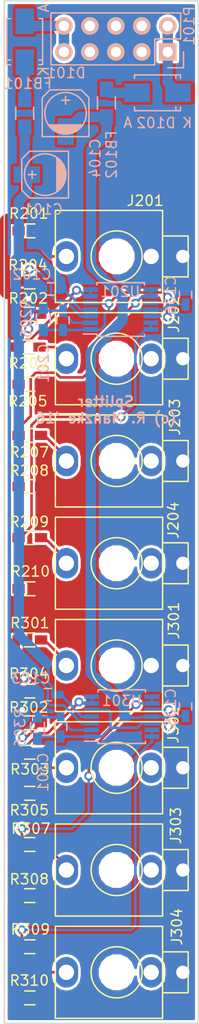
<source format=kicad_pcb>
(kicad_pcb (version 4) (host pcbnew 4.0.4-stable)

  (general
    (links 93)
    (no_connects 0)
    (area 111.7218 61.74918 135.7282 162.075001)
    (thickness 1.6)
    (drawings 5)
    (tracks 357)
    (zones 0)
    (modules 43)
    (nets 28)
  )

  (page A4)
  (layers
    (0 F.Cu signal)
    (31 B.Cu signal)
    (32 B.Adhes user)
    (33 F.Adhes user)
    (34 B.Paste user)
    (35 F.Paste user)
    (36 B.SilkS user)
    (37 F.SilkS user hide)
    (38 B.Mask user)
    (39 F.Mask user)
    (40 Dwgs.User user)
    (41 Cmts.User user)
    (42 Eco1.User user)
    (43 Eco2.User user)
    (44 Edge.Cuts user)
    (45 Margin user)
    (46 B.CrtYd user hide)
    (47 F.CrtYd user)
    (48 B.Fab user)
    (49 F.Fab user)
  )

  (setup
    (last_trace_width 0.254)
    (user_trace_width 0.254)
    (user_trace_width 1.016)
    (trace_clearance 0.2032)
    (zone_clearance 0.254)
    (zone_45_only no)
    (trace_min 0.254)
    (segment_width 0.2)
    (edge_width 0.15)
    (via_size 0.889)
    (via_drill 0.508)
    (via_min_size 0.889)
    (via_min_drill 0.508)
    (uvia_size 0.3)
    (uvia_drill 0.1)
    (uvias_allowed no)
    (uvia_min_size 0.2)
    (uvia_min_drill 0.1)
    (pcb_text_width 0.3)
    (pcb_text_size 1.5 1.5)
    (mod_edge_width 0.15)
    (mod_text_size 1 1)
    (mod_text_width 0.15)
    (pad_size 1.524 1.524)
    (pad_drill 0.762)
    (pad_to_mask_clearance 0.2)
    (aux_axis_origin 0 0)
    (visible_elements 7FFEFF9F)
    (pcbplotparams
      (layerselection 0x00030_80000001)
      (usegerberextensions false)
      (excludeedgelayer true)
      (linewidth 0.100000)
      (plotframeref false)
      (viasonmask false)
      (mode 1)
      (useauxorigin false)
      (hpglpennumber 1)
      (hpglpenspeed 20)
      (hpglpendiameter 15)
      (hpglpenoverlay 2)
      (psnegative false)
      (psa4output false)
      (plotreference true)
      (plotvalue true)
      (plotinvisibletext false)
      (padsonsilk false)
      (subtractmaskfromsilk false)
      (outputformat 1)
      (mirror false)
      (drillshape 1)
      (scaleselection 1)
      (outputdirectory ""))
  )

  (net 0 "")
  (net 1 +12V)
  (net 2 GND)
  (net 3 -12V)
  (net 4 "Net-(C201-Pad1)")
  (net 5 "Net-(C201-Pad2)")
  (net 6 "Net-(C301-Pad1)")
  (net 7 "Net-(C301-Pad2)")
  (net 8 "Net-(D101-Pad1)")
  (net 9 "Net-(D101-Pad2)")
  (net 10 "Net-(D102-Pad1)")
  (net 11 "Net-(D102-Pad2)")
  (net 12 "Net-(J201-Pad1)")
  (net 13 "Net-(J202-Pad1)")
  (net 14 "Net-(J203-Pad1)")
  (net 15 "Net-(J204-Pad1)")
  (net 16 "Net-(J301-Pad1)")
  (net 17 "Net-(J302-Pad1)")
  (net 18 "Net-(J303-Pad1)")
  (net 19 "Net-(J304-Pad1)")
  (net 20 "Net-(R201-Pad1)")
  (net 21 "Net-(R203-Pad1)")
  (net 22 "Net-(R207-Pad1)")
  (net 23 "Net-(R209-Pad1)")
  (net 24 "Net-(R301-Pad1)")
  (net 25 "Net-(R303-Pad1)")
  (net 26 "Net-(R307-Pad1)")
  (net 27 "Net-(R309-Pad1)")

  (net_class Default "This is the default net class."
    (clearance 0.2032)
    (trace_width 0.254)
    (via_dia 0.889)
    (via_drill 0.508)
    (uvia_dia 0.3)
    (uvia_drill 0.1)
    (add_net "Net-(C201-Pad1)")
    (add_net "Net-(C201-Pad2)")
    (add_net "Net-(C301-Pad1)")
    (add_net "Net-(C301-Pad2)")
    (add_net "Net-(D101-Pad1)")
    (add_net "Net-(D101-Pad2)")
    (add_net "Net-(D102-Pad1)")
    (add_net "Net-(D102-Pad2)")
    (add_net "Net-(J201-Pad1)")
    (add_net "Net-(J202-Pad1)")
    (add_net "Net-(J203-Pad1)")
    (add_net "Net-(J204-Pad1)")
    (add_net "Net-(J301-Pad1)")
    (add_net "Net-(J302-Pad1)")
    (add_net "Net-(J303-Pad1)")
    (add_net "Net-(J304-Pad1)")
    (add_net "Net-(R201-Pad1)")
    (add_net "Net-(R203-Pad1)")
    (add_net "Net-(R207-Pad1)")
    (add_net "Net-(R209-Pad1)")
    (add_net "Net-(R301-Pad1)")
    (add_net "Net-(R303-Pad1)")
    (add_net "Net-(R307-Pad1)")
    (add_net "Net-(R309-Pad1)")
  )

  (net_class Thick ""
    (clearance 0.2032)
    (trace_width 1.016)
    (via_dia 0.889)
    (via_drill 0.508)
    (uvia_dia 0.3)
    (uvia_drill 0.1)
    (add_net +12V)
    (add_net -12V)
    (add_net GND)
  )

  (module Capacitors_SMD:c_elec_4x5.7 (layer B.Cu) (tedit 582AEDF2) (tstamp 582AD7E6)
    (at 119 79 180)
    (descr "SMT capacitor, aluminium electrolytic, 4x5.7")
    (path /582AEB2A)
    (attr smd)
    (fp_text reference C101 (at 0.2 -3.4 180) (layer B.SilkS)
      (effects (font (size 1 1) (thickness 0.15)) (justify mirror))
    )
    (fp_text value 10uF (at 0 -3.175 180) (layer B.Fab)
      (effects (font (size 1 1) (thickness 0.15)) (justify mirror))
    )
    (fp_line (start -3.35 2.65) (end 3.35 2.65) (layer B.CrtYd) (width 0.05))
    (fp_line (start 3.35 2.65) (end 3.35 -2.65) (layer B.CrtYd) (width 0.05))
    (fp_line (start 3.35 -2.65) (end -3.35 -2.65) (layer B.CrtYd) (width 0.05))
    (fp_line (start -3.35 -2.65) (end -3.35 2.65) (layer B.CrtYd) (width 0.05))
    (fp_line (start 1.651 0) (end 0.889 0) (layer B.SilkS) (width 0.15))
    (fp_line (start 1.27 0.381) (end 1.27 -0.381) (layer B.SilkS) (width 0.15))
    (fp_line (start 1.524 -2.286) (end -2.286 -2.286) (layer B.SilkS) (width 0.15))
    (fp_line (start 2.286 1.524) (end 2.286 -1.524) (layer B.SilkS) (width 0.15))
    (fp_line (start 1.524 -2.286) (end 2.286 -1.524) (layer B.SilkS) (width 0.15))
    (fp_line (start 1.524 2.286) (end -2.286 2.286) (layer B.SilkS) (width 0.15))
    (fp_line (start 1.524 2.286) (end 2.286 1.524) (layer B.SilkS) (width 0.15))
    (fp_line (start -2.032 -0.127) (end -2.032 0.127) (layer B.SilkS) (width 0.15))
    (fp_line (start -1.905 0.635) (end -1.905 -0.635) (layer B.SilkS) (width 0.15))
    (fp_line (start -1.778 -0.889) (end -1.778 0.889) (layer B.SilkS) (width 0.15))
    (fp_line (start -1.651 -1.143) (end -1.651 1.143) (layer B.SilkS) (width 0.15))
    (fp_line (start -1.524 1.27) (end -1.524 -1.27) (layer B.SilkS) (width 0.15))
    (fp_line (start -1.397 -1.397) (end -1.397 1.397) (layer B.SilkS) (width 0.15))
    (fp_line (start -1.27 1.524) (end -1.27 -1.524) (layer B.SilkS) (width 0.15))
    (fp_line (start -1.143 1.651) (end -1.143 -1.651) (layer B.SilkS) (width 0.15))
    (fp_line (start -2.286 2.286) (end -2.286 -2.286) (layer B.SilkS) (width 0.15))
    (fp_circle (center 0 0) (end -2.032 0) (layer B.SilkS) (width 0.15))
    (pad 1 smd rect (at 1.80086 0 180) (size 2.60096 1.6002) (layers B.Cu B.Paste B.Mask)
      (net 1 +12V))
    (pad 2 smd rect (at -1.80086 0 180) (size 2.60096 1.6002) (layers B.Cu B.Paste B.Mask)
      (net 2 GND))
    (model Capacitors_SMD.3dshapes/c_elec_4x5.7.wrl
      (at (xyz 0 0 0))
      (scale (xyz 1 1 1))
      (rotate (xyz 0 0 0))
    )
  )

  (module Capacitors_SMD:C_0603_HandSoldering (layer B.Cu) (tedit 582AEE2E) (tstamp 582AD7EC)
    (at 119.56 90.18 180)
    (descr "Capacitor SMD 0603, hand soldering")
    (tags "capacitor 0603")
    (path /582AECA7)
    (attr smd)
    (fp_text reference C102 (at 1.86 1.43 180) (layer B.SilkS)
      (effects (font (size 1 1) (thickness 0.15)) (justify mirror))
    )
    (fp_text value 100nF (at 0 -1.9 180) (layer B.Fab)
      (effects (font (size 1 1) (thickness 0.15)) (justify mirror))
    )
    (fp_line (start -1.85 0.75) (end 1.85 0.75) (layer B.CrtYd) (width 0.05))
    (fp_line (start -1.85 -0.75) (end 1.85 -0.75) (layer B.CrtYd) (width 0.05))
    (fp_line (start -1.85 0.75) (end -1.85 -0.75) (layer B.CrtYd) (width 0.05))
    (fp_line (start 1.85 0.75) (end 1.85 -0.75) (layer B.CrtYd) (width 0.05))
    (fp_line (start -0.35 0.6) (end 0.35 0.6) (layer B.SilkS) (width 0.15))
    (fp_line (start 0.35 -0.6) (end -0.35 -0.6) (layer B.SilkS) (width 0.15))
    (pad 1 smd rect (at -0.95 0 180) (size 1.2 0.75) (layers B.Cu B.Paste B.Mask)
      (net 1 +12V))
    (pad 2 smd rect (at 0.95 0 180) (size 1.2 0.75) (layers B.Cu B.Paste B.Mask)
      (net 2 GND))
    (model Capacitors_SMD.3dshapes/C_0603_HandSoldering.wrl
      (at (xyz 0 0 0))
      (scale (xyz 1 1 1))
      (rotate (xyz 0 0 0))
    )
  )

  (module Capacitors_SMD:C_0603_HandSoldering (layer B.Cu) (tedit 582AEE39) (tstamp 582AD7F2)
    (at 119.26 129.85 180)
    (descr "Capacitor SMD 0603, hand soldering")
    (tags "capacitor 0603")
    (path /582AED1F)
    (attr smd)
    (fp_text reference C103 (at 1.66 1.6 180) (layer B.SilkS)
      (effects (font (size 1 1) (thickness 0.15)) (justify mirror))
    )
    (fp_text value 100nF (at 0 -1.9 180) (layer B.Fab)
      (effects (font (size 1 1) (thickness 0.15)) (justify mirror))
    )
    (fp_line (start -1.85 0.75) (end 1.85 0.75) (layer B.CrtYd) (width 0.05))
    (fp_line (start -1.85 -0.75) (end 1.85 -0.75) (layer B.CrtYd) (width 0.05))
    (fp_line (start -1.85 0.75) (end -1.85 -0.75) (layer B.CrtYd) (width 0.05))
    (fp_line (start 1.85 0.75) (end 1.85 -0.75) (layer B.CrtYd) (width 0.05))
    (fp_line (start -0.35 0.6) (end 0.35 0.6) (layer B.SilkS) (width 0.15))
    (fp_line (start 0.35 -0.6) (end -0.35 -0.6) (layer B.SilkS) (width 0.15))
    (pad 1 smd rect (at -0.95 0 180) (size 1.2 0.75) (layers B.Cu B.Paste B.Mask)
      (net 1 +12V))
    (pad 2 smd rect (at 0.95 0 180) (size 1.2 0.75) (layers B.Cu B.Paste B.Mask)
      (net 2 GND))
    (model Capacitors_SMD.3dshapes/C_0603_HandSoldering.wrl
      (at (xyz 0 0 0))
      (scale (xyz 1 1 1))
      (rotate (xyz 0 0 0))
    )
  )

  (module Capacitors_SMD:c_elec_4x5.7 (layer B.Cu) (tedit 582AEDEB) (tstamp 582AD7F8)
    (at 121 73 90)
    (descr "SMT capacitor, aluminium electrolytic, 4x5.7")
    (path /582AEB59)
    (attr smd)
    (fp_text reference C104 (at -4.4 2.9 90) (layer B.SilkS)
      (effects (font (size 1 1) (thickness 0.15)) (justify mirror))
    )
    (fp_text value 10uF (at 0 -3.175 90) (layer B.Fab)
      (effects (font (size 1 1) (thickness 0.15)) (justify mirror))
    )
    (fp_line (start -3.35 2.65) (end 3.35 2.65) (layer B.CrtYd) (width 0.05))
    (fp_line (start 3.35 2.65) (end 3.35 -2.65) (layer B.CrtYd) (width 0.05))
    (fp_line (start 3.35 -2.65) (end -3.35 -2.65) (layer B.CrtYd) (width 0.05))
    (fp_line (start -3.35 -2.65) (end -3.35 2.65) (layer B.CrtYd) (width 0.05))
    (fp_line (start 1.651 0) (end 0.889 0) (layer B.SilkS) (width 0.15))
    (fp_line (start 1.27 0.381) (end 1.27 -0.381) (layer B.SilkS) (width 0.15))
    (fp_line (start 1.524 -2.286) (end -2.286 -2.286) (layer B.SilkS) (width 0.15))
    (fp_line (start 2.286 1.524) (end 2.286 -1.524) (layer B.SilkS) (width 0.15))
    (fp_line (start 1.524 -2.286) (end 2.286 -1.524) (layer B.SilkS) (width 0.15))
    (fp_line (start 1.524 2.286) (end -2.286 2.286) (layer B.SilkS) (width 0.15))
    (fp_line (start 1.524 2.286) (end 2.286 1.524) (layer B.SilkS) (width 0.15))
    (fp_line (start -2.032 -0.127) (end -2.032 0.127) (layer B.SilkS) (width 0.15))
    (fp_line (start -1.905 0.635) (end -1.905 -0.635) (layer B.SilkS) (width 0.15))
    (fp_line (start -1.778 -0.889) (end -1.778 0.889) (layer B.SilkS) (width 0.15))
    (fp_line (start -1.651 -1.143) (end -1.651 1.143) (layer B.SilkS) (width 0.15))
    (fp_line (start -1.524 1.27) (end -1.524 -1.27) (layer B.SilkS) (width 0.15))
    (fp_line (start -1.397 -1.397) (end -1.397 1.397) (layer B.SilkS) (width 0.15))
    (fp_line (start -1.27 1.524) (end -1.27 -1.524) (layer B.SilkS) (width 0.15))
    (fp_line (start -1.143 1.651) (end -1.143 -1.651) (layer B.SilkS) (width 0.15))
    (fp_line (start -2.286 2.286) (end -2.286 -2.286) (layer B.SilkS) (width 0.15))
    (fp_circle (center 0 0) (end -2.032 0) (layer B.SilkS) (width 0.15))
    (pad 1 smd rect (at 1.80086 0 90) (size 2.60096 1.6002) (layers B.Cu B.Paste B.Mask)
      (net 2 GND))
    (pad 2 smd rect (at -1.80086 0 90) (size 2.60096 1.6002) (layers B.Cu B.Paste B.Mask)
      (net 3 -12V))
    (model Capacitors_SMD.3dshapes/c_elec_4x5.7.wrl
      (at (xyz 0 0 0))
      (scale (xyz 1 1 1))
      (rotate (xyz 0 0 0))
    )
  )

  (module Capacitors_SMD:C_0603_HandSoldering (layer B.Cu) (tedit 582AEE3D) (tstamp 582AD7FE)
    (at 132.75 131 270)
    (descr "Capacitor SMD 0603, hand soldering")
    (tags "capacitor 0603")
    (path /582AECE8)
    (attr smd)
    (fp_text reference C105 (at 0.15 1.45 270) (layer B.SilkS)
      (effects (font (size 1 1) (thickness 0.15)) (justify mirror))
    )
    (fp_text value 100nF (at 0 -1.9 270) (layer B.Fab)
      (effects (font (size 1 1) (thickness 0.15)) (justify mirror))
    )
    (fp_line (start -1.85 0.75) (end 1.85 0.75) (layer B.CrtYd) (width 0.05))
    (fp_line (start -1.85 -0.75) (end 1.85 -0.75) (layer B.CrtYd) (width 0.05))
    (fp_line (start -1.85 0.75) (end -1.85 -0.75) (layer B.CrtYd) (width 0.05))
    (fp_line (start 1.85 0.75) (end 1.85 -0.75) (layer B.CrtYd) (width 0.05))
    (fp_line (start -0.35 0.6) (end 0.35 0.6) (layer B.SilkS) (width 0.15))
    (fp_line (start 0.35 -0.6) (end -0.35 -0.6) (layer B.SilkS) (width 0.15))
    (pad 1 smd rect (at -0.95 0 270) (size 1.2 0.75) (layers B.Cu B.Paste B.Mask)
      (net 2 GND))
    (pad 2 smd rect (at 0.95 0 270) (size 1.2 0.75) (layers B.Cu B.Paste B.Mask)
      (net 3 -12V))
    (model Capacitors_SMD.3dshapes/C_0603_HandSoldering.wrl
      (at (xyz 0 0 0))
      (scale (xyz 1 1 1))
      (rotate (xyz 0 0 0))
    )
  )

  (module Capacitors_SMD:C_0603_HandSoldering (layer B.Cu) (tedit 582AEE1A) (tstamp 582AD804)
    (at 132.75 90.75 270)
    (descr "Capacitor SMD 0603, hand soldering")
    (tags "capacitor 0603")
    (path /582AED59)
    (attr smd)
    (fp_text reference C106 (at 0.05 1.45 270) (layer B.SilkS)
      (effects (font (size 1 1) (thickness 0.15)) (justify mirror))
    )
    (fp_text value 100nF (at 0 -1.9 270) (layer B.Fab)
      (effects (font (size 1 1) (thickness 0.15)) (justify mirror))
    )
    (fp_line (start -1.85 0.75) (end 1.85 0.75) (layer B.CrtYd) (width 0.05))
    (fp_line (start -1.85 -0.75) (end 1.85 -0.75) (layer B.CrtYd) (width 0.05))
    (fp_line (start -1.85 0.75) (end -1.85 -0.75) (layer B.CrtYd) (width 0.05))
    (fp_line (start 1.85 0.75) (end 1.85 -0.75) (layer B.CrtYd) (width 0.05))
    (fp_line (start -0.35 0.6) (end 0.35 0.6) (layer B.SilkS) (width 0.15))
    (fp_line (start 0.35 -0.6) (end -0.35 -0.6) (layer B.SilkS) (width 0.15))
    (pad 1 smd rect (at -0.95 0 270) (size 1.2 0.75) (layers B.Cu B.Paste B.Mask)
      (net 2 GND))
    (pad 2 smd rect (at 0.95 0 270) (size 1.2 0.75) (layers B.Cu B.Paste B.Mask)
      (net 3 -12V))
    (model Capacitors_SMD.3dshapes/C_0603_HandSoldering.wrl
      (at (xyz 0 0 0))
      (scale (xyz 1 1 1))
      (rotate (xyz 0 0 0))
    )
  )

  (module Capacitors_SMD:C_0603_HandSoldering (layer B.Cu) (tedit 582AEE2B) (tstamp 582AD80A)
    (at 120.75 93.24 90)
    (descr "Capacitor SMD 0603, hand soldering")
    (tags "capacitor 0603")
    (path /582AC4B0/582AD77E)
    (attr smd)
    (fp_text reference C201 (at -4.21 -1.9 90) (layer B.SilkS)
      (effects (font (size 1 1) (thickness 0.15)) (justify mirror))
    )
    (fp_text value 33pF (at 0 -1.9 90) (layer B.Fab)
      (effects (font (size 1 1) (thickness 0.15)) (justify mirror))
    )
    (fp_line (start -1.85 0.75) (end 1.85 0.75) (layer B.CrtYd) (width 0.05))
    (fp_line (start -1.85 -0.75) (end 1.85 -0.75) (layer B.CrtYd) (width 0.05))
    (fp_line (start -1.85 0.75) (end -1.85 -0.75) (layer B.CrtYd) (width 0.05))
    (fp_line (start 1.85 0.75) (end 1.85 -0.75) (layer B.CrtYd) (width 0.05))
    (fp_line (start -0.35 0.6) (end 0.35 0.6) (layer B.SilkS) (width 0.15))
    (fp_line (start 0.35 -0.6) (end -0.35 -0.6) (layer B.SilkS) (width 0.15))
    (pad 1 smd rect (at -0.95 0 90) (size 1.2 0.75) (layers B.Cu B.Paste B.Mask)
      (net 4 "Net-(C201-Pad1)"))
    (pad 2 smd rect (at 0.95 0 90) (size 1.2 0.75) (layers B.Cu B.Paste B.Mask)
      (net 5 "Net-(C201-Pad2)"))
    (model Capacitors_SMD.3dshapes/C_0603_HandSoldering.wrl
      (at (xyz 0 0 0))
      (scale (xyz 1 1 1))
      (rotate (xyz 0 0 0))
    )
  )

  (module Capacitors_SMD:C_0603_HandSoldering (layer B.Cu) (tedit 582AEE37) (tstamp 582AD810)
    (at 120.52 133.01 90)
    (descr "Capacitor SMD 0603, hand soldering")
    (tags "capacitor 0603")
    (path /582AC4CD/582AD77E)
    (attr smd)
    (fp_text reference C301 (at -4.44 -1.72 90) (layer B.SilkS)
      (effects (font (size 1 1) (thickness 0.15)) (justify mirror))
    )
    (fp_text value 33pF (at 0 -1.9 90) (layer B.Fab)
      (effects (font (size 1 1) (thickness 0.15)) (justify mirror))
    )
    (fp_line (start -1.85 0.75) (end 1.85 0.75) (layer B.CrtYd) (width 0.05))
    (fp_line (start -1.85 -0.75) (end 1.85 -0.75) (layer B.CrtYd) (width 0.05))
    (fp_line (start -1.85 0.75) (end -1.85 -0.75) (layer B.CrtYd) (width 0.05))
    (fp_line (start 1.85 0.75) (end 1.85 -0.75) (layer B.CrtYd) (width 0.05))
    (fp_line (start -0.35 0.6) (end 0.35 0.6) (layer B.SilkS) (width 0.15))
    (fp_line (start 0.35 -0.6) (end -0.35 -0.6) (layer B.SilkS) (width 0.15))
    (pad 1 smd rect (at -0.95 0 90) (size 1.2 0.75) (layers B.Cu B.Paste B.Mask)
      (net 6 "Net-(C301-Pad1)"))
    (pad 2 smd rect (at 0.95 0 90) (size 1.2 0.75) (layers B.Cu B.Paste B.Mask)
      (net 7 "Net-(C301-Pad2)"))
    (model Capacitors_SMD.3dshapes/C_0603_HandSoldering.wrl
      (at (xyz 0 0 0))
      (scale (xyz 1 1 1))
      (rotate (xyz 0 0 0))
    )
  )

  (module Diodes_SMD:Diode-SMA_Standard (layer B.Cu) (tedit 582AEE12) (tstamp 582AD816)
    (at 117 66 90)
    (descr "Diode SMA")
    (tags "Diode SMA")
    (path /582AE9B3)
    (attr smd)
    (fp_text reference D101 (at -3.05 4.05 180) (layer B.SilkS)
      (effects (font (size 1 1) (thickness 0.15)) (justify mirror))
    )
    (fp_text value D_Schottky (at 0 -4.3 90) (layer B.Fab)
      (effects (font (size 1 1) (thickness 0.15)) (justify mirror))
    )
    (fp_line (start -3.5 2) (end 3.5 2) (layer B.CrtYd) (width 0.05))
    (fp_line (start 3.5 2) (end 3.5 -2) (layer B.CrtYd) (width 0.05))
    (fp_line (start 3.5 -2) (end -3.5 -2) (layer B.CrtYd) (width 0.05))
    (fp_line (start -3.5 -2) (end -3.5 2) (layer B.CrtYd) (width 0.05))
    (fp_text user K (at -2.9 1.85 90) (layer B.SilkS)
      (effects (font (size 1 1) (thickness 0.15)) (justify mirror))
    )
    (fp_text user A (at 3.3 1.85 90) (layer B.SilkS)
      (effects (font (size 1 1) (thickness 0.15)) (justify mirror))
    )
    (fp_circle (center 0 0) (end 0.20066 0.0508) (layer B.Adhes) (width 0.381))
    (fp_line (start -1.79914 -1.75006) (end -1.79914 -1.39954) (layer B.SilkS) (width 0.15))
    (fp_line (start -1.79914 1.75006) (end -1.79914 1.39954) (layer B.SilkS) (width 0.15))
    (fp_line (start 2.25044 -1.75006) (end 2.25044 -1.39954) (layer B.SilkS) (width 0.15))
    (fp_line (start -2.25044 -1.75006) (end -2.25044 -1.39954) (layer B.SilkS) (width 0.15))
    (fp_line (start -2.25044 1.75006) (end -2.25044 1.39954) (layer B.SilkS) (width 0.15))
    (fp_line (start 2.25044 1.75006) (end 2.25044 1.39954) (layer B.SilkS) (width 0.15))
    (fp_line (start -2.25044 -1.75006) (end 2.25044 -1.75006) (layer B.SilkS) (width 0.15))
    (fp_line (start -2.25044 1.75006) (end 2.25044 1.75006) (layer B.SilkS) (width 0.15))
    (pad 1 smd rect (at -1.99898 0 90) (size 2.49936 1.80086) (layers B.Cu B.Paste B.Mask)
      (net 8 "Net-(D101-Pad1)"))
    (pad 2 smd rect (at 1.99898 0 90) (size 2.49936 1.80086) (layers B.Cu B.Paste B.Mask)
      (net 9 "Net-(D101-Pad2)"))
    (model Diodes_SMD.3dshapes/Diode-SMA_Standard.wrl
      (at (xyz 0 0 0))
      (scale (xyz 0.3937 0.3937 0.3937))
      (rotate (xyz 0 0 180))
    )
  )

  (module Diodes_SMD:Diode-SMA_Standard (layer B.Cu) (tedit 582AEDE7) (tstamp 582AD81C)
    (at 130 71 180)
    (descr "Diode SMA")
    (tags "Diode SMA")
    (path /582AE878)
    (attr smd)
    (fp_text reference D102 (at 0.15 -2.95 180) (layer B.SilkS)
      (effects (font (size 1 1) (thickness 0.15)) (justify mirror))
    )
    (fp_text value D_Schottky (at 0 -4.3 180) (layer B.Fab)
      (effects (font (size 1 1) (thickness 0.15)) (justify mirror))
    )
    (fp_line (start -3.5 2) (end 3.5 2) (layer B.CrtYd) (width 0.05))
    (fp_line (start 3.5 2) (end 3.5 -2) (layer B.CrtYd) (width 0.05))
    (fp_line (start 3.5 -2) (end -3.5 -2) (layer B.CrtYd) (width 0.05))
    (fp_line (start -3.5 -2) (end -3.5 2) (layer B.CrtYd) (width 0.05))
    (fp_text user K (at -2.9 -2.95 180) (layer B.SilkS)
      (effects (font (size 1 1) (thickness 0.15)) (justify mirror))
    )
    (fp_text user A (at 2.9 -2.9 180) (layer B.SilkS)
      (effects (font (size 1 1) (thickness 0.15)) (justify mirror))
    )
    (fp_circle (center 0 0) (end 0.20066 0.0508) (layer B.Adhes) (width 0.381))
    (fp_line (start -1.79914 -1.75006) (end -1.79914 -1.39954) (layer B.SilkS) (width 0.15))
    (fp_line (start -1.79914 1.75006) (end -1.79914 1.39954) (layer B.SilkS) (width 0.15))
    (fp_line (start 2.25044 -1.75006) (end 2.25044 -1.39954) (layer B.SilkS) (width 0.15))
    (fp_line (start -2.25044 -1.75006) (end -2.25044 -1.39954) (layer B.SilkS) (width 0.15))
    (fp_line (start -2.25044 1.75006) (end -2.25044 1.39954) (layer B.SilkS) (width 0.15))
    (fp_line (start 2.25044 1.75006) (end 2.25044 1.39954) (layer B.SilkS) (width 0.15))
    (fp_line (start -2.25044 -1.75006) (end 2.25044 -1.75006) (layer B.SilkS) (width 0.15))
    (fp_line (start -2.25044 1.75006) (end 2.25044 1.75006) (layer B.SilkS) (width 0.15))
    (pad 1 smd rect (at -1.99898 0 180) (size 2.49936 1.80086) (layers B.Cu B.Paste B.Mask)
      (net 10 "Net-(D102-Pad1)"))
    (pad 2 smd rect (at 1.99898 0 180) (size 2.49936 1.80086) (layers B.Cu B.Paste B.Mask)
      (net 11 "Net-(D102-Pad2)"))
    (model Diodes_SMD.3dshapes/Diode-SMA_Standard.wrl
      (at (xyz 0 0 0))
      (scale (xyz 0.3937 0.3937 0.3937))
      (rotate (xyz 0 0 180))
    )
  )

  (module Resistors_SMD:R_0805_HandSoldering (layer B.Cu) (tedit 582AEE00) (tstamp 582AD822)
    (at 117 73 270)
    (descr "Resistor SMD 0805, hand soldering")
    (tags "resistor 0805")
    (path /582AE96B)
    (attr smd)
    (fp_text reference FB101 (at -2.9 -0.3 360) (layer B.SilkS)
      (effects (font (size 1 1) (thickness 0.15)) (justify mirror))
    )
    (fp_text value FILTER (at 0 -2.1 270) (layer B.Fab)
      (effects (font (size 1 1) (thickness 0.15)) (justify mirror))
    )
    (fp_line (start -2.4 1) (end 2.4 1) (layer B.CrtYd) (width 0.05))
    (fp_line (start -2.4 -1) (end 2.4 -1) (layer B.CrtYd) (width 0.05))
    (fp_line (start -2.4 1) (end -2.4 -1) (layer B.CrtYd) (width 0.05))
    (fp_line (start 2.4 1) (end 2.4 -1) (layer B.CrtYd) (width 0.05))
    (fp_line (start 0.6 -0.875) (end -0.6 -0.875) (layer B.SilkS) (width 0.15))
    (fp_line (start -0.6 0.875) (end 0.6 0.875) (layer B.SilkS) (width 0.15))
    (pad 1 smd rect (at -1.35 0 270) (size 1.5 1.3) (layers B.Cu B.Paste B.Mask)
      (net 8 "Net-(D101-Pad1)"))
    (pad 2 smd rect (at 1.35 0 270) (size 1.5 1.3) (layers B.Cu B.Paste B.Mask)
      (net 1 +12V))
    (model Resistors_SMD.3dshapes/R_0805_HandSoldering.wrl
      (at (xyz 0 0 0))
      (scale (xyz 1 1 1))
      (rotate (xyz 0 0 0))
    )
  )

  (module Resistors_SMD:R_0805_HandSoldering (layer B.Cu) (tedit 582AEDEF) (tstamp 582AD828)
    (at 125 72 270)
    (descr "Resistor SMD 0805, hand soldering")
    (tags "resistor 0805")
    (path /582AE8F4)
    (attr smd)
    (fp_text reference FB102 (at 5.05 -0.5 270) (layer B.SilkS)
      (effects (font (size 1 1) (thickness 0.15)) (justify mirror))
    )
    (fp_text value FILTER (at 0 -2.1 270) (layer B.Fab)
      (effects (font (size 1 1) (thickness 0.15)) (justify mirror))
    )
    (fp_line (start -2.4 1) (end 2.4 1) (layer B.CrtYd) (width 0.05))
    (fp_line (start -2.4 -1) (end 2.4 -1) (layer B.CrtYd) (width 0.05))
    (fp_line (start -2.4 1) (end -2.4 -1) (layer B.CrtYd) (width 0.05))
    (fp_line (start 2.4 1) (end 2.4 -1) (layer B.CrtYd) (width 0.05))
    (fp_line (start 0.6 -0.875) (end -0.6 -0.875) (layer B.SilkS) (width 0.15))
    (fp_line (start -0.6 0.875) (end 0.6 0.875) (layer B.SilkS) (width 0.15))
    (pad 1 smd rect (at -1.35 0 270) (size 1.5 1.3) (layers B.Cu B.Paste B.Mask)
      (net 11 "Net-(D102-Pad2)"))
    (pad 2 smd rect (at 1.35 0 270) (size 1.5 1.3) (layers B.Cu B.Paste B.Mask)
      (net 3 -12V))
    (model Resistors_SMD.3dshapes/R_0805_HandSoldering.wrl
      (at (xyz 0 0 0))
      (scale (xyz 1 1 1))
      (rotate (xyz 0 0 0))
    )
  )

  (module connectors:THONKICONN (layer F.Cu) (tedit 582AED5D) (tstamp 582AD830)
    (at 126 87 90)
    (path /582AC4B0/582AC65C)
    (fp_text reference J201 (at 5.45 2.8 180) (layer F.SilkS)
      (effects (font (size 1 1) (thickness 0.15)))
    )
    (fp_text value IN (at 0 -7 90) (layer F.Fab)
      (effects (font (size 1 1) (thickness 0.15)))
    )
    (fp_circle (center 0 0) (end 2.5 0) (layer F.SilkS) (width 0.15))
    (fp_line (start 2 7) (end 2 4.5) (layer F.SilkS) (width 0.15))
    (fp_line (start -2 7) (end 2 7) (layer F.SilkS) (width 0.15))
    (fp_line (start -2 4.5) (end -2 7) (layer F.SilkS) (width 0.15))
    (fp_line (start 4.5 -6) (end -0.5 -6) (layer F.SilkS) (width 0.15))
    (fp_line (start 4.5 4.5) (end 4.5 -6) (layer F.SilkS) (width 0.15))
    (fp_line (start -4.5 4.5) (end 4.5 4.5) (layer F.SilkS) (width 0.15))
    (fp_line (start -4.5 -6) (end -4.5 4.5) (layer F.SilkS) (width 0.15))
    (fp_line (start 0 -6) (end -4.5 -6) (layer F.SilkS) (width 0.15))
    (pad "" np_thru_hole circle (at 0 0 90) (size 3 3) (drill 3) (layers *.Cu *.Mask))
    (pad 3 thru_hole oval (at 0 6.48 90) (size 3 2.3) (drill 1.3) (layers *.Cu *.Mask)
      (net 2 GND))
    (pad 2 thru_hole oval (at 0 3.38 90) (size 3 2.3) (drill 1.5) (layers *.Cu *.Mask)
      (net 2 GND))
    (pad 1 thru_hole oval (at 0 -4.92 90) (size 3 2.3) (drill 1.5) (layers *.Cu *.Mask)
      (net 12 "Net-(J201-Pad1)"))
  )

  (module connectors:THONKICONN (layer F.Cu) (tedit 582AED63) (tstamp 582AD838)
    (at 126 97 90)
    (path /582AC4B0/582AC6D0)
    (fp_text reference J202 (at 4.35 5.6 270) (layer F.SilkS)
      (effects (font (size 1 1) (thickness 0.15)))
    )
    (fp_text value OUT1 (at 0 -7 90) (layer F.Fab)
      (effects (font (size 1 1) (thickness 0.15)))
    )
    (fp_circle (center 0 0) (end 2.5 0) (layer F.SilkS) (width 0.15))
    (fp_line (start 2 7) (end 2 4.5) (layer F.SilkS) (width 0.15))
    (fp_line (start -2 7) (end 2 7) (layer F.SilkS) (width 0.15))
    (fp_line (start -2 4.5) (end -2 7) (layer F.SilkS) (width 0.15))
    (fp_line (start 4.5 -6) (end -0.5 -6) (layer F.SilkS) (width 0.15))
    (fp_line (start 4.5 4.5) (end 4.5 -6) (layer F.SilkS) (width 0.15))
    (fp_line (start -4.5 4.5) (end 4.5 4.5) (layer F.SilkS) (width 0.15))
    (fp_line (start -4.5 -6) (end -4.5 4.5) (layer F.SilkS) (width 0.15))
    (fp_line (start 0 -6) (end -4.5 -6) (layer F.SilkS) (width 0.15))
    (pad "" np_thru_hole circle (at 0 0 90) (size 3 3) (drill 3) (layers *.Cu *.Mask))
    (pad 3 thru_hole oval (at 0 6.48 90) (size 3 2.3) (drill 1.3) (layers *.Cu *.Mask)
      (net 2 GND))
    (pad 2 thru_hole oval (at 0 3.38 90) (size 3 2.3) (drill 1.5) (layers *.Cu *.Mask))
    (pad 1 thru_hole oval (at 0 -4.92 90) (size 3 2.3) (drill 1.5) (layers *.Cu *.Mask)
      (net 13 "Net-(J202-Pad1)"))
  )

  (module connectors:THONKICONN (layer F.Cu) (tedit 582AED84) (tstamp 582AD840)
    (at 126 107 90)
    (path /582AC4B0/582AC7A5)
    (fp_text reference J203 (at 4.3 5.7 270) (layer F.SilkS)
      (effects (font (size 1 1) (thickness 0.15)))
    )
    (fp_text value OUT2 (at 0 -7 90) (layer F.Fab)
      (effects (font (size 1 1) (thickness 0.15)))
    )
    (fp_circle (center 0 0) (end 2.5 0) (layer F.SilkS) (width 0.15))
    (fp_line (start 2 7) (end 2 4.5) (layer F.SilkS) (width 0.15))
    (fp_line (start -2 7) (end 2 7) (layer F.SilkS) (width 0.15))
    (fp_line (start -2 4.5) (end -2 7) (layer F.SilkS) (width 0.15))
    (fp_line (start 4.5 -6) (end -0.5 -6) (layer F.SilkS) (width 0.15))
    (fp_line (start 4.5 4.5) (end 4.5 -6) (layer F.SilkS) (width 0.15))
    (fp_line (start -4.5 4.5) (end 4.5 4.5) (layer F.SilkS) (width 0.15))
    (fp_line (start -4.5 -6) (end -4.5 4.5) (layer F.SilkS) (width 0.15))
    (fp_line (start 0 -6) (end -4.5 -6) (layer F.SilkS) (width 0.15))
    (pad "" np_thru_hole circle (at 0 0 90) (size 3 3) (drill 3) (layers *.Cu *.Mask))
    (pad 3 thru_hole oval (at 0 6.48 90) (size 3 2.3) (drill 1.3) (layers *.Cu *.Mask)
      (net 2 GND))
    (pad 2 thru_hole oval (at 0 3.38 90) (size 3 2.3) (drill 1.5) (layers *.Cu *.Mask))
    (pad 1 thru_hole oval (at 0 -4.92 90) (size 3 2.3) (drill 1.5) (layers *.Cu *.Mask)
      (net 14 "Net-(J203-Pad1)"))
  )

  (module connectors:THONKICONN (layer F.Cu) (tedit 582AED93) (tstamp 582AD848)
    (at 126 117 90)
    (path /582AC4B0/582AC804)
    (fp_text reference J204 (at 4.2 5.55 270) (layer F.SilkS)
      (effects (font (size 1 1) (thickness 0.15)))
    )
    (fp_text value OUT3 (at 0 -7 90) (layer F.Fab)
      (effects (font (size 1 1) (thickness 0.15)))
    )
    (fp_circle (center 0 0) (end 2.5 0) (layer F.SilkS) (width 0.15))
    (fp_line (start 2 7) (end 2 4.5) (layer F.SilkS) (width 0.15))
    (fp_line (start -2 7) (end 2 7) (layer F.SilkS) (width 0.15))
    (fp_line (start -2 4.5) (end -2 7) (layer F.SilkS) (width 0.15))
    (fp_line (start 4.5 -6) (end -0.5 -6) (layer F.SilkS) (width 0.15))
    (fp_line (start 4.5 4.5) (end 4.5 -6) (layer F.SilkS) (width 0.15))
    (fp_line (start -4.5 4.5) (end 4.5 4.5) (layer F.SilkS) (width 0.15))
    (fp_line (start -4.5 -6) (end -4.5 4.5) (layer F.SilkS) (width 0.15))
    (fp_line (start 0 -6) (end -4.5 -6) (layer F.SilkS) (width 0.15))
    (pad "" np_thru_hole circle (at 0 0 90) (size 3 3) (drill 3) (layers *.Cu *.Mask))
    (pad 3 thru_hole oval (at 0 6.48 90) (size 3 2.3) (drill 1.3) (layers *.Cu *.Mask)
      (net 2 GND))
    (pad 2 thru_hole oval (at 0 3.38 90) (size 3 2.3) (drill 1.5) (layers *.Cu *.Mask))
    (pad 1 thru_hole oval (at 0 -4.92 90) (size 3 2.3) (drill 1.5) (layers *.Cu *.Mask)
      (net 15 "Net-(J204-Pad1)"))
  )

  (module connectors:THONKICONN (layer F.Cu) (tedit 582AED9B) (tstamp 582AD850)
    (at 126 127 90)
    (path /582AC4CD/582AC65C)
    (fp_text reference J301 (at 4.4 5.6 270) (layer F.SilkS)
      (effects (font (size 1 1) (thickness 0.15)))
    )
    (fp_text value IN (at 0 -7 90) (layer F.Fab)
      (effects (font (size 1 1) (thickness 0.15)))
    )
    (fp_circle (center 0 0) (end 2.5 0) (layer F.SilkS) (width 0.15))
    (fp_line (start 2 7) (end 2 4.5) (layer F.SilkS) (width 0.15))
    (fp_line (start -2 7) (end 2 7) (layer F.SilkS) (width 0.15))
    (fp_line (start -2 4.5) (end -2 7) (layer F.SilkS) (width 0.15))
    (fp_line (start 4.5 -6) (end -0.5 -6) (layer F.SilkS) (width 0.15))
    (fp_line (start 4.5 4.5) (end 4.5 -6) (layer F.SilkS) (width 0.15))
    (fp_line (start -4.5 4.5) (end 4.5 4.5) (layer F.SilkS) (width 0.15))
    (fp_line (start -4.5 -6) (end -4.5 4.5) (layer F.SilkS) (width 0.15))
    (fp_line (start 0 -6) (end -4.5 -6) (layer F.SilkS) (width 0.15))
    (pad "" np_thru_hole circle (at 0 0 90) (size 3 3) (drill 3) (layers *.Cu *.Mask))
    (pad 3 thru_hole oval (at 0 6.48 90) (size 3 2.3) (drill 1.3) (layers *.Cu *.Mask)
      (net 2 GND))
    (pad 2 thru_hole oval (at 0 3.38 90) (size 3 2.3) (drill 1.5) (layers *.Cu *.Mask)
      (net 2 GND))
    (pad 1 thru_hole oval (at 0 -4.92 90) (size 3 2.3) (drill 1.5) (layers *.Cu *.Mask)
      (net 16 "Net-(J301-Pad1)"))
  )

  (module connectors:THONKICONN (layer F.Cu) (tedit 582AEDBD) (tstamp 582AD858)
    (at 126 137 90)
    (path /582AC4CD/582AC6D0)
    (fp_text reference J302 (at 4.2 5.55 270) (layer F.SilkS)
      (effects (font (size 1 1) (thickness 0.15)))
    )
    (fp_text value OUT1 (at 0 -7 90) (layer F.Fab)
      (effects (font (size 1 1) (thickness 0.15)))
    )
    (fp_circle (center 0 0) (end 2.5 0) (layer F.SilkS) (width 0.15))
    (fp_line (start 2 7) (end 2 4.5) (layer F.SilkS) (width 0.15))
    (fp_line (start -2 7) (end 2 7) (layer F.SilkS) (width 0.15))
    (fp_line (start -2 4.5) (end -2 7) (layer F.SilkS) (width 0.15))
    (fp_line (start 4.5 -6) (end -0.5 -6) (layer F.SilkS) (width 0.15))
    (fp_line (start 4.5 4.5) (end 4.5 -6) (layer F.SilkS) (width 0.15))
    (fp_line (start -4.5 4.5) (end 4.5 4.5) (layer F.SilkS) (width 0.15))
    (fp_line (start -4.5 -6) (end -4.5 4.5) (layer F.SilkS) (width 0.15))
    (fp_line (start 0 -6) (end -4.5 -6) (layer F.SilkS) (width 0.15))
    (pad "" np_thru_hole circle (at 0 0 90) (size 3 3) (drill 3) (layers *.Cu *.Mask))
    (pad 3 thru_hole oval (at 0 6.48 90) (size 3 2.3) (drill 1.3) (layers *.Cu *.Mask)
      (net 2 GND))
    (pad 2 thru_hole oval (at 0 3.38 90) (size 3 2.3) (drill 1.5) (layers *.Cu *.Mask))
    (pad 1 thru_hole oval (at 0 -4.92 90) (size 3 2.3) (drill 1.5) (layers *.Cu *.Mask)
      (net 17 "Net-(J302-Pad1)"))
  )

  (module connectors:THONKICONN (layer F.Cu) (tedit 582AEDC8) (tstamp 582AD860)
    (at 126 147 90)
    (path /582AC4CD/582AC7A5)
    (fp_text reference J303 (at 4.35 5.8 270) (layer F.SilkS)
      (effects (font (size 1 1) (thickness 0.15)))
    )
    (fp_text value OUT2 (at 0 -7 90) (layer F.Fab)
      (effects (font (size 1 1) (thickness 0.15)))
    )
    (fp_circle (center 0 0) (end 2.5 0) (layer F.SilkS) (width 0.15))
    (fp_line (start 2 7) (end 2 4.5) (layer F.SilkS) (width 0.15))
    (fp_line (start -2 7) (end 2 7) (layer F.SilkS) (width 0.15))
    (fp_line (start -2 4.5) (end -2 7) (layer F.SilkS) (width 0.15))
    (fp_line (start 4.5 -6) (end -0.5 -6) (layer F.SilkS) (width 0.15))
    (fp_line (start 4.5 4.5) (end 4.5 -6) (layer F.SilkS) (width 0.15))
    (fp_line (start -4.5 4.5) (end 4.5 4.5) (layer F.SilkS) (width 0.15))
    (fp_line (start -4.5 -6) (end -4.5 4.5) (layer F.SilkS) (width 0.15))
    (fp_line (start 0 -6) (end -4.5 -6) (layer F.SilkS) (width 0.15))
    (pad "" np_thru_hole circle (at 0 0 90) (size 3 3) (drill 3) (layers *.Cu *.Mask))
    (pad 3 thru_hole oval (at 0 6.48 90) (size 3 2.3) (drill 1.3) (layers *.Cu *.Mask)
      (net 2 GND))
    (pad 2 thru_hole oval (at 0 3.38 90) (size 3 2.3) (drill 1.5) (layers *.Cu *.Mask))
    (pad 1 thru_hole oval (at 0 -4.92 90) (size 3 2.3) (drill 1.5) (layers *.Cu *.Mask)
      (net 18 "Net-(J303-Pad1)"))
  )

  (module connectors:THONKICONN (layer F.Cu) (tedit 582AEDCF) (tstamp 582AD868)
    (at 126 157 90)
    (path /582AC4CD/582AC804)
    (fp_text reference J304 (at 4.45 5.9 270) (layer F.SilkS)
      (effects (font (size 1 1) (thickness 0.15)))
    )
    (fp_text value OUT3 (at 0 -7 90) (layer F.Fab)
      (effects (font (size 1 1) (thickness 0.15)))
    )
    (fp_circle (center 0 0) (end 2.5 0) (layer F.SilkS) (width 0.15))
    (fp_line (start 2 7) (end 2 4.5) (layer F.SilkS) (width 0.15))
    (fp_line (start -2 7) (end 2 7) (layer F.SilkS) (width 0.15))
    (fp_line (start -2 4.5) (end -2 7) (layer F.SilkS) (width 0.15))
    (fp_line (start 4.5 -6) (end -0.5 -6) (layer F.SilkS) (width 0.15))
    (fp_line (start 4.5 4.5) (end 4.5 -6) (layer F.SilkS) (width 0.15))
    (fp_line (start -4.5 4.5) (end 4.5 4.5) (layer F.SilkS) (width 0.15))
    (fp_line (start -4.5 -6) (end -4.5 4.5) (layer F.SilkS) (width 0.15))
    (fp_line (start 0 -6) (end -4.5 -6) (layer F.SilkS) (width 0.15))
    (pad "" np_thru_hole circle (at 0 0 90) (size 3 3) (drill 3) (layers *.Cu *.Mask))
    (pad 3 thru_hole oval (at 0 6.48 90) (size 3 2.3) (drill 1.3) (layers *.Cu *.Mask)
      (net 2 GND))
    (pad 2 thru_hole oval (at 0 3.38 90) (size 3 2.3) (drill 1.5) (layers *.Cu *.Mask))
    (pad 1 thru_hole oval (at 0 -4.92 90) (size 3 2.3) (drill 1.5) (layers *.Cu *.Mask)
      (net 19 "Net-(J304-Pad1)"))
  )

  (module Pin_Headers:Pin_Header_Straight_2x05 (layer B.Cu) (tedit 582AEDE3) (tstamp 582AD876)
    (at 131 67 90)
    (descr "Through hole pin header")
    (tags "pin header")
    (path /582AE725)
    (fp_text reference P101 (at 2.55 2.1 90) (layer B.SilkS)
      (effects (font (size 1 1) (thickness 0.15)) (justify mirror))
    )
    (fp_text value PWR (at 0 3.1 90) (layer B.Fab)
      (effects (font (size 1 1) (thickness 0.15)) (justify mirror))
    )
    (fp_line (start -1.75 1.75) (end -1.75 -11.95) (layer B.CrtYd) (width 0.05))
    (fp_line (start 4.3 1.75) (end 4.3 -11.95) (layer B.CrtYd) (width 0.05))
    (fp_line (start -1.75 1.75) (end 4.3 1.75) (layer B.CrtYd) (width 0.05))
    (fp_line (start -1.75 -11.95) (end 4.3 -11.95) (layer B.CrtYd) (width 0.05))
    (fp_line (start 3.81 1.27) (end 3.81 -11.43) (layer B.SilkS) (width 0.15))
    (fp_line (start 3.81 -11.43) (end -1.27 -11.43) (layer B.SilkS) (width 0.15))
    (fp_line (start -1.27 -11.43) (end -1.27 -1.27) (layer B.SilkS) (width 0.15))
    (fp_line (start 3.81 1.27) (end 1.27 1.27) (layer B.SilkS) (width 0.15))
    (fp_line (start 0 1.55) (end -1.55 1.55) (layer B.SilkS) (width 0.15))
    (fp_line (start 1.27 1.27) (end 1.27 -1.27) (layer B.SilkS) (width 0.15))
    (fp_line (start 1.27 -1.27) (end -1.27 -1.27) (layer B.SilkS) (width 0.15))
    (fp_line (start -1.55 1.55) (end -1.55 0) (layer B.SilkS) (width 0.15))
    (pad 1 thru_hole rect (at 0 0 90) (size 1.7272 1.7272) (drill 1.016) (layers *.Cu *.Mask B.SilkS)
      (net 10 "Net-(D102-Pad1)"))
    (pad 2 thru_hole oval (at 2.54 0 90) (size 1.7272 1.7272) (drill 1.016) (layers *.Cu *.Mask B.SilkS)
      (net 10 "Net-(D102-Pad1)"))
    (pad 3 thru_hole oval (at 0 -2.54 90) (size 1.7272 1.7272) (drill 1.016) (layers *.Cu *.Mask B.SilkS)
      (net 2 GND))
    (pad 4 thru_hole oval (at 2.54 -2.54 90) (size 1.7272 1.7272) (drill 1.016) (layers *.Cu *.Mask B.SilkS)
      (net 2 GND))
    (pad 5 thru_hole oval (at 0 -5.08 90) (size 1.7272 1.7272) (drill 1.016) (layers *.Cu *.Mask B.SilkS)
      (net 2 GND))
    (pad 6 thru_hole oval (at 2.54 -5.08 90) (size 1.7272 1.7272) (drill 1.016) (layers *.Cu *.Mask B.SilkS)
      (net 2 GND))
    (pad 7 thru_hole oval (at 0 -7.62 90) (size 1.7272 1.7272) (drill 1.016) (layers *.Cu *.Mask B.SilkS)
      (net 2 GND))
    (pad 8 thru_hole oval (at 2.54 -7.62 90) (size 1.7272 1.7272) (drill 1.016) (layers *.Cu *.Mask B.SilkS)
      (net 2 GND))
    (pad 9 thru_hole oval (at 0 -10.16 90) (size 1.7272 1.7272) (drill 1.016) (layers *.Cu *.Mask B.SilkS)
      (net 9 "Net-(D101-Pad2)"))
    (pad 10 thru_hole oval (at 2.54 -10.16 90) (size 1.7272 1.7272) (drill 1.016) (layers *.Cu *.Mask B.SilkS)
      (net 9 "Net-(D101-Pad2)"))
    (model Pin_Headers.3dshapes/Pin_Header_Straight_2x05.wrl
      (at (xyz 0.05 -0.2 0))
      (scale (xyz 1 1 1))
      (rotate (xyz 0 0 90))
    )
  )

  (module Resistors_SMD:R_0603_HandSoldering (layer F.Cu) (tedit 582AED4F) (tstamp 582AD87C)
    (at 117.5 84.5)
    (descr "Resistor SMD 0603, hand soldering")
    (tags "resistor 0603")
    (path /582AC4B0/582AD111)
    (attr smd)
    (fp_text reference R201 (at -0.1 -1.7) (layer F.SilkS)
      (effects (font (size 1 1) (thickness 0.15)))
    )
    (fp_text value 100k (at 0 1.9) (layer F.Fab)
      (effects (font (size 1 1) (thickness 0.15)))
    )
    (fp_line (start -2 -0.8) (end 2 -0.8) (layer F.CrtYd) (width 0.05))
    (fp_line (start -2 0.8) (end 2 0.8) (layer F.CrtYd) (width 0.05))
    (fp_line (start -2 -0.8) (end -2 0.8) (layer F.CrtYd) (width 0.05))
    (fp_line (start 2 -0.8) (end 2 0.8) (layer F.CrtYd) (width 0.05))
    (fp_line (start 0.5 0.675) (end -0.5 0.675) (layer F.SilkS) (width 0.15))
    (fp_line (start -0.5 -0.675) (end 0.5 -0.675) (layer F.SilkS) (width 0.15))
    (pad 1 smd rect (at -1.1 0) (size 1.2 0.9) (layers F.Cu F.Paste F.Mask)
      (net 20 "Net-(R201-Pad1)"))
    (pad 2 smd rect (at 1.1 0) (size 1.2 0.9) (layers F.Cu F.Paste F.Mask)
      (net 12 "Net-(J201-Pad1)"))
    (model Resistors_SMD.3dshapes/R_0603_HandSoldering.wrl
      (at (xyz 0 0 0))
      (scale (xyz 1 1 1))
      (rotate (xyz 0 0 0))
    )
  )

  (module Resistors_SMD:R_0603_HandSoldering (layer F.Cu) (tedit 582AED6E) (tstamp 582AD882)
    (at 117.42 92.65 180)
    (descr "Resistor SMD 0603, hand soldering")
    (tags "resistor 0603")
    (path /582AC4B0/582AD4E3)
    (attr smd)
    (fp_text reference R202 (at 0.07 1.55 180) (layer F.SilkS)
      (effects (font (size 1 1) (thickness 0.15)))
    )
    (fp_text value 100k (at 0 1.9 180) (layer F.Fab)
      (effects (font (size 1 1) (thickness 0.15)))
    )
    (fp_line (start -2 -0.8) (end 2 -0.8) (layer F.CrtYd) (width 0.05))
    (fp_line (start -2 0.8) (end 2 0.8) (layer F.CrtYd) (width 0.05))
    (fp_line (start -2 -0.8) (end -2 0.8) (layer F.CrtYd) (width 0.05))
    (fp_line (start 2 -0.8) (end 2 0.8) (layer F.CrtYd) (width 0.05))
    (fp_line (start 0.5 0.675) (end -0.5 0.675) (layer F.SilkS) (width 0.15))
    (fp_line (start -0.5 -0.675) (end 0.5 -0.675) (layer F.SilkS) (width 0.15))
    (pad 1 smd rect (at -1.1 0 180) (size 1.2 0.9) (layers F.Cu F.Paste F.Mask)
      (net 5 "Net-(C201-Pad2)"))
    (pad 2 smd rect (at 1.1 0 180) (size 1.2 0.9) (layers F.Cu F.Paste F.Mask)
      (net 2 GND))
    (model Resistors_SMD.3dshapes/R_0603_HandSoldering.wrl
      (at (xyz 0 0 0))
      (scale (xyz 1 1 1))
      (rotate (xyz 0 0 0))
    )
  )

  (module Resistors_SMD:R_0603_HandSoldering (layer F.Cu) (tedit 582AED6A) (tstamp 582AD888)
    (at 117.35 95.86)
    (descr "Resistor SMD 0603, hand soldering")
    (tags "resistor 0603")
    (path /582AC4B0/582ADCB9)
    (attr smd)
    (fp_text reference R203 (at 0 1.59) (layer F.SilkS)
      (effects (font (size 1 1) (thickness 0.15)))
    )
    (fp_text value 1k (at 0 1.9) (layer F.Fab)
      (effects (font (size 1 1) (thickness 0.15)))
    )
    (fp_line (start -2 -0.8) (end 2 -0.8) (layer F.CrtYd) (width 0.05))
    (fp_line (start -2 0.8) (end 2 0.8) (layer F.CrtYd) (width 0.05))
    (fp_line (start -2 -0.8) (end -2 0.8) (layer F.CrtYd) (width 0.05))
    (fp_line (start 2 -0.8) (end 2 0.8) (layer F.CrtYd) (width 0.05))
    (fp_line (start 0.5 0.675) (end -0.5 0.675) (layer F.SilkS) (width 0.15))
    (fp_line (start -0.5 -0.675) (end 0.5 -0.675) (layer F.SilkS) (width 0.15))
    (pad 1 smd rect (at -1.1 0) (size 1.2 0.9) (layers F.Cu F.Paste F.Mask)
      (net 21 "Net-(R203-Pad1)"))
    (pad 2 smd rect (at 1.1 0) (size 1.2 0.9) (layers F.Cu F.Paste F.Mask)
      (net 13 "Net-(J202-Pad1)"))
    (model Resistors_SMD.3dshapes/R_0603_HandSoldering.wrl
      (at (xyz 0 0 0))
      (scale (xyz 1 1 1))
      (rotate (xyz 0 0 0))
    )
  )

  (module Resistors_SMD:R_0603_HandSoldering (layer F.Cu) (tedit 582AED51) (tstamp 582AD88E)
    (at 117.5 89.5)
    (descr "Resistor SMD 0603, hand soldering")
    (tags "resistor 0603")
    (path /582AC4B0/582AD1FC)
    (attr smd)
    (fp_text reference R204 (at -0.2 -1.65) (layer F.SilkS)
      (effects (font (size 1 1) (thickness 0.15)))
    )
    (fp_text value 100k (at 0 1.9) (layer F.Fab)
      (effects (font (size 1 1) (thickness 0.15)))
    )
    (fp_line (start -2 -0.8) (end 2 -0.8) (layer F.CrtYd) (width 0.05))
    (fp_line (start -2 0.8) (end 2 0.8) (layer F.CrtYd) (width 0.05))
    (fp_line (start -2 -0.8) (end -2 0.8) (layer F.CrtYd) (width 0.05))
    (fp_line (start 2 -0.8) (end 2 0.8) (layer F.CrtYd) (width 0.05))
    (fp_line (start 0.5 0.675) (end -0.5 0.675) (layer F.SilkS) (width 0.15))
    (fp_line (start -0.5 -0.675) (end 0.5 -0.675) (layer F.SilkS) (width 0.15))
    (pad 1 smd rect (at -1.1 0) (size 1.2 0.9) (layers F.Cu F.Paste F.Mask)
      (net 20 "Net-(R201-Pad1)"))
    (pad 2 smd rect (at 1.1 0) (size 1.2 0.9) (layers F.Cu F.Paste F.Mask)
      (net 2 GND))
    (model Resistors_SMD.3dshapes/R_0603_HandSoldering.wrl
      (at (xyz 0 0 0))
      (scale (xyz 1 1 1))
      (rotate (xyz 0 0 0))
    )
  )

  (module Resistors_SMD:R_0603_HandSoldering (layer F.Cu) (tedit 582AED72) (tstamp 582AD894)
    (at 117.5 99.5 180)
    (descr "Resistor SMD 0603, hand soldering")
    (tags "resistor 0603")
    (path /582AC4B0/582ADABC)
    (attr smd)
    (fp_text reference R205 (at 0.2 -1.65 180) (layer F.SilkS)
      (effects (font (size 1 1) (thickness 0.15)))
    )
    (fp_text value 100k (at 0 1.9 180) (layer F.Fab)
      (effects (font (size 1 1) (thickness 0.15)))
    )
    (fp_line (start -2 -0.8) (end 2 -0.8) (layer F.CrtYd) (width 0.05))
    (fp_line (start -2 0.8) (end 2 0.8) (layer F.CrtYd) (width 0.05))
    (fp_line (start -2 -0.8) (end -2 0.8) (layer F.CrtYd) (width 0.05))
    (fp_line (start 2 -0.8) (end 2 0.8) (layer F.CrtYd) (width 0.05))
    (fp_line (start 0.5 0.675) (end -0.5 0.675) (layer F.SilkS) (width 0.15))
    (fp_line (start -0.5 -0.675) (end 0.5 -0.675) (layer F.SilkS) (width 0.15))
    (pad 1 smd rect (at -1.1 0 180) (size 1.2 0.9) (layers F.Cu F.Paste F.Mask)
      (net 2 GND))
    (pad 2 smd rect (at 1.1 0 180) (size 1.2 0.9) (layers F.Cu F.Paste F.Mask)
      (net 21 "Net-(R203-Pad1)"))
    (model Resistors_SMD.3dshapes/R_0603_HandSoldering.wrl
      (at (xyz 0 0 0))
      (scale (xyz 1 1 1))
      (rotate (xyz 0 0 0))
    )
  )

  (module Resistors_SMD:R_0603_HandSoldering (layer B.Cu) (tedit 582AEE27) (tstamp 582AD89A)
    (at 118.82 93.11 90)
    (descr "Resistor SMD 0603, hand soldering")
    (tags "resistor 0603")
    (path /582AC4B0/582AD534)
    (attr smd)
    (fp_text reference R206 (at 0.06 -1.67 90) (layer B.SilkS)
      (effects (font (size 1 1) (thickness 0.15)) (justify mirror))
    )
    (fp_text value 100k (at 0 -1.9 90) (layer B.Fab)
      (effects (font (size 1 1) (thickness 0.15)) (justify mirror))
    )
    (fp_line (start -2 0.8) (end 2 0.8) (layer B.CrtYd) (width 0.05))
    (fp_line (start -2 -0.8) (end 2 -0.8) (layer B.CrtYd) (width 0.05))
    (fp_line (start -2 0.8) (end -2 -0.8) (layer B.CrtYd) (width 0.05))
    (fp_line (start 2 0.8) (end 2 -0.8) (layer B.CrtYd) (width 0.05))
    (fp_line (start 0.5 -0.675) (end -0.5 -0.675) (layer B.SilkS) (width 0.15))
    (fp_line (start -0.5 0.675) (end 0.5 0.675) (layer B.SilkS) (width 0.15))
    (pad 1 smd rect (at -1.1 0 90) (size 1.2 0.9) (layers B.Cu B.Paste B.Mask)
      (net 4 "Net-(C201-Pad1)"))
    (pad 2 smd rect (at 1.1 0 90) (size 1.2 0.9) (layers B.Cu B.Paste B.Mask)
      (net 5 "Net-(C201-Pad2)"))
    (model Resistors_SMD.3dshapes/R_0603_HandSoldering.wrl
      (at (xyz 0 0 0))
      (scale (xyz 1 1 1))
      (rotate (xyz 0 0 0))
    )
  )

  (module Resistors_SMD:R_0603_HandSoldering (layer F.Cu) (tedit 582AED74) (tstamp 582AD8A0)
    (at 117.5 104.5)
    (descr "Resistor SMD 0603, hand soldering")
    (tags "resistor 0603")
    (path /582AC4B0/582ADD6E)
    (attr smd)
    (fp_text reference R207 (at -0.05 1.65) (layer F.SilkS)
      (effects (font (size 1 1) (thickness 0.15)))
    )
    (fp_text value 1k (at 0 1.9) (layer F.Fab)
      (effects (font (size 1 1) (thickness 0.15)))
    )
    (fp_line (start -2 -0.8) (end 2 -0.8) (layer F.CrtYd) (width 0.05))
    (fp_line (start -2 0.8) (end 2 0.8) (layer F.CrtYd) (width 0.05))
    (fp_line (start -2 -0.8) (end -2 0.8) (layer F.CrtYd) (width 0.05))
    (fp_line (start 2 -0.8) (end 2 0.8) (layer F.CrtYd) (width 0.05))
    (fp_line (start 0.5 0.675) (end -0.5 0.675) (layer F.SilkS) (width 0.15))
    (fp_line (start -0.5 -0.675) (end 0.5 -0.675) (layer F.SilkS) (width 0.15))
    (pad 1 smd rect (at -1.1 0) (size 1.2 0.9) (layers F.Cu F.Paste F.Mask)
      (net 22 "Net-(R207-Pad1)"))
    (pad 2 smd rect (at 1.1 0) (size 1.2 0.9) (layers F.Cu F.Paste F.Mask)
      (net 14 "Net-(J203-Pad1)"))
    (model Resistors_SMD.3dshapes/R_0603_HandSoldering.wrl
      (at (xyz 0 0 0))
      (scale (xyz 1 1 1))
      (rotate (xyz 0 0 0))
    )
  )

  (module Resistors_SMD:R_0603_HandSoldering (layer F.Cu) (tedit 582AED79) (tstamp 582AD8A6)
    (at 117.5 109.5 180)
    (descr "Resistor SMD 0603, hand soldering")
    (tags "resistor 0603")
    (path /582AC4B0/582ADBAA)
    (attr smd)
    (fp_text reference R208 (at 0.05 1.55 180) (layer F.SilkS)
      (effects (font (size 1 1) (thickness 0.15)))
    )
    (fp_text value 100k (at 0 1.9 180) (layer F.Fab)
      (effects (font (size 1 1) (thickness 0.15)))
    )
    (fp_line (start -2 -0.8) (end 2 -0.8) (layer F.CrtYd) (width 0.05))
    (fp_line (start -2 0.8) (end 2 0.8) (layer F.CrtYd) (width 0.05))
    (fp_line (start -2 -0.8) (end -2 0.8) (layer F.CrtYd) (width 0.05))
    (fp_line (start 2 -0.8) (end 2 0.8) (layer F.CrtYd) (width 0.05))
    (fp_line (start 0.5 0.675) (end -0.5 0.675) (layer F.SilkS) (width 0.15))
    (fp_line (start -0.5 -0.675) (end 0.5 -0.675) (layer F.SilkS) (width 0.15))
    (pad 1 smd rect (at -1.1 0 180) (size 1.2 0.9) (layers F.Cu F.Paste F.Mask)
      (net 2 GND))
    (pad 2 smd rect (at 1.1 0 180) (size 1.2 0.9) (layers F.Cu F.Paste F.Mask)
      (net 22 "Net-(R207-Pad1)"))
    (model Resistors_SMD.3dshapes/R_0603_HandSoldering.wrl
      (at (xyz 0 0 0))
      (scale (xyz 1 1 1))
      (rotate (xyz 0 0 0))
    )
  )

  (module Resistors_SMD:R_0603_HandSoldering (layer F.Cu) (tedit 582AED7D) (tstamp 582AD8AC)
    (at 117.5 114.5)
    (descr "Resistor SMD 0603, hand soldering")
    (tags "resistor 0603")
    (path /582AC4B0/582ADDCE)
    (attr smd)
    (fp_text reference R209 (at -0.05 -1.55) (layer F.SilkS)
      (effects (font (size 1 1) (thickness 0.15)))
    )
    (fp_text value 1k (at 0 1.9) (layer F.Fab)
      (effects (font (size 1 1) (thickness 0.15)))
    )
    (fp_line (start -2 -0.8) (end 2 -0.8) (layer F.CrtYd) (width 0.05))
    (fp_line (start -2 0.8) (end 2 0.8) (layer F.CrtYd) (width 0.05))
    (fp_line (start -2 -0.8) (end -2 0.8) (layer F.CrtYd) (width 0.05))
    (fp_line (start 2 -0.8) (end 2 0.8) (layer F.CrtYd) (width 0.05))
    (fp_line (start 0.5 0.675) (end -0.5 0.675) (layer F.SilkS) (width 0.15))
    (fp_line (start -0.5 -0.675) (end 0.5 -0.675) (layer F.SilkS) (width 0.15))
    (pad 1 smd rect (at -1.1 0) (size 1.2 0.9) (layers F.Cu F.Paste F.Mask)
      (net 23 "Net-(R209-Pad1)"))
    (pad 2 smd rect (at 1.1 0) (size 1.2 0.9) (layers F.Cu F.Paste F.Mask)
      (net 15 "Net-(J204-Pad1)"))
    (model Resistors_SMD.3dshapes/R_0603_HandSoldering.wrl
      (at (xyz 0 0 0))
      (scale (xyz 1 1 1))
      (rotate (xyz 0 0 0))
    )
  )

  (module Resistors_SMD:R_0603_HandSoldering (layer F.Cu) (tedit 582AED89) (tstamp 582AD8B2)
    (at 117.5 119.5 180)
    (descr "Resistor SMD 0603, hand soldering")
    (tags "resistor 0603")
    (path /582AC4B0/582ADBF7)
    (attr smd)
    (fp_text reference R210 (at -0.05 1.7 180) (layer F.SilkS)
      (effects (font (size 1 1) (thickness 0.15)))
    )
    (fp_text value 100k (at 0 1.9 180) (layer F.Fab)
      (effects (font (size 1 1) (thickness 0.15)))
    )
    (fp_line (start -2 -0.8) (end 2 -0.8) (layer F.CrtYd) (width 0.05))
    (fp_line (start -2 0.8) (end 2 0.8) (layer F.CrtYd) (width 0.05))
    (fp_line (start -2 -0.8) (end -2 0.8) (layer F.CrtYd) (width 0.05))
    (fp_line (start 2 -0.8) (end 2 0.8) (layer F.CrtYd) (width 0.05))
    (fp_line (start 0.5 0.675) (end -0.5 0.675) (layer F.SilkS) (width 0.15))
    (fp_line (start -0.5 -0.675) (end 0.5 -0.675) (layer F.SilkS) (width 0.15))
    (pad 1 smd rect (at -1.1 0 180) (size 1.2 0.9) (layers F.Cu F.Paste F.Mask)
      (net 2 GND))
    (pad 2 smd rect (at 1.1 0 180) (size 1.2 0.9) (layers F.Cu F.Paste F.Mask)
      (net 23 "Net-(R209-Pad1)"))
    (model Resistors_SMD.3dshapes/R_0603_HandSoldering.wrl
      (at (xyz 0 0 0))
      (scale (xyz 1 1 1))
      (rotate (xyz 0 0 0))
    )
  )

  (module Resistors_SMD:R_0603_HandSoldering (layer F.Cu) (tedit 582AED8C) (tstamp 582AD8B8)
    (at 117.5 124.5)
    (descr "Resistor SMD 0603, hand soldering")
    (tags "resistor 0603")
    (path /582AC4CD/582AD111)
    (attr smd)
    (fp_text reference R301 (at 0 -1.65) (layer F.SilkS)
      (effects (font (size 1 1) (thickness 0.15)))
    )
    (fp_text value 100k (at 0 1.9) (layer F.Fab)
      (effects (font (size 1 1) (thickness 0.15)))
    )
    (fp_line (start -2 -0.8) (end 2 -0.8) (layer F.CrtYd) (width 0.05))
    (fp_line (start -2 0.8) (end 2 0.8) (layer F.CrtYd) (width 0.05))
    (fp_line (start -2 -0.8) (end -2 0.8) (layer F.CrtYd) (width 0.05))
    (fp_line (start 2 -0.8) (end 2 0.8) (layer F.CrtYd) (width 0.05))
    (fp_line (start 0.5 0.675) (end -0.5 0.675) (layer F.SilkS) (width 0.15))
    (fp_line (start -0.5 -0.675) (end 0.5 -0.675) (layer F.SilkS) (width 0.15))
    (pad 1 smd rect (at -1.1 0) (size 1.2 0.9) (layers F.Cu F.Paste F.Mask)
      (net 24 "Net-(R301-Pad1)"))
    (pad 2 smd rect (at 1.1 0) (size 1.2 0.9) (layers F.Cu F.Paste F.Mask)
      (net 16 "Net-(J301-Pad1)"))
    (model Resistors_SMD.3dshapes/R_0603_HandSoldering.wrl
      (at (xyz 0 0 0))
      (scale (xyz 1 1 1))
      (rotate (xyz 0 0 0))
    )
  )

  (module Resistors_SMD:R_0603_HandSoldering (layer F.Cu) (tedit 582AEDA9) (tstamp 582AD8BE)
    (at 117.48 132.6 180)
    (descr "Resistor SMD 0603, hand soldering")
    (tags "resistor 0603")
    (path /582AC4CD/582AD4E3)
    (attr smd)
    (fp_text reference R302 (at 0.08 1.5 180) (layer F.SilkS)
      (effects (font (size 1 1) (thickness 0.15)))
    )
    (fp_text value 100k (at 0 1.9 180) (layer F.Fab)
      (effects (font (size 1 1) (thickness 0.15)))
    )
    (fp_line (start -2 -0.8) (end 2 -0.8) (layer F.CrtYd) (width 0.05))
    (fp_line (start -2 0.8) (end 2 0.8) (layer F.CrtYd) (width 0.05))
    (fp_line (start -2 -0.8) (end -2 0.8) (layer F.CrtYd) (width 0.05))
    (fp_line (start 2 -0.8) (end 2 0.8) (layer F.CrtYd) (width 0.05))
    (fp_line (start 0.5 0.675) (end -0.5 0.675) (layer F.SilkS) (width 0.15))
    (fp_line (start -0.5 -0.675) (end 0.5 -0.675) (layer F.SilkS) (width 0.15))
    (pad 1 smd rect (at -1.1 0 180) (size 1.2 0.9) (layers F.Cu F.Paste F.Mask)
      (net 7 "Net-(C301-Pad2)"))
    (pad 2 smd rect (at 1.1 0 180) (size 1.2 0.9) (layers F.Cu F.Paste F.Mask)
      (net 2 GND))
    (model Resistors_SMD.3dshapes/R_0603_HandSoldering.wrl
      (at (xyz 0 0 0))
      (scale (xyz 1 1 1))
      (rotate (xyz 0 0 0))
    )
  )

  (module Resistors_SMD:R_0603_HandSoldering (layer F.Cu) (tedit 582AEDAF) (tstamp 582AD8C4)
    (at 117.5 135.48)
    (descr "Resistor SMD 0603, hand soldering")
    (tags "resistor 0603")
    (path /582AC4CD/582ADCB9)
    (attr smd)
    (fp_text reference R303 (at 0 1.67) (layer F.SilkS)
      (effects (font (size 1 1) (thickness 0.15)))
    )
    (fp_text value 1k (at 0 1.9) (layer F.Fab)
      (effects (font (size 1 1) (thickness 0.15)))
    )
    (fp_line (start -2 -0.8) (end 2 -0.8) (layer F.CrtYd) (width 0.05))
    (fp_line (start -2 0.8) (end 2 0.8) (layer F.CrtYd) (width 0.05))
    (fp_line (start -2 -0.8) (end -2 0.8) (layer F.CrtYd) (width 0.05))
    (fp_line (start 2 -0.8) (end 2 0.8) (layer F.CrtYd) (width 0.05))
    (fp_line (start 0.5 0.675) (end -0.5 0.675) (layer F.SilkS) (width 0.15))
    (fp_line (start -0.5 -0.675) (end 0.5 -0.675) (layer F.SilkS) (width 0.15))
    (pad 1 smd rect (at -1.1 0) (size 1.2 0.9) (layers F.Cu F.Paste F.Mask)
      (net 25 "Net-(R303-Pad1)"))
    (pad 2 smd rect (at 1.1 0) (size 1.2 0.9) (layers F.Cu F.Paste F.Mask)
      (net 17 "Net-(J302-Pad1)"))
    (model Resistors_SMD.3dshapes/R_0603_HandSoldering.wrl
      (at (xyz 0 0 0))
      (scale (xyz 1 1 1))
      (rotate (xyz 0 0 0))
    )
  )

  (module Resistors_SMD:R_0603_HandSoldering (layer F.Cu) (tedit 582AED9F) (tstamp 582AD8CA)
    (at 117.5 129.5)
    (descr "Resistor SMD 0603, hand soldering")
    (tags "resistor 0603")
    (path /582AC4CD/582AD1FC)
    (attr smd)
    (fp_text reference R304 (at -0.1 -1.7) (layer F.SilkS)
      (effects (font (size 1 1) (thickness 0.15)))
    )
    (fp_text value 100k (at 0 1.9) (layer F.Fab)
      (effects (font (size 1 1) (thickness 0.15)))
    )
    (fp_line (start -2 -0.8) (end 2 -0.8) (layer F.CrtYd) (width 0.05))
    (fp_line (start -2 0.8) (end 2 0.8) (layer F.CrtYd) (width 0.05))
    (fp_line (start -2 -0.8) (end -2 0.8) (layer F.CrtYd) (width 0.05))
    (fp_line (start 2 -0.8) (end 2 0.8) (layer F.CrtYd) (width 0.05))
    (fp_line (start 0.5 0.675) (end -0.5 0.675) (layer F.SilkS) (width 0.15))
    (fp_line (start -0.5 -0.675) (end 0.5 -0.675) (layer F.SilkS) (width 0.15))
    (pad 1 smd rect (at -1.1 0) (size 1.2 0.9) (layers F.Cu F.Paste F.Mask)
      (net 24 "Net-(R301-Pad1)"))
    (pad 2 smd rect (at 1.1 0) (size 1.2 0.9) (layers F.Cu F.Paste F.Mask)
      (net 2 GND))
    (model Resistors_SMD.3dshapes/R_0603_HandSoldering.wrl
      (at (xyz 0 0 0))
      (scale (xyz 1 1 1))
      (rotate (xyz 0 0 0))
    )
  )

  (module Resistors_SMD:R_0603_HandSoldering (layer F.Cu) (tedit 582AEDB2) (tstamp 582AD8D0)
    (at 117.5 139.5 180)
    (descr "Resistor SMD 0603, hand soldering")
    (tags "resistor 0603")
    (path /582AC4CD/582ADABC)
    (attr smd)
    (fp_text reference R305 (at 0.05 -1.65 180) (layer F.SilkS)
      (effects (font (size 1 1) (thickness 0.15)))
    )
    (fp_text value 100k (at 0 1.9 180) (layer F.Fab)
      (effects (font (size 1 1) (thickness 0.15)))
    )
    (fp_line (start -2 -0.8) (end 2 -0.8) (layer F.CrtYd) (width 0.05))
    (fp_line (start -2 0.8) (end 2 0.8) (layer F.CrtYd) (width 0.05))
    (fp_line (start -2 -0.8) (end -2 0.8) (layer F.CrtYd) (width 0.05))
    (fp_line (start 2 -0.8) (end 2 0.8) (layer F.CrtYd) (width 0.05))
    (fp_line (start 0.5 0.675) (end -0.5 0.675) (layer F.SilkS) (width 0.15))
    (fp_line (start -0.5 -0.675) (end 0.5 -0.675) (layer F.SilkS) (width 0.15))
    (pad 1 smd rect (at -1.1 0 180) (size 1.2 0.9) (layers F.Cu F.Paste F.Mask)
      (net 2 GND))
    (pad 2 smd rect (at 1.1 0 180) (size 1.2 0.9) (layers F.Cu F.Paste F.Mask)
      (net 25 "Net-(R303-Pad1)"))
    (model Resistors_SMD.3dshapes/R_0603_HandSoldering.wrl
      (at (xyz 0 0 0))
      (scale (xyz 1 1 1))
      (rotate (xyz 0 0 0))
    )
  )

  (module Resistors_SMD:R_0603_HandSoldering (layer B.Cu) (tedit 582AEE34) (tstamp 582AD8D6)
    (at 118.25 133.07 90)
    (descr "Resistor SMD 0603, hand soldering")
    (tags "resistor 0603")
    (path /582AC4CD/582AD534)
    (attr smd)
    (fp_text reference R306 (at -0.03 -1.7 90) (layer B.SilkS)
      (effects (font (size 1 1) (thickness 0.15)) (justify mirror))
    )
    (fp_text value 100k (at 0 -1.9 90) (layer B.Fab)
      (effects (font (size 1 1) (thickness 0.15)) (justify mirror))
    )
    (fp_line (start -2 0.8) (end 2 0.8) (layer B.CrtYd) (width 0.05))
    (fp_line (start -2 -0.8) (end 2 -0.8) (layer B.CrtYd) (width 0.05))
    (fp_line (start -2 0.8) (end -2 -0.8) (layer B.CrtYd) (width 0.05))
    (fp_line (start 2 0.8) (end 2 -0.8) (layer B.CrtYd) (width 0.05))
    (fp_line (start 0.5 -0.675) (end -0.5 -0.675) (layer B.SilkS) (width 0.15))
    (fp_line (start -0.5 0.675) (end 0.5 0.675) (layer B.SilkS) (width 0.15))
    (pad 1 smd rect (at -1.1 0 90) (size 1.2 0.9) (layers B.Cu B.Paste B.Mask)
      (net 6 "Net-(C301-Pad1)"))
    (pad 2 smd rect (at 1.1 0 90) (size 1.2 0.9) (layers B.Cu B.Paste B.Mask)
      (net 7 "Net-(C301-Pad2)"))
    (model Resistors_SMD.3dshapes/R_0603_HandSoldering.wrl
      (at (xyz 0 0 0))
      (scale (xyz 1 1 1))
      (rotate (xyz 0 0 0))
    )
  )

  (module Resistors_SMD:R_0603_HandSoldering (layer F.Cu) (tedit 582AEDB4) (tstamp 582AD8DC)
    (at 117.5 144.5)
    (descr "Resistor SMD 0603, hand soldering")
    (tags "resistor 0603")
    (path /582AC4CD/582ADD6E)
    (attr smd)
    (fp_text reference R307 (at 0.1 -1.55) (layer F.SilkS)
      (effects (font (size 1 1) (thickness 0.15)))
    )
    (fp_text value 1k (at 0 1.9) (layer F.Fab)
      (effects (font (size 1 1) (thickness 0.15)))
    )
    (fp_line (start -2 -0.8) (end 2 -0.8) (layer F.CrtYd) (width 0.05))
    (fp_line (start -2 0.8) (end 2 0.8) (layer F.CrtYd) (width 0.05))
    (fp_line (start -2 -0.8) (end -2 0.8) (layer F.CrtYd) (width 0.05))
    (fp_line (start 2 -0.8) (end 2 0.8) (layer F.CrtYd) (width 0.05))
    (fp_line (start 0.5 0.675) (end -0.5 0.675) (layer F.SilkS) (width 0.15))
    (fp_line (start -0.5 -0.675) (end 0.5 -0.675) (layer F.SilkS) (width 0.15))
    (pad 1 smd rect (at -1.1 0) (size 1.2 0.9) (layers F.Cu F.Paste F.Mask)
      (net 26 "Net-(R307-Pad1)"))
    (pad 2 smd rect (at 1.1 0) (size 1.2 0.9) (layers F.Cu F.Paste F.Mask)
      (net 18 "Net-(J303-Pad1)"))
    (model Resistors_SMD.3dshapes/R_0603_HandSoldering.wrl
      (at (xyz 0 0 0))
      (scale (xyz 1 1 1))
      (rotate (xyz 0 0 0))
    )
  )

  (module Resistors_SMD:R_0603_HandSoldering (layer F.Cu) (tedit 582AEDC1) (tstamp 582AD8E2)
    (at 117.5 149.5 180)
    (descr "Resistor SMD 0603, hand soldering")
    (tags "resistor 0603")
    (path /582AC4CD/582ADBAA)
    (attr smd)
    (fp_text reference R308 (at 0.05 1.6 180) (layer F.SilkS)
      (effects (font (size 1 1) (thickness 0.15)))
    )
    (fp_text value 100k (at 0 1.9 180) (layer F.Fab)
      (effects (font (size 1 1) (thickness 0.15)))
    )
    (fp_line (start -2 -0.8) (end 2 -0.8) (layer F.CrtYd) (width 0.05))
    (fp_line (start -2 0.8) (end 2 0.8) (layer F.CrtYd) (width 0.05))
    (fp_line (start -2 -0.8) (end -2 0.8) (layer F.CrtYd) (width 0.05))
    (fp_line (start 2 -0.8) (end 2 0.8) (layer F.CrtYd) (width 0.05))
    (fp_line (start 0.5 0.675) (end -0.5 0.675) (layer F.SilkS) (width 0.15))
    (fp_line (start -0.5 -0.675) (end 0.5 -0.675) (layer F.SilkS) (width 0.15))
    (pad 1 smd rect (at -1.1 0 180) (size 1.2 0.9) (layers F.Cu F.Paste F.Mask)
      (net 2 GND))
    (pad 2 smd rect (at 1.1 0 180) (size 1.2 0.9) (layers F.Cu F.Paste F.Mask)
      (net 26 "Net-(R307-Pad1)"))
    (model Resistors_SMD.3dshapes/R_0603_HandSoldering.wrl
      (at (xyz 0 0 0))
      (scale (xyz 1 1 1))
      (rotate (xyz 0 0 0))
    )
  )

  (module Resistors_SMD:R_0603_HandSoldering (layer F.Cu) (tedit 582AEDC4) (tstamp 582AD8E8)
    (at 117.5 154.5)
    (descr "Resistor SMD 0603, hand soldering")
    (tags "resistor 0603")
    (path /582AC4CD/582ADDCE)
    (attr smd)
    (fp_text reference R309 (at 0.05 -1.7) (layer F.SilkS)
      (effects (font (size 1 1) (thickness 0.15)))
    )
    (fp_text value 1k (at 0 1.9) (layer F.Fab)
      (effects (font (size 1 1) (thickness 0.15)))
    )
    (fp_line (start -2 -0.8) (end 2 -0.8) (layer F.CrtYd) (width 0.05))
    (fp_line (start -2 0.8) (end 2 0.8) (layer F.CrtYd) (width 0.05))
    (fp_line (start -2 -0.8) (end -2 0.8) (layer F.CrtYd) (width 0.05))
    (fp_line (start 2 -0.8) (end 2 0.8) (layer F.CrtYd) (width 0.05))
    (fp_line (start 0.5 0.675) (end -0.5 0.675) (layer F.SilkS) (width 0.15))
    (fp_line (start -0.5 -0.675) (end 0.5 -0.675) (layer F.SilkS) (width 0.15))
    (pad 1 smd rect (at -1.1 0) (size 1.2 0.9) (layers F.Cu F.Paste F.Mask)
      (net 27 "Net-(R309-Pad1)"))
    (pad 2 smd rect (at 1.1 0) (size 1.2 0.9) (layers F.Cu F.Paste F.Mask)
      (net 19 "Net-(J304-Pad1)"))
    (model Resistors_SMD.3dshapes/R_0603_HandSoldering.wrl
      (at (xyz 0 0 0))
      (scale (xyz 1 1 1))
      (rotate (xyz 0 0 0))
    )
  )

  (module Resistors_SMD:R_0603_HandSoldering (layer F.Cu) (tedit 582AEDCC) (tstamp 582AD8EE)
    (at 117.5 159.5 180)
    (descr "Resistor SMD 0603, hand soldering")
    (tags "resistor 0603")
    (path /582AC4CD/582ADBF7)
    (attr smd)
    (fp_text reference R310 (at 0.05 1.7 180) (layer F.SilkS)
      (effects (font (size 1 1) (thickness 0.15)))
    )
    (fp_text value 100k (at 0 1.9 180) (layer F.Fab)
      (effects (font (size 1 1) (thickness 0.15)))
    )
    (fp_line (start -2 -0.8) (end 2 -0.8) (layer F.CrtYd) (width 0.05))
    (fp_line (start -2 0.8) (end 2 0.8) (layer F.CrtYd) (width 0.05))
    (fp_line (start -2 -0.8) (end -2 0.8) (layer F.CrtYd) (width 0.05))
    (fp_line (start 2 -0.8) (end 2 0.8) (layer F.CrtYd) (width 0.05))
    (fp_line (start 0.5 0.675) (end -0.5 0.675) (layer F.SilkS) (width 0.15))
    (fp_line (start -0.5 -0.675) (end 0.5 -0.675) (layer F.SilkS) (width 0.15))
    (pad 1 smd rect (at -1.1 0 180) (size 1.2 0.9) (layers F.Cu F.Paste F.Mask)
      (net 2 GND))
    (pad 2 smd rect (at 1.1 0 180) (size 1.2 0.9) (layers F.Cu F.Paste F.Mask)
      (net 27 "Net-(R309-Pad1)"))
    (model Resistors_SMD.3dshapes/R_0603_HandSoldering.wrl
      (at (xyz 0 0 0))
      (scale (xyz 1 1 1))
      (rotate (xyz 0 0 0))
    )
  )

  (module Housings_SSOP:TSSOP-14_4.4x5mm_Pitch0.65mm (layer B.Cu) (tedit 582AEE1E) (tstamp 582AD900)
    (at 126.4 92.19)
    (descr "14-Lead Plastic Thin Shrink Small Outline (ST)-4.4 mm Body [TSSOP] (see Microchip Packaging Specification 00000049BS.pdf)")
    (tags "SSOP 0.65")
    (path /582AC4B0/582AC4DD)
    (attr smd)
    (fp_text reference U201 (at -0.05 -1.74) (layer B.SilkS)
      (effects (font (size 1 1) (thickness 0.15)) (justify mirror))
    )
    (fp_text value TL074 (at 0 -3.55) (layer B.Fab)
      (effects (font (size 1 1) (thickness 0.15)) (justify mirror))
    )
    (fp_line (start -3.95 2.8) (end -3.95 -2.8) (layer B.CrtYd) (width 0.05))
    (fp_line (start 3.95 2.8) (end 3.95 -2.8) (layer B.CrtYd) (width 0.05))
    (fp_line (start -3.95 2.8) (end 3.95 2.8) (layer B.CrtYd) (width 0.05))
    (fp_line (start -3.95 -2.8) (end 3.95 -2.8) (layer B.CrtYd) (width 0.05))
    (fp_line (start -2.325 2.625) (end -2.325 2.4) (layer B.SilkS) (width 0.15))
    (fp_line (start 2.325 2.625) (end 2.325 2.4) (layer B.SilkS) (width 0.15))
    (fp_line (start 2.325 -2.625) (end 2.325 -2.4) (layer B.SilkS) (width 0.15))
    (fp_line (start -2.325 -2.625) (end -2.325 -2.4) (layer B.SilkS) (width 0.15))
    (fp_line (start -2.325 2.625) (end 2.325 2.625) (layer B.SilkS) (width 0.15))
    (fp_line (start -2.325 -2.625) (end 2.325 -2.625) (layer B.SilkS) (width 0.15))
    (fp_line (start -2.325 2.4) (end -3.675 2.4) (layer B.SilkS) (width 0.15))
    (pad 1 smd rect (at -2.95 1.95) (size 1.45 0.45) (layers B.Cu B.Paste B.Mask)
      (net 4 "Net-(C201-Pad1)"))
    (pad 2 smd rect (at -2.95 1.3) (size 1.45 0.45) (layers B.Cu B.Paste B.Mask)
      (net 5 "Net-(C201-Pad2)"))
    (pad 3 smd rect (at -2.95 0.65) (size 1.45 0.45) (layers B.Cu B.Paste B.Mask)
      (net 20 "Net-(R201-Pad1)"))
    (pad 4 smd rect (at -2.95 0) (size 1.45 0.45) (layers B.Cu B.Paste B.Mask)
      (net 1 +12V))
    (pad 5 smd rect (at -2.95 -0.65) (size 1.45 0.45) (layers B.Cu B.Paste B.Mask)
      (net 4 "Net-(C201-Pad1)"))
    (pad 6 smd rect (at -2.95 -1.3) (size 1.45 0.45) (layers B.Cu B.Paste B.Mask)
      (net 21 "Net-(R203-Pad1)"))
    (pad 7 smd rect (at -2.95 -1.95) (size 1.45 0.45) (layers B.Cu B.Paste B.Mask)
      (net 21 "Net-(R203-Pad1)"))
    (pad 8 smd rect (at 2.95 -1.95) (size 1.45 0.45) (layers B.Cu B.Paste B.Mask)
      (net 22 "Net-(R207-Pad1)"))
    (pad 9 smd rect (at 2.95 -1.3) (size 1.45 0.45) (layers B.Cu B.Paste B.Mask)
      (net 22 "Net-(R207-Pad1)"))
    (pad 10 smd rect (at 2.95 -0.65) (size 1.45 0.45) (layers B.Cu B.Paste B.Mask)
      (net 4 "Net-(C201-Pad1)"))
    (pad 11 smd rect (at 2.95 0) (size 1.45 0.45) (layers B.Cu B.Paste B.Mask)
      (net 3 -12V))
    (pad 12 smd rect (at 2.95 0.65) (size 1.45 0.45) (layers B.Cu B.Paste B.Mask)
      (net 4 "Net-(C201-Pad1)"))
    (pad 13 smd rect (at 2.95 1.3) (size 1.45 0.45) (layers B.Cu B.Paste B.Mask)
      (net 23 "Net-(R209-Pad1)"))
    (pad 14 smd rect (at 2.95 1.95) (size 1.45 0.45) (layers B.Cu B.Paste B.Mask)
      (net 23 "Net-(R209-Pad1)"))
    (model Housings_SSOP.3dshapes/TSSOP-14_4.4x5mm_Pitch0.65mm.wrl
      (at (xyz 0 0 0))
      (scale (xyz 1 1 1))
      (rotate (xyz 0 0 0))
    )
  )

  (module Housings_SSOP:TSSOP-14_4.4x5mm_Pitch0.65mm (layer B.Cu) (tedit 582AEE3B) (tstamp 582AD912)
    (at 126.5 132)
    (descr "14-Lead Plastic Thin Shrink Small Outline (ST)-4.4 mm Body [TSSOP] (see Microchip Packaging Specification 00000049BS.pdf)")
    (tags "SSOP 0.65")
    (path /582AC4CD/582AC4DD)
    (attr smd)
    (fp_text reference U301 (at 0 -1.55) (layer B.SilkS)
      (effects (font (size 1 1) (thickness 0.15)) (justify mirror))
    )
    (fp_text value TL074 (at 0 -3.55) (layer B.Fab)
      (effects (font (size 1 1) (thickness 0.15)) (justify mirror))
    )
    (fp_line (start -3.95 2.8) (end -3.95 -2.8) (layer B.CrtYd) (width 0.05))
    (fp_line (start 3.95 2.8) (end 3.95 -2.8) (layer B.CrtYd) (width 0.05))
    (fp_line (start -3.95 2.8) (end 3.95 2.8) (layer B.CrtYd) (width 0.05))
    (fp_line (start -3.95 -2.8) (end 3.95 -2.8) (layer B.CrtYd) (width 0.05))
    (fp_line (start -2.325 2.625) (end -2.325 2.4) (layer B.SilkS) (width 0.15))
    (fp_line (start 2.325 2.625) (end 2.325 2.4) (layer B.SilkS) (width 0.15))
    (fp_line (start 2.325 -2.625) (end 2.325 -2.4) (layer B.SilkS) (width 0.15))
    (fp_line (start -2.325 -2.625) (end -2.325 -2.4) (layer B.SilkS) (width 0.15))
    (fp_line (start -2.325 2.625) (end 2.325 2.625) (layer B.SilkS) (width 0.15))
    (fp_line (start -2.325 -2.625) (end 2.325 -2.625) (layer B.SilkS) (width 0.15))
    (fp_line (start -2.325 2.4) (end -3.675 2.4) (layer B.SilkS) (width 0.15))
    (pad 1 smd rect (at -2.95 1.95) (size 1.45 0.45) (layers B.Cu B.Paste B.Mask)
      (net 6 "Net-(C301-Pad1)"))
    (pad 2 smd rect (at -2.95 1.3) (size 1.45 0.45) (layers B.Cu B.Paste B.Mask)
      (net 7 "Net-(C301-Pad2)"))
    (pad 3 smd rect (at -2.95 0.65) (size 1.45 0.45) (layers B.Cu B.Paste B.Mask)
      (net 24 "Net-(R301-Pad1)"))
    (pad 4 smd rect (at -2.95 0) (size 1.45 0.45) (layers B.Cu B.Paste B.Mask)
      (net 1 +12V))
    (pad 5 smd rect (at -2.95 -0.65) (size 1.45 0.45) (layers B.Cu B.Paste B.Mask)
      (net 6 "Net-(C301-Pad1)"))
    (pad 6 smd rect (at -2.95 -1.3) (size 1.45 0.45) (layers B.Cu B.Paste B.Mask)
      (net 25 "Net-(R303-Pad1)"))
    (pad 7 smd rect (at -2.95 -1.95) (size 1.45 0.45) (layers B.Cu B.Paste B.Mask)
      (net 25 "Net-(R303-Pad1)"))
    (pad 8 smd rect (at 2.95 -1.95) (size 1.45 0.45) (layers B.Cu B.Paste B.Mask)
      (net 26 "Net-(R307-Pad1)"))
    (pad 9 smd rect (at 2.95 -1.3) (size 1.45 0.45) (layers B.Cu B.Paste B.Mask)
      (net 26 "Net-(R307-Pad1)"))
    (pad 10 smd rect (at 2.95 -0.65) (size 1.45 0.45) (layers B.Cu B.Paste B.Mask)
      (net 6 "Net-(C301-Pad1)"))
    (pad 11 smd rect (at 2.95 0) (size 1.45 0.45) (layers B.Cu B.Paste B.Mask)
      (net 3 -12V))
    (pad 12 smd rect (at 2.95 0.65) (size 1.45 0.45) (layers B.Cu B.Paste B.Mask)
      (net 6 "Net-(C301-Pad1)"))
    (pad 13 smd rect (at 2.95 1.3) (size 1.45 0.45) (layers B.Cu B.Paste B.Mask)
      (net 27 "Net-(R309-Pad1)"))
    (pad 14 smd rect (at 2.95 1.95) (size 1.45 0.45) (layers B.Cu B.Paste B.Mask)
      (net 27 "Net-(R309-Pad1)"))
    (model Housings_SSOP.3dshapes/TSSOP-14_4.4x5mm_Pitch0.65mm.wrl
      (at (xyz 0 0 0))
      (scale (xyz 1 1 1))
      (rotate (xyz 0 0 0))
    )
  )

  (gr_text "Splitter\n(c) R. Manzke '16" (at 124.95 102) (layer B.SilkS)
    (effects (font (size 1 1) (thickness 0.2)) (justify mirror))
  )
  (gr_line (start 134 62) (end 134 162) (angle 90) (layer Edge.Cuts) (width 0.15))
  (gr_line (start 115 62) (end 134 62) (angle 90) (layer Edge.Cuts) (width 0.15))
  (gr_line (start 115 162) (end 115 62) (angle 90) (layer Edge.Cuts) (width 0.15))
  (gr_line (start 134 162) (end 115 162) (angle 90) (layer Edge.Cuts) (width 0.15))

  (segment (start 119.3 126.89) (end 119.27 126.89) (width 0.254) (layer B.Cu) (net 1))
  (segment (start 119.27 126.89) (end 119.17 126.79) (width 0.254) (layer B.Cu) (net 1))
  (segment (start 119.3 126.89) (end 119.3 128.69) (width 0.254) (layer B.Cu) (net 1))
  (segment (start 119.3 128.69) (end 119.707209 129.097209) (width 0.254) (layer B.Cu) (net 1))
  (segment (start 119.707209 129.097209) (end 119.707209 129.347209) (width 0.254) (layer B.Cu) (net 1))
  (segment (start 119.707209 129.347209) (end 120.21 129.85) (width 0.254) (layer B.Cu) (net 1))
  (segment (start 116.42 87.04) (end 116.13079 87.32921) (width 1.016) (layer B.Cu) (net 1))
  (segment (start 116.42 94.82044) (end 116.42 124.04) (width 1.016) (layer B.Cu) (net 1))
  (segment (start 116.13079 87.32921) (end 116.13079 94.53123) (width 1.016) (layer B.Cu) (net 1))
  (segment (start 116.13079 94.53123) (end 116.42 94.82044) (width 1.016) (layer B.Cu) (net 1))
  (segment (start 116.42 124.04) (end 119.17 126.79) (width 1.016) (layer B.Cu) (net 1))
  (segment (start 123.55 132) (end 122.571 132) (width 0.254) (layer B.Cu) (net 1))
  (segment (start 121.682412 131.111412) (end 121.682412 131.006457) (width 0.254) (layer B.Cu) (net 1))
  (segment (start 122.571 132) (end 121.682412 131.111412) (width 0.254) (layer B.Cu) (net 1))
  (segment (start 121.682412 131.006457) (end 120.525955 129.85) (width 0.254) (layer B.Cu) (net 1))
  (segment (start 120.525955 129.85) (end 120.21 129.85) (width 0.254) (layer B.Cu) (net 1))
  (segment (start 118.135408 87.04) (end 116.42 87.04) (width 1.016) (layer B.Cu) (net 1))
  (segment (start 120.51 89.414592) (end 118.135408 87.04) (width 1.016) (layer B.Cu) (net 1))
  (segment (start 120.51 90.18) (end 120.51 89.414592) (width 1.016) (layer B.Cu) (net 1))
  (segment (start 122.471 92.19) (end 123.45 92.19) (width 0.254) (layer B.Cu) (net 1))
  (segment (start 121.457588 90.902588) (end 121.578543 90.902588) (width 0.254) (layer B.Cu) (net 1))
  (segment (start 121.912412 91.236457) (end 121.912412 91.631412) (width 0.254) (layer B.Cu) (net 1))
  (segment (start 120.51 90.18) (end 120.735 90.18) (width 0.254) (layer B.Cu) (net 1))
  (segment (start 120.735 90.18) (end 121.457588 90.902588) (width 0.254) (layer B.Cu) (net 1))
  (segment (start 121.578543 90.902588) (end 121.912412 91.236457) (width 0.254) (layer B.Cu) (net 1))
  (segment (start 121.912412 91.631412) (end 122.471 92.19) (width 0.254) (layer B.Cu) (net 1))
  (segment (start 116.42 81.59524) (end 116.42 87.04) (width 1.016) (layer B.Cu) (net 1))
  (segment (start 117.19914 79) (end 117.19914 80.8161) (width 1.016) (layer B.Cu) (net 1))
  (segment (start 117.19914 80.8161) (end 116.42 81.59524) (width 1.016) (layer B.Cu) (net 1))
  (segment (start 117 74.35) (end 117 78.80086) (width 1.016) (layer B.Cu) (net 1))
  (segment (start 117 78.80086) (end 117.19914 79) (width 1.016) (layer B.Cu) (net 1))
  (segment (start 125.92 64.46) (end 125.92 67) (width 1.016) (layer F.Cu) (net 2))
  (segment (start 128.46 64.46) (end 128.46 67) (width 1.016) (layer F.Cu) (net 2))
  (segment (start 125.92 64.46) (end 128.46 64.46) (width 1.016) (layer F.Cu) (net 2))
  (segment (start 123.38 64.46) (end 125.92 64.46) (width 1.016) (layer F.Cu) (net 2))
  (segment (start 123.38 64.46) (end 123.38 67) (width 1.016) (layer F.Cu) (net 2))
  (segment (start 125.92 67) (end 123.38 67) (width 1.016) (layer F.Cu) (net 2))
  (segment (start 128.46 67) (end 125.92 67) (width 1.016) (layer F.Cu) (net 2))
  (segment (start 127.08174 129.516) (end 126.97287 129.40713) (width 1.016) (layer F.Cu) (net 2))
  (segment (start 129.38 127) (end 129.38 127.35) (width 1.016) (layer F.Cu) (net 2))
  (segment (start 129.38 127.35) (end 127.214 129.516) (width 1.016) (layer F.Cu) (net 2))
  (segment (start 127.214 129.516) (end 127.08174 129.516) (width 1.016) (layer F.Cu) (net 2))
  (segment (start 126.97287 129.40713) (end 120.30887 129.40713) (width 1.016) (layer F.Cu) (net 2))
  (segment (start 120.216 129.5) (end 118.6 129.5) (width 1.016) (layer F.Cu) (net 2))
  (segment (start 120.30887 129.40713) (end 120.216 129.5) (width 1.016) (layer F.Cu) (net 2))
  (segment (start 132.48 97) (end 132.48 97.35) (width 1.016) (layer F.Cu) (net 2))
  (segment (start 132.48 97.35) (end 129.82 100.01) (width 1.016) (layer F.Cu) (net 2))
  (segment (start 129.82 100.01) (end 119.26 100.01) (width 1.016) (layer F.Cu) (net 2))
  (segment (start 119.26 100.01) (end 118.75 99.5) (width 1.016) (layer F.Cu) (net 2))
  (segment (start 118.75 99.5) (end 118.6 99.5) (width 1.016) (layer F.Cu) (net 2))
  (segment (start 129.38 86.65) (end 126.068799 83.338799) (width 1.016) (layer F.Cu) (net 2))
  (segment (start 129.38 87) (end 129.38 86.65) (width 1.016) (layer F.Cu) (net 2))
  (segment (start 115.231039 83.338799) (end 115.088799 83.481039) (width 1.016) (layer F.Cu) (net 2))
  (segment (start 115.088799 83.481039) (end 115.088799 90.518961) (width 1.016) (layer F.Cu) (net 2))
  (segment (start 117.438799 90.661201) (end 118.6 89.5) (width 1.016) (layer F.Cu) (net 2))
  (segment (start 115.231039 90.661201) (end 117.438799 90.661201) (width 1.016) (layer F.Cu) (net 2))
  (segment (start 115.088799 90.518961) (end 115.231039 90.661201) (width 1.016) (layer F.Cu) (net 2))
  (segment (start 126.068799 83.338799) (end 115.231039 83.338799) (width 1.016) (layer F.Cu) (net 2))
  (segment (start 118.6 129.5) (end 118.55 129.5) (width 1.016) (layer F.Cu) (net 2))
  (segment (start 118.55 129.5) (end 116.38 131.67) (width 1.016) (layer F.Cu) (net 2))
  (segment (start 116.38 131.67) (end 116.38 132.104078) (width 1.016) (layer F.Cu) (net 2))
  (segment (start 116.76 131.3) (end 116.315501 131.744499) (width 1.016) (layer F.Cu) (net 2))
  (segment (start 116.315501 131.744499) (end 116.315501 132.039579) (width 1.016) (layer F.Cu) (net 2))
  (segment (start 116.315501 132.039579) (end 116.38 132.104078) (width 1.016) (layer F.Cu) (net 2))
  (segment (start 118.31 129.85) (end 118.21 129.85) (width 1.016) (layer B.Cu) (net 2))
  (segment (start 118.21 129.85) (end 116.76 131.3) (width 1.016) (layer B.Cu) (net 2))
  (via (at 116.76 131.3) (size 0.889) (drill 0.508) (layers F.Cu B.Cu) (net 2))
  (segment (start 118.28 90.18) (end 117.35 91.11) (width 1.016) (layer B.Cu) (net 2))
  (segment (start 118.61 90.18) (end 118.28 90.18) (width 1.016) (layer B.Cu) (net 2))
  (via (at 117.35 91.11) (size 0.889) (drill 0.508) (layers F.Cu B.Cu) (net 2))
  (segment (start 132.75 89.8) (end 132.75 87.27) (width 1.016) (layer B.Cu) (net 2))
  (segment (start 132.75 87.27) (end 132.48 87) (width 1.016) (layer B.Cu) (net 2))
  (segment (start 132.75 130.05) (end 132.75 127.27) (width 1.016) (layer B.Cu) (net 2))
  (segment (start 132.75 127.27) (end 132.48 127) (width 1.016) (layer B.Cu) (net 2))
  (segment (start 118.6 89.5) (end 118.6 89.874078) (width 1.016) (layer F.Cu) (net 2))
  (segment (start 118.6 89.874078) (end 116.32 92.154078) (width 1.016) (layer F.Cu) (net 2))
  (segment (start 116.32 92.154078) (end 116.32 92.65) (width 1.016) (layer F.Cu) (net 2))
  (segment (start 132.48 157) (end 132.48 157.35) (width 1.016) (layer F.Cu) (net 2))
  (segment (start 130.33 159.5) (end 120.216 159.5) (width 1.016) (layer F.Cu) (net 2))
  (segment (start 132.48 157.35) (end 130.33 159.5) (width 1.016) (layer F.Cu) (net 2))
  (segment (start 120.216 159.5) (end 118.6 159.5) (width 1.016) (layer F.Cu) (net 2))
  (segment (start 132.48 147) (end 132.48 147.35) (width 1.016) (layer F.Cu) (net 2))
  (segment (start 132.48 147.35) (end 130.33 149.5) (width 1.016) (layer F.Cu) (net 2))
  (segment (start 130.33 149.5) (end 120.216 149.5) (width 1.016) (layer F.Cu) (net 2))
  (segment (start 120.216 149.5) (end 118.6 149.5) (width 1.016) (layer F.Cu) (net 2))
  (segment (start 132.48 137) (end 132.48 137.35) (width 1.016) (layer F.Cu) (net 2))
  (segment (start 132.48 137.35) (end 130.33 139.5) (width 1.016) (layer F.Cu) (net 2))
  (segment (start 130.33 139.5) (end 120.216 139.5) (width 1.016) (layer F.Cu) (net 2))
  (segment (start 120.216 139.5) (end 118.6 139.5) (width 1.016) (layer F.Cu) (net 2))
  (segment (start 116.38 132.104078) (end 116.38 132.6) (width 1.016) (layer F.Cu) (net 2))
  (segment (start 132.48 117) (end 132.48 117.35) (width 1.016) (layer F.Cu) (net 2))
  (segment (start 132.48 117.35) (end 130.33 119.5) (width 1.016) (layer F.Cu) (net 2))
  (segment (start 130.33 119.5) (end 120.216 119.5) (width 1.016) (layer F.Cu) (net 2))
  (segment (start 120.216 119.5) (end 118.6 119.5) (width 1.016) (layer F.Cu) (net 2))
  (segment (start 132.48 107) (end 132.48 107.35) (width 1.016) (layer F.Cu) (net 2))
  (segment (start 132.48 107.35) (end 130.33 109.5) (width 1.016) (layer F.Cu) (net 2))
  (segment (start 130.33 109.5) (end 120.216 109.5) (width 1.016) (layer F.Cu) (net 2))
  (segment (start 120.216 109.5) (end 118.6 109.5) (width 1.016) (layer F.Cu) (net 2))
  (segment (start 132.48 147) (end 132.48 157) (width 1.016) (layer F.Cu) (net 2))
  (segment (start 132.48 137) (end 132.48 147) (width 1.016) (layer F.Cu) (net 2))
  (segment (start 132.48 127) (end 132.48 137) (width 1.016) (layer F.Cu) (net 2))
  (segment (start 132.48 127) (end 129.38 127) (width 1.016) (layer F.Cu) (net 2))
  (segment (start 132.48 117) (end 132.48 127) (width 1.016) (layer F.Cu) (net 2))
  (segment (start 132.48 107) (end 132.48 117) (width 1.016) (layer F.Cu) (net 2))
  (segment (start 132.48 97) (end 132.48 107) (width 1.016) (layer F.Cu) (net 2))
  (segment (start 132.48 87) (end 132.48 97) (width 1.016) (layer F.Cu) (net 2))
  (segment (start 132.48 87) (end 129.38 87) (width 1.016) (layer F.Cu) (net 2))
  (segment (start 128.46 67) (end 128.46 85.146) (width 1.016) (layer F.Cu) (net 2))
  (segment (start 128.46 85.146) (end 130.314 87) (width 1.016) (layer F.Cu) (net 2))
  (segment (start 130.314 87) (end 132.48 87) (width 1.016) (layer F.Cu) (net 2))
  (segment (start 118.89 77.08914) (end 118.89 71.49304) (width 1.016) (layer B.Cu) (net 2))
  (segment (start 118.89 71.49304) (end 119.1839 71.19914) (width 1.016) (layer B.Cu) (net 2))
  (segment (start 119.1839 71.19914) (end 121 71.19914) (width 1.016) (layer B.Cu) (net 2))
  (segment (start 120.80086 79) (end 118.89 77.08914) (width 1.016) (layer B.Cu) (net 2))
  (segment (start 121 71.19914) (end 121 69.38) (width 1.016) (layer B.Cu) (net 2))
  (segment (start 121 69.38) (end 123.38 67) (width 1.016) (layer B.Cu) (net 2))
  (segment (start 123.38 64.46) (end 123.38 67) (width 1.016) (layer B.Cu) (net 2))
  (segment (start 125.92 64.46) (end 125.92 67) (width 1.016) (layer B.Cu) (net 2))
  (segment (start 128.46 64.46) (end 128.46 67) (width 1.016) (layer B.Cu) (net 2))
  (segment (start 128.46 67) (end 123.38 67) (width 1.016) (layer B.Cu) (net 2))
  (segment (start 128.46 64.46) (end 123.38 64.46) (width 1.016) (layer B.Cu) (net 2))
  (segment (start 131.976299 132.094701) (end 132.121 131.95) (width 0.254) (layer B.Cu) (net 3))
  (segment (start 132.121 131.95) (end 132.75 131.95) (width 0.254) (layer B.Cu) (net 3))
  (segment (start 130.429 132) (end 130.523701 132.094701) (width 0.254) (layer B.Cu) (net 3))
  (segment (start 129.45 132) (end 130.429 132) (width 0.254) (layer B.Cu) (net 3))
  (segment (start 130.523701 132.094701) (end 131.976299 132.094701) (width 0.254) (layer B.Cu) (net 3))
  (segment (start 126.734298 131.904298) (end 126.93 132.1) (width 1.016) (layer B.Cu) (net 3))
  (segment (start 126.734298 131.006876) (end 126.734298 131.904298) (width 1.016) (layer B.Cu) (net 3))
  (segment (start 126.58 93.240162) (end 123.47 96.350162) (width 1.016) (layer B.Cu) (net 3))
  (segment (start 126.58 92.15) (end 126.58 93.240162) (width 1.016) (layer B.Cu) (net 3))
  (segment (start 123.47 127.742578) (end 126.734298 131.006876) (width 1.016) (layer B.Cu) (net 3))
  (segment (start 123.47 96.350162) (end 123.47 127.742578) (width 1.016) (layer B.Cu) (net 3))
  (segment (start 126.774701 92.344701) (end 126.58 92.15) (width 0.254) (layer B.Cu) (net 3))
  (segment (start 128.211857 92.344701) (end 126.774701 92.344701) (width 0.254) (layer B.Cu) (net 3))
  (segment (start 129.35 92.19) (end 128.366558 92.19) (width 0.254) (layer B.Cu) (net 3))
  (segment (start 128.366558 92.19) (end 128.211857 92.344701) (width 0.254) (layer B.Cu) (net 3))
  (segment (start 132.076299 91.744701) (end 132.121 91.7) (width 0.254) (layer B.Cu) (net 3))
  (segment (start 131.008739 91.744701) (end 132.076299 91.744701) (width 0.254) (layer B.Cu) (net 3))
  (segment (start 130.56344 92.19) (end 131.008739 91.744701) (width 0.254) (layer B.Cu) (net 3))
  (segment (start 132.121 91.7) (end 132.75 91.7) (width 0.254) (layer B.Cu) (net 3))
  (segment (start 129.35 92.19) (end 130.56344 92.19) (width 0.254) (layer B.Cu) (net 3))
  (segment (start 129.45 132) (end 128.471 132) (width 0.254) (layer B.Cu) (net 3))
  (segment (start 128.471 132) (end 128.371 132.1) (width 0.254) (layer B.Cu) (net 3))
  (segment (start 128.371 132.1) (end 126.93 132.1) (width 0.254) (layer B.Cu) (net 3))
  (segment (start 126.58 91.02) (end 126.58 92.15) (width 1.016) (layer B.Cu) (net 3))
  (segment (start 123.51 87.95) (end 126.58 91.02) (width 1.016) (layer B.Cu) (net 3))
  (segment (start 123.51 76.606) (end 123.51 87.95) (width 1.016) (layer B.Cu) (net 3))
  (segment (start 125 73.35) (end 125 75.116) (width 1.016) (layer B.Cu) (net 3))
  (segment (start 125 75.116) (end 123.51 76.606) (width 1.016) (layer B.Cu) (net 3))
  (segment (start 125 73.35) (end 122.45086 73.35) (width 1.016) (layer B.Cu) (net 3))
  (segment (start 122.45086 73.35) (end 121 74.80086) (width 1.016) (layer B.Cu) (net 3))
  (segment (start 125.694499 91.155501) (end 125.25 91.6) (width 0.254) (layer F.Cu) (net 4))
  (segment (start 126.324499 90.525501) (end 125.694499 91.155501) (width 0.254) (layer F.Cu) (net 4))
  (segment (start 130.99 90.97) (end 130.545501 90.525501) (width 0.254) (layer F.Cu) (net 4))
  (segment (start 130.545501 90.525501) (end 126.324499 90.525501) (width 0.254) (layer F.Cu) (net 4))
  (segment (start 124.83 92.648617) (end 124.83 93.739) (width 0.254) (layer B.Cu) (net 4))
  (segment (start 124.429 94.14) (end 123.45 94.14) (width 0.254) (layer B.Cu) (net 4))
  (segment (start 124.83 93.739) (end 124.429 94.14) (width 0.254) (layer B.Cu) (net 4))
  (segment (start 125.25 91.6) (end 125.25 92.228617) (width 0.254) (layer B.Cu) (net 4))
  (segment (start 125.25 92.228617) (end 124.83 92.648617) (width 0.254) (layer B.Cu) (net 4))
  (segment (start 125.25 91.6) (end 123.51 91.6) (width 0.254) (layer B.Cu) (net 4))
  (segment (start 123.51 91.6) (end 123.45 91.54) (width 0.254) (layer B.Cu) (net 4))
  (via (at 125.25 91.6) (size 0.889) (drill 0.508) (layers F.Cu B.Cu) (net 4))
  (segment (start 130.99 90.97) (end 130.42 91.54) (width 0.254) (layer B.Cu) (net 4))
  (segment (start 130.42 91.54) (end 129.35 91.54) (width 0.254) (layer B.Cu) (net 4))
  (segment (start 130.97 92.93) (end 130.97 90.99) (width 0.254) (layer F.Cu) (net 4))
  (segment (start 130.97 90.99) (end 130.99 90.97) (width 0.254) (layer F.Cu) (net 4))
  (via (at 130.99 90.97) (size 0.889) (drill 0.508) (layers F.Cu B.Cu) (net 4))
  (segment (start 129.35 92.84) (end 130.88 92.84) (width 0.254) (layer B.Cu) (net 4))
  (segment (start 130.88 92.84) (end 130.97 92.93) (width 0.254) (layer B.Cu) (net 4))
  (via (at 130.97 92.93) (size 0.889) (drill 0.508) (layers F.Cu B.Cu) (net 4))
  (segment (start 120.75 94.19) (end 118.84 94.19) (width 0.254) (layer B.Cu) (net 4))
  (segment (start 118.84 94.19) (end 118.82 94.21) (width 0.254) (layer B.Cu) (net 4))
  (segment (start 120.75 94.19) (end 123.4 94.19) (width 0.254) (layer B.Cu) (net 4))
  (segment (start 123.4 94.19) (end 123.45 94.14) (width 0.254) (layer B.Cu) (net 4))
  (segment (start 120.75 92.29) (end 120.75 92.515) (width 0.254) (layer B.Cu) (net 5))
  (segment (start 122.471 93.49) (end 123.45 93.49) (width 0.254) (layer B.Cu) (net 5))
  (segment (start 121.725 93.49) (end 122.471 93.49) (width 0.254) (layer B.Cu) (net 5))
  (segment (start 120.75 92.515) (end 121.725 93.49) (width 0.254) (layer B.Cu) (net 5))
  (segment (start 117.39 94.08) (end 117.39 93.78) (width 0.254) (layer F.Cu) (net 5))
  (segment (start 117.39 93.78) (end 118.52 92.65) (width 0.254) (layer F.Cu) (net 5))
  (segment (start 118.82 92.16) (end 117.39 93.59) (width 0.254) (layer B.Cu) (net 5))
  (segment (start 118.82 92.01) (end 118.82 92.16) (width 0.254) (layer B.Cu) (net 5))
  (via (at 117.39 94.08) (size 0.889) (drill 0.508) (layers F.Cu B.Cu) (net 5))
  (segment (start 117.39 93.59) (end 117.39 94.08) (width 0.254) (layer B.Cu) (net 5))
  (segment (start 120.75 92.29) (end 119.1 92.29) (width 0.254) (layer B.Cu) (net 5))
  (segment (start 119.1 92.29) (end 118.82 92.01) (width 0.254) (layer B.Cu) (net 5))
  (segment (start 131.08 131.32) (end 129.48 131.32) (width 0.254) (layer B.Cu) (net 6))
  (segment (start 129.48 131.32) (end 129.45 131.35) (width 0.254) (layer B.Cu) (net 6))
  (segment (start 131.08 132.95) (end 131.08 131.32) (width 0.254) (layer F.Cu) (net 6))
  (via (at 131.08 131.32) (size 0.889) (drill 0.508) (layers F.Cu B.Cu) (net 6))
  (segment (start 129.45 132.65) (end 130.78 132.65) (width 0.254) (layer B.Cu) (net 6))
  (segment (start 130.78 132.65) (end 131.08 132.95) (width 0.254) (layer B.Cu) (net 6))
  (via (at 131.08 132.95) (size 0.889) (drill 0.508) (layers F.Cu B.Cu) (net 6))
  (segment (start 125.39 133.089) (end 128.032 133.089) (width 0.254) (layer B.Cu) (net 6))
  (segment (start 128.032 133.089) (end 128.471 132.65) (width 0.254) (layer B.Cu) (net 6))
  (segment (start 128.471 132.65) (end 129.45 132.65) (width 0.254) (layer B.Cu) (net 6))
  (segment (start 125.39 131.51) (end 125.23 131.35) (width 0.254) (layer B.Cu) (net 6))
  (segment (start 125.23 131.35) (end 123.55 131.35) (width 0.254) (layer B.Cu) (net 6))
  (segment (start 125.39 133.089) (end 125.39 131.51) (width 0.254) (layer B.Cu) (net 6))
  (segment (start 123.55 133.95) (end 124.529 133.95) (width 0.254) (layer B.Cu) (net 6))
  (segment (start 124.529 133.95) (end 125.39 133.089) (width 0.254) (layer B.Cu) (net 6))
  (segment (start 120.52 133.96) (end 118.46 133.96) (width 0.254) (layer B.Cu) (net 6))
  (segment (start 118.46 133.96) (end 118.25 134.17) (width 0.254) (layer B.Cu) (net 6))
  (segment (start 123.55 133.95) (end 120.53 133.95) (width 0.254) (layer B.Cu) (net 6))
  (segment (start 120.53 133.95) (end 120.52 133.96) (width 0.254) (layer B.Cu) (net 6))
  (segment (start 116.8 134.04) (end 117.14 134.04) (width 0.254) (layer F.Cu) (net 7))
  (segment (start 117.14 134.04) (end 118.58 132.6) (width 0.254) (layer F.Cu) (net 7))
  (segment (start 118.25 131.97) (end 118.25 132.12) (width 0.254) (layer B.Cu) (net 7))
  (segment (start 118.25 132.12) (end 116.8 133.57) (width 0.254) (layer B.Cu) (net 7))
  (segment (start 116.8 133.57) (end 116.8 134.04) (width 0.254) (layer B.Cu) (net 7))
  (via (at 116.8 134.04) (size 0.889) (drill 0.508) (layers F.Cu B.Cu) (net 7))
  (segment (start 120.52 132.06) (end 118.34 132.06) (width 0.254) (layer B.Cu) (net 7))
  (segment (start 118.34 132.06) (end 118.25 131.97) (width 0.254) (layer B.Cu) (net 7))
  (segment (start 123.55 133.3) (end 121.535 133.3) (width 0.254) (layer B.Cu) (net 7))
  (segment (start 121.535 133.3) (end 120.52 132.285) (width 0.254) (layer B.Cu) (net 7))
  (segment (start 120.52 132.285) (end 120.52 132.06) (width 0.254) (layer B.Cu) (net 7))
  (segment (start 117 67.99898) (end 117 71.65) (width 1.016) (layer B.Cu) (net 8))
  (segment (start 120.84 64.46) (end 120.84 67) (width 1.016) (layer F.Cu) (net 9))
  (segment (start 120.84 64.46) (end 117.45898 64.46) (width 1.016) (layer B.Cu) (net 9))
  (segment (start 117.45898 64.46) (end 117 64.00102) (width 1.016) (layer B.Cu) (net 9))
  (segment (start 120.84 67) (end 120.84 64.46) (width 1.016) (layer B.Cu) (net 9))
  (segment (start 131 64.46) (end 131 67) (width 1.016) (layer F.Cu) (net 10))
  (segment (start 131 64.46) (end 131 67) (width 1.016) (layer B.Cu) (net 10))
  (segment (start 131 67) (end 131 70.00102) (width 1.016) (layer B.Cu) (net 10))
  (segment (start 131 70.00102) (end 131.99898 71) (width 1.016) (layer B.Cu) (net 10))
  (segment (start 128.00102 71) (end 125.35 71) (width 1.016) (layer B.Cu) (net 11))
  (segment (start 125.35 71) (end 125 70.65) (width 1.016) (layer B.Cu) (net 11))
  (segment (start 121.08 87) (end 119.676 87) (width 0.254) (layer F.Cu) (net 12))
  (segment (start 119.676 87) (end 118.6 85.924) (width 0.254) (layer F.Cu) (net 12))
  (segment (start 118.6 85.924) (end 118.6 85.204) (width 0.254) (layer F.Cu) (net 12))
  (segment (start 118.6 85.204) (end 118.6 84.5) (width 0.254) (layer F.Cu) (net 12))
  (segment (start 118.45 95.86) (end 119.94 95.86) (width 0.254) (layer F.Cu) (net 13))
  (segment (start 119.94 95.86) (end 121.08 97) (width 0.254) (layer F.Cu) (net 13))
  (segment (start 118.6 104.5) (end 118.93 104.5) (width 0.254) (layer F.Cu) (net 14))
  (segment (start 118.93 104.5) (end 121.08 106.65) (width 0.254) (layer F.Cu) (net 14))
  (segment (start 121.08 106.65) (end 121.08 107) (width 0.254) (layer F.Cu) (net 14))
  (segment (start 118.6 114.5) (end 118.93 114.5) (width 0.254) (layer F.Cu) (net 15))
  (segment (start 118.93 114.5) (end 121.08 116.65) (width 0.254) (layer F.Cu) (net 15))
  (segment (start 121.08 116.65) (end 121.08 117) (width 0.254) (layer F.Cu) (net 15))
  (segment (start 118.6 124.5) (end 118.93 124.5) (width 0.254) (layer F.Cu) (net 16))
  (segment (start 118.93 124.5) (end 121.08 126.65) (width 0.254) (layer F.Cu) (net 16))
  (segment (start 121.08 126.65) (end 121.08 127) (width 0.254) (layer F.Cu) (net 16))
  (segment (start 118.6 135.48) (end 118.6 136.184) (width 0.254) (layer F.Cu) (net 17))
  (segment (start 118.6 136.184) (end 119.416 137) (width 0.254) (layer F.Cu) (net 17))
  (segment (start 119.416 137) (end 119.676 137) (width 0.254) (layer F.Cu) (net 17))
  (segment (start 119.676 137) (end 121.08 137) (width 0.254) (layer F.Cu) (net 17))
  (segment (start 118.6 144.5) (end 118.93 144.5) (width 0.254) (layer F.Cu) (net 18))
  (segment (start 118.93 144.5) (end 121.08 146.65) (width 0.254) (layer F.Cu) (net 18))
  (segment (start 121.08 146.65) (end 121.08 147) (width 0.254) (layer F.Cu) (net 18))
  (segment (start 121.08 157) (end 119.676 157) (width 0.254) (layer F.Cu) (net 19))
  (segment (start 119.676 157) (end 118.6 155.924) (width 0.254) (layer F.Cu) (net 19))
  (segment (start 118.6 155.924) (end 118.6 155.204) (width 0.254) (layer F.Cu) (net 19))
  (segment (start 118.6 155.204) (end 118.6 154.5) (width 0.254) (layer F.Cu) (net 19))
  (segment (start 117.47 88.27) (end 117.47 88.43) (width 0.254) (layer F.Cu) (net 20))
  (segment (start 117.47 88.43) (end 116.4 89.5) (width 0.254) (layer F.Cu) (net 20))
  (segment (start 119.57 89.659998) (end 118.180002 88.27) (width 0.254) (layer B.Cu) (net 20))
  (segment (start 118.180002 88.27) (end 117.47 88.27) (width 0.254) (layer B.Cu) (net 20))
  (via (at 117.47 88.27) (size 0.889) (drill 0.508) (layers F.Cu B.Cu) (net 20))
  (segment (start 119.57 90.809362) (end 119.57 89.659998) (width 0.254) (layer B.Cu) (net 20))
  (segment (start 121.455201 91.824201) (end 121.455201 91.425839) (width 0.254) (layer B.Cu) (net 20))
  (segment (start 123.45 92.84) (end 122.471 92.84) (width 0.254) (layer B.Cu) (net 20))
  (segment (start 120.120437 91.359799) (end 119.57 90.809362) (width 0.254) (layer B.Cu) (net 20))
  (segment (start 122.471 92.84) (end 121.455201 91.824201) (width 0.254) (layer B.Cu) (net 20))
  (segment (start 121.455201 91.425839) (end 121.389161 91.359799) (width 0.254) (layer B.Cu) (net 20))
  (segment (start 121.389161 91.359799) (end 120.120437 91.359799) (width 0.254) (layer B.Cu) (net 20))
  (segment (start 116.4 84.5) (end 116.4 89.5) (width 0.254) (layer F.Cu) (net 20))
  (segment (start 117.104 95.156) (end 117.534 95.156) (width 0.254) (layer F.Cu) (net 21))
  (via (at 122.0729 90.306109) (size 0.889) (drill 0.508) (layers F.Cu B.Cu) (net 21))
  (segment (start 121.628401 91.061599) (end 121.628401 90.750608) (width 0.254) (layer F.Cu) (net 21))
  (segment (start 122.366109 90.306109) (end 122.0729 90.306109) (width 0.254) (layer B.Cu) (net 21))
  (segment (start 116.4 95.86) (end 117.104 95.156) (width 0.254) (layer F.Cu) (net 21))
  (segment (start 121.628401 90.750608) (end 122.0729 90.306109) (width 0.254) (layer F.Cu) (net 21))
  (segment (start 117.534 95.156) (end 121.628401 91.061599) (width 0.254) (layer F.Cu) (net 21))
  (segment (start 123.45 90.89) (end 122.95 90.89) (width 0.254) (layer B.Cu) (net 21))
  (segment (start 116.25 95.86) (end 116.4 95.86) (width 0.254) (layer F.Cu) (net 21))
  (segment (start 122.95 90.89) (end 122.366109 90.306109) (width 0.254) (layer B.Cu) (net 21))
  (segment (start 123.45 90.24) (end 123.45 90.89) (width 0.254) (layer B.Cu) (net 21))
  (segment (start 116.4 99.5) (end 116.4 96.01) (width 0.254) (layer F.Cu) (net 21))
  (segment (start 116.4 96.01) (end 116.25 95.86) (width 0.254) (layer F.Cu) (net 21))
  (segment (start 116.4 104.5) (end 116.4 103.796) (width 0.254) (layer F.Cu) (net 22))
  (segment (start 117.59 102.606) (end 117.59 98.865638) (width 0.254) (layer F.Cu) (net 22))
  (segment (start 118.085638 98.37) (end 120.006667 98.37) (width 0.254) (layer F.Cu) (net 22))
  (segment (start 116.4 103.796) (end 117.59 102.606) (width 0.254) (layer F.Cu) (net 22))
  (segment (start 117.59 98.865638) (end 118.085638 98.37) (width 0.254) (layer F.Cu) (net 22))
  (segment (start 123.55 95.86) (end 127.84 91.57) (width 0.254) (layer F.Cu) (net 22))
  (segment (start 120.006667 98.37) (end 120.466877 98.83021) (width 0.254) (layer F.Cu) (net 22))
  (segment (start 120.466877 98.83021) (end 122.71979 98.83021) (width 0.254) (layer F.Cu) (net 22))
  (segment (start 122.71979 98.83021) (end 123.55 98) (width 0.254) (layer F.Cu) (net 22))
  (segment (start 123.55 98) (end 123.55 95.86) (width 0.254) (layer F.Cu) (net 22))
  (segment (start 127.84 91.57) (end 128.52 90.89) (width 0.254) (layer B.Cu) (net 22))
  (segment (start 128.52 90.89) (end 129.35 90.89) (width 0.254) (layer B.Cu) (net 22))
  (via (at 127.84 91.57) (size 0.889) (drill 0.508) (layers F.Cu B.Cu) (net 22))
  (segment (start 129.35 90.24) (end 129.35 90.89) (width 0.254) (layer B.Cu) (net 22))
  (segment (start 116.4 109.5) (end 116.4 108.796) (width 0.254) (layer F.Cu) (net 22))
  (segment (start 116.4 108.796) (end 116.4 104.5) (width 0.254) (layer F.Cu) (net 22))
  (segment (start 126.44 102.69) (end 127.830201 101.299799) (width 0.254) (layer B.Cu) (net 23))
  (segment (start 127.830201 101.299799) (end 127.830201 95.159799) (width 0.254) (layer B.Cu) (net 23))
  (segment (start 127.830201 95.159799) (end 128.85 94.14) (width 0.254) (layer B.Cu) (net 23))
  (segment (start 128.85 94.14) (end 129.35 94.14) (width 0.254) (layer B.Cu) (net 23))
  (segment (start 117.669799 103.490201) (end 118.47 102.69) (width 0.254) (layer F.Cu) (net 23))
  (segment (start 118.47 102.69) (end 126.44 102.69) (width 0.254) (layer F.Cu) (net 23))
  (via (at 126.44 102.69) (size 0.889) (drill 0.508) (layers F.Cu B.Cu) (net 23))
  (segment (start 116.4 114.5) (end 116.55 114.5) (width 0.254) (layer F.Cu) (net 23))
  (segment (start 116.55 114.5) (end 117.669799 113.380201) (width 0.254) (layer F.Cu) (net 23))
  (segment (start 117.669799 113.380201) (end 117.669799 103.490201) (width 0.254) (layer F.Cu) (net 23))
  (segment (start 129.35 93.49) (end 129.35 94.14) (width 0.254) (layer B.Cu) (net 23))
  (segment (start 116.4 119.5) (end 116.4 114.5) (width 0.254) (layer F.Cu) (net 23))
  (segment (start 118.223408 128.26) (end 117.558617 128.26) (width 0.254) (layer B.Cu) (net 24))
  (segment (start 119.25 129.286592) (end 118.223408 128.26) (width 0.254) (layer B.Cu) (net 24))
  (segment (start 120.821 130.9) (end 119.5 130.9) (width 0.254) (layer B.Cu) (net 24))
  (segment (start 122.571 132.65) (end 120.821 130.9) (width 0.254) (layer B.Cu) (net 24))
  (segment (start 117.558617 128.26) (end 116.93 128.26) (width 0.254) (layer B.Cu) (net 24))
  (segment (start 123.55 132.65) (end 122.571 132.65) (width 0.254) (layer B.Cu) (net 24))
  (segment (start 119.25 130.65) (end 119.25 129.286592) (width 0.254) (layer B.Cu) (net 24))
  (segment (start 119.5 130.9) (end 119.25 130.65) (width 0.254) (layer B.Cu) (net 24))
  (segment (start 116.93 128.26) (end 116.4 128.79) (width 0.254) (layer F.Cu) (net 24))
  (segment (start 116.4 128.79) (end 116.4 128.796) (width 0.254) (layer F.Cu) (net 24))
  (via (at 116.93 128.26) (size 0.889) (drill 0.508) (layers F.Cu B.Cu) (net 24))
  (segment (start 116.4 129.5) (end 116.4 128.796) (width 0.254) (layer F.Cu) (net 24))
  (segment (start 116.4 128.796) (end 116.4 124.5) (width 0.254) (layer F.Cu) (net 24))
  (segment (start 123.55 130.7) (end 122.454697 130.7) (width 0.254) (layer B.Cu) (net 25))
  (via (at 122.317529 130.562832) (size 0.889) (drill 0.508) (layers F.Cu B.Cu) (net 25))
  (segment (start 116.55 135.48) (end 118.401383 133.628617) (width 0.254) (layer F.Cu) (net 25))
  (segment (start 119.251744 133.628617) (end 121.87303 131.007331) (width 0.254) (layer F.Cu) (net 25))
  (segment (start 121.87303 131.007331) (end 122.317529 130.562832) (width 0.254) (layer F.Cu) (net 25))
  (segment (start 116.4 135.48) (end 116.55 135.48) (width 0.254) (layer F.Cu) (net 25))
  (segment (start 122.454697 130.7) (end 122.317529 130.562832) (width 0.254) (layer B.Cu) (net 25))
  (segment (start 118.401383 133.628617) (end 119.251744 133.628617) (width 0.254) (layer F.Cu) (net 25))
  (segment (start 123.55 130.05) (end 123.55 130.7) (width 0.254) (layer B.Cu) (net 25))
  (segment (start 116.4 139.5) (end 116.4 138.796) (width 0.254) (layer F.Cu) (net 25))
  (segment (start 116.4 138.796) (end 116.4 135.48) (width 0.254) (layer F.Cu) (net 25))
  (segment (start 116.73 142.96) (end 116.73 144.17) (width 0.254) (layer F.Cu) (net 26))
  (segment (start 116.73 144.17) (end 116.4 144.5) (width 0.254) (layer F.Cu) (net 26))
  (segment (start 123.27 141.31) (end 121.62 142.96) (width 0.254) (layer B.Cu) (net 26))
  (segment (start 121.62 142.96) (end 116.73 142.96) (width 0.254) (layer B.Cu) (net 26))
  (via (at 116.73 142.96) (size 0.889) (drill 0.508) (layers F.Cu B.Cu) (net 26))
  (segment (start 123.27 137.8) (end 123.27 141.31) (width 0.254) (layer B.Cu) (net 26))
  (segment (start 127.89 130.83) (end 123.27 135.45) (width 0.254) (layer F.Cu) (net 26))
  (segment (start 123.27 135.45) (end 123.27 137.8) (width 0.254) (layer F.Cu) (net 26))
  (via (at 123.27 137.8) (size 0.889) (drill 0.508) (layers F.Cu B.Cu) (net 26))
  (segment (start 129.45 130.7) (end 128.02 130.7) (width 0.254) (layer B.Cu) (net 26))
  (segment (start 128.02 130.7) (end 127.89 130.83) (width 0.254) (layer B.Cu) (net 26))
  (via (at 127.89 130.83) (size 0.889) (drill 0.508) (layers F.Cu B.Cu) (net 26))
  (segment (start 129.45 130.05) (end 129.45 130.7) (width 0.254) (layer B.Cu) (net 26))
  (segment (start 116.4 149.5) (end 116.4 148.796) (width 0.254) (layer F.Cu) (net 26))
  (segment (start 116.4 148.796) (end 116.4 144.5) (width 0.254) (layer F.Cu) (net 26))
  (segment (start 116.72 152.85) (end 116.72 154.18) (width 0.254) (layer F.Cu) (net 27))
  (segment (start 116.72 154.18) (end 116.4 154.5) (width 0.254) (layer F.Cu) (net 27))
  (segment (start 127.830201 152.419799) (end 127.4 152.85) (width 0.254) (layer B.Cu) (net 27))
  (segment (start 127.4 152.85) (end 116.72 152.85) (width 0.254) (layer B.Cu) (net 27))
  (via (at 116.72 152.85) (size 0.889) (drill 0.508) (layers F.Cu B.Cu) (net 27))
  (segment (start 129.45 133.95) (end 129.45 134.429) (width 0.254) (layer B.Cu) (net 27))
  (segment (start 129.45 134.429) (end 127.830201 136.048799) (width 0.254) (layer B.Cu) (net 27))
  (segment (start 127.830201 136.048799) (end 127.830201 152.419799) (width 0.254) (layer B.Cu) (net 27))
  (segment (start 129.45 133.95) (end 129.45 133.3) (width 0.254) (layer B.Cu) (net 27))
  (segment (start 116.4 159.5) (end 116.4 154.5) (width 0.254) (layer F.Cu) (net 27))

  (zone (net 2) (net_name GND) (layer B.Cu) (tstamp 582AECAC) (hatch edge 0.508)
    (connect_pads yes (clearance 0.254))
    (min_thickness 0.254)
    (fill yes (arc_segments 16) (thermal_gap 0.508) (thermal_bridge_width 0.508))
    (polygon
      (pts
        (xy 134 162) (xy 115 162) (xy 115 62) (xy 134 62)
      )
    )
    (filled_polygon
      (pts
        (xy 115.828705 62.472886) (xy 115.741711 62.600206) (xy 115.711106 62.75134) (xy 115.711106 65.2507) (xy 115.737673 65.39189)
        (xy 115.821116 65.521565) (xy 115.948436 65.608559) (xy 116.09957 65.639164) (xy 117.90043 65.639164) (xy 118.04162 65.612597)
        (xy 118.171295 65.529154) (xy 118.258289 65.401834) (xy 118.268988 65.349) (xy 119.949613 65.349) (xy 119.951 65.351076)
        (xy 119.951 66.108924) (xy 119.69014 66.499329) (xy 119.5954 66.975617) (xy 119.5954 67.024383) (xy 119.69014 67.500671)
        (xy 119.959935 67.904448) (xy 120.363712 68.174243) (xy 120.84 68.268983) (xy 121.316288 68.174243) (xy 121.720065 67.904448)
        (xy 121.98986 67.500671) (xy 122.0846 67.024383) (xy 122.0846 66.975617) (xy 121.98986 66.499329) (xy 121.729 66.108924)
        (xy 121.729 65.351076) (xy 121.98986 64.960671) (xy 122.0846 64.484383) (xy 122.0846 64.435617) (xy 121.98986 63.959329)
        (xy 121.720065 63.555552) (xy 121.316288 63.285757) (xy 120.84 63.191017) (xy 120.363712 63.285757) (xy 119.959935 63.555552)
        (xy 119.949613 63.571) (xy 118.288894 63.571) (xy 118.288894 62.75134) (xy 118.262327 62.61015) (xy 118.178884 62.480475)
        (xy 118.143064 62.456) (xy 133.544 62.456) (xy 133.544 69.854947) (xy 133.527114 69.828705) (xy 133.399794 69.741711)
        (xy 133.24866 69.711106) (xy 131.967322 69.711106) (xy 131.889 69.632784) (xy 131.889 68.247285) (xy 132.00479 68.225497)
        (xy 132.134465 68.142054) (xy 132.221459 68.014734) (xy 132.252064 67.8636) (xy 132.252064 66.1364) (xy 132.225497 65.99521)
        (xy 132.142054 65.865535) (xy 132.014734 65.778541) (xy 131.889 65.75308) (xy 131.889 65.351076) (xy 132.14986 64.960671)
        (xy 132.2446 64.484383) (xy 132.2446 64.435617) (xy 132.14986 63.959329) (xy 131.880065 63.555552) (xy 131.476288 63.285757)
        (xy 131 63.191017) (xy 130.523712 63.285757) (xy 130.119935 63.555552) (xy 129.85014 63.959329) (xy 129.7554 64.435617)
        (xy 129.7554 64.484383) (xy 129.85014 64.960671) (xy 130.111 65.351076) (xy 130.111 65.752715) (xy 129.99521 65.774503)
        (xy 129.865535 65.857946) (xy 129.778541 65.985266) (xy 129.747936 66.1364) (xy 129.747936 67.8636) (xy 129.774503 68.00479)
        (xy 129.857946 68.134465) (xy 129.985266 68.221459) (xy 130.111 68.24692) (xy 130.111 70.00102) (xy 130.178671 70.341226)
        (xy 130.198821 70.371382) (xy 130.360836 70.613855) (xy 130.360836 71.90043) (xy 130.387403 72.04162) (xy 130.470846 72.171295)
        (xy 130.598166 72.258289) (xy 130.7493 72.288894) (xy 133.24866 72.288894) (xy 133.38985 72.262327) (xy 133.519525 72.178884)
        (xy 133.544 72.143064) (xy 133.544 161.544) (xy 115.456 161.544) (xy 115.456 156.613149) (xy 119.549 156.613149)
        (xy 119.549 157.386851) (xy 119.66554 157.972739) (xy 119.99742 158.469431) (xy 120.494112 158.801311) (xy 121.08 158.917851)
        (xy 121.665888 158.801311) (xy 122.16258 158.469431) (xy 122.49446 157.972739) (xy 122.611 157.386851) (xy 122.611 157.372513)
        (xy 124.118674 157.372513) (xy 124.404436 158.064109) (xy 124.933108 158.593704) (xy 125.624204 158.880673) (xy 126.372513 158.881326)
        (xy 127.064109 158.595564) (xy 127.593704 158.066892) (xy 127.857772 157.430949) (xy 127.96554 157.972739) (xy 128.29742 158.469431)
        (xy 128.794112 158.801311) (xy 129.38 158.917851) (xy 129.965888 158.801311) (xy 130.46258 158.469431) (xy 130.79446 157.972739)
        (xy 130.911 157.386851) (xy 130.911 156.613149) (xy 130.79446 156.027261) (xy 130.46258 155.530569) (xy 129.965888 155.198689)
        (xy 129.38 155.082149) (xy 128.794112 155.198689) (xy 128.29742 155.530569) (xy 127.96554 156.027261) (xy 127.85758 156.570016)
        (xy 127.595564 155.935891) (xy 127.066892 155.406296) (xy 126.375796 155.119327) (xy 125.627487 155.118674) (xy 124.935891 155.404436)
        (xy 124.406296 155.933108) (xy 124.119327 156.624204) (xy 124.118674 157.372513) (xy 122.611 157.372513) (xy 122.611 156.613149)
        (xy 122.49446 156.027261) (xy 122.16258 155.530569) (xy 121.665888 155.198689) (xy 121.08 155.082149) (xy 120.494112 155.198689)
        (xy 119.99742 155.530569) (xy 119.66554 156.027261) (xy 119.549 156.613149) (xy 115.456 156.613149) (xy 115.456 146.613149)
        (xy 119.549 146.613149) (xy 119.549 147.386851) (xy 119.66554 147.972739) (xy 119.99742 148.469431) (xy 120.494112 148.801311)
        (xy 121.08 148.917851) (xy 121.665888 148.801311) (xy 122.16258 148.469431) (xy 122.49446 147.972739) (xy 122.611 147.386851)
        (xy 122.611 146.613149) (xy 122.49446 146.027261) (xy 122.16258 145.530569) (xy 121.665888 145.198689) (xy 121.08 145.082149)
        (xy 120.494112 145.198689) (xy 119.99742 145.530569) (xy 119.66554 146.027261) (xy 119.549 146.613149) (xy 115.456 146.613149)
        (xy 115.456 143.123482) (xy 115.904357 143.123482) (xy 116.029767 143.426998) (xy 116.261781 143.659417) (xy 116.565077 143.785357)
        (xy 116.893482 143.785643) (xy 117.196998 143.660233) (xy 117.389567 143.468) (xy 121.62 143.468) (xy 121.814403 143.429331)
        (xy 121.97921 143.31921) (xy 123.62921 141.669211) (xy 123.739331 141.504404) (xy 123.745746 141.47215) (xy 123.778 141.31)
        (xy 123.778 138.459302) (xy 123.969417 138.268219) (xy 124.095357 137.964923) (xy 124.095643 137.636518) (xy 123.970233 137.333002)
        (xy 123.738219 137.100583) (xy 123.434923 136.974643) (xy 123.106518 136.974357) (xy 122.803002 137.099767) (xy 122.611 137.291434)
        (xy 122.611 136.613149) (xy 122.49446 136.027261) (xy 122.16258 135.530569) (xy 121.665888 135.198689) (xy 121.08 135.082149)
        (xy 120.494112 135.198689) (xy 119.99742 135.530569) (xy 119.66554 136.027261) (xy 119.549 136.613149) (xy 119.549 137.386851)
        (xy 119.66554 137.972739) (xy 119.99742 138.469431) (xy 120.494112 138.801311) (xy 121.08 138.917851) (xy 121.665888 138.801311)
        (xy 122.16258 138.469431) (xy 122.465865 138.015535) (xy 122.569767 138.266998) (xy 122.762 138.459567) (xy 122.762 141.099579)
        (xy 121.40958 142.452) (xy 117.389302 142.452) (xy 117.198219 142.260583) (xy 116.894923 142.134643) (xy 116.566518 142.134357)
        (xy 116.263002 142.259767) (xy 116.030583 142.491781) (xy 115.904643 142.795077) (xy 115.904357 143.123482) (xy 115.456 143.123482)
        (xy 115.456 95.090747) (xy 115.502172 95.159848) (xy 115.531 95.188676) (xy 115.531 124.04) (xy 115.598671 124.380206)
        (xy 115.791382 124.668618) (xy 118.541382 127.418618) (xy 118.792 127.586076) (xy 118.792 128.110172) (xy 118.582618 127.90079)
        (xy 118.417811 127.790669) (xy 118.223408 127.752) (xy 117.589302 127.752) (xy 117.398219 127.560583) (xy 117.094923 127.434643)
        (xy 116.766518 127.434357) (xy 116.463002 127.559767) (xy 116.230583 127.791781) (xy 116.104643 128.095077) (xy 116.104357 128.423482)
        (xy 116.229767 128.726998) (xy 116.461781 128.959417) (xy 116.765077 129.085357) (xy 117.093482 129.085643) (xy 117.396998 128.960233)
        (xy 117.589567 128.768) (xy 118.012988 128.768) (xy 118.742 129.497012) (xy 118.742 130.65) (xy 118.780669 130.844403)
        (xy 118.89079 131.00921) (xy 119.140789 131.25921) (xy 119.305596 131.369331) (xy 119.33785 131.375746) (xy 119.5 131.408)
        (xy 119.767066 131.408) (xy 119.756536 131.46) (xy 119.756536 131.552) (xy 119.088464 131.552) (xy 119.088464 131.37)
        (xy 119.061897 131.22881) (xy 118.978454 131.099135) (xy 118.851134 131.012141) (xy 118.7 130.981536) (xy 117.8 130.981536)
        (xy 117.65881 131.008103) (xy 117.529135 131.091546) (xy 117.442141 131.218866) (xy 117.411536 131.37) (xy 117.411536 132.240044)
        (xy 116.44079 133.21079) (xy 116.362851 133.327434) (xy 116.333002 133.339767) (xy 116.100583 133.571781) (xy 115.974643 133.875077)
        (xy 115.974357 134.203482) (xy 116.099767 134.506998) (xy 116.331781 134.739417) (xy 116.635077 134.865357) (xy 116.963482 134.865643)
        (xy 117.266998 134.740233) (xy 117.411536 134.595947) (xy 117.411536 134.77) (xy 117.438103 134.91119) (xy 117.521546 135.040865)
        (xy 117.648866 135.127859) (xy 117.8 135.158464) (xy 118.7 135.158464) (xy 118.84119 135.131897) (xy 118.970865 135.048454)
        (xy 119.057859 134.921134) (xy 119.088464 134.77) (xy 119.088464 134.468) (xy 119.756536 134.468) (xy 119.756536 134.56)
        (xy 119.783103 134.70119) (xy 119.866546 134.830865) (xy 119.993866 134.917859) (xy 120.145 134.948464) (xy 120.895 134.948464)
        (xy 121.03619 134.921897) (xy 121.165865 134.838454) (xy 121.252859 134.711134) (xy 121.283464 134.56) (xy 121.283464 134.458)
        (xy 122.564306 134.458) (xy 122.673866 134.532859) (xy 122.825 134.563464) (xy 124.275 134.563464) (xy 124.41619 134.536897)
        (xy 124.543185 134.455178) (xy 124.723403 134.419331) (xy 124.88821 134.30921) (xy 125.60042 133.597) (xy 128.032 133.597)
        (xy 128.226403 133.558331) (xy 128.336536 133.484742) (xy 128.336536 133.525) (xy 128.356043 133.62867) (xy 128.336536 133.725)
        (xy 128.336536 134.175) (xy 128.363103 134.31619) (xy 128.446546 134.445865) (xy 128.573866 134.532859) (xy 128.618652 134.541928)
        (xy 127.470991 135.689589) (xy 127.422354 135.762379) (xy 127.066892 135.406296) (xy 126.375796 135.119327) (xy 125.627487 135.118674)
        (xy 124.935891 135.404436) (xy 124.406296 135.933108) (xy 124.119327 136.624204) (xy 124.118674 137.372513) (xy 124.404436 138.064109)
        (xy 124.933108 138.593704) (xy 125.624204 138.880673) (xy 126.372513 138.881326) (xy 127.064109 138.595564) (xy 127.322201 138.337922)
        (xy 127.322201 145.662051) (xy 127.066892 145.406296) (xy 126.375796 145.119327) (xy 125.627487 145.118674) (xy 124.935891 145.404436)
        (xy 124.406296 145.933108) (xy 124.119327 146.624204) (xy 124.118674 147.372513) (xy 124.404436 148.064109) (xy 124.933108 148.593704)
        (xy 125.624204 148.880673) (xy 126.372513 148.881326) (xy 127.064109 148.595564) (xy 127.322201 148.337922) (xy 127.322201 152.209379)
        (xy 127.18958 152.342) (xy 117.379302 152.342) (xy 117.188219 152.150583) (xy 116.884923 152.024643) (xy 116.556518 152.024357)
        (xy 116.253002 152.149767) (xy 116.020583 152.381781) (xy 115.894643 152.685077) (xy 115.894357 153.013482) (xy 116.019767 153.316998)
        (xy 116.251781 153.549417) (xy 116.555077 153.675357) (xy 116.883482 153.675643) (xy 117.186998 153.550233) (xy 117.379567 153.358)
        (xy 127.4 153.358) (xy 127.594403 153.319331) (xy 127.75921 153.20921) (xy 128.189411 152.779009) (xy 128.299532 152.614203)
        (xy 128.338201 152.419799) (xy 128.338201 148.49668) (xy 128.794112 148.801311) (xy 129.38 148.917851) (xy 129.965888 148.801311)
        (xy 130.46258 148.469431) (xy 130.79446 147.972739) (xy 130.911 147.386851) (xy 130.911 146.613149) (xy 130.79446 146.027261)
        (xy 130.46258 145.530569) (xy 129.965888 145.198689) (xy 129.38 145.082149) (xy 128.794112 145.198689) (xy 128.338201 145.50332)
        (xy 128.338201 138.49668) (xy 128.794112 138.801311) (xy 129.38 138.917851) (xy 129.965888 138.801311) (xy 130.46258 138.469431)
        (xy 130.79446 137.972739) (xy 130.911 137.386851) (xy 130.911 136.613149) (xy 130.79446 136.027261) (xy 130.46258 135.530569)
        (xy 129.965888 135.198689) (xy 129.492828 135.104592) (xy 129.80921 134.78821) (xy 129.919331 134.623403) (xy 129.931254 134.563464)
        (xy 130.175 134.563464) (xy 130.31619 134.536897) (xy 130.445865 134.453454) (xy 130.532859 134.326134) (xy 130.563464 134.175)
        (xy 130.563464 133.725) (xy 130.543957 133.62133) (xy 130.550667 133.588196) (xy 130.611781 133.649417) (xy 130.915077 133.775357)
        (xy 131.243482 133.775643) (xy 131.546998 133.650233) (xy 131.779417 133.418219) (xy 131.905357 133.114923) (xy 131.905643 132.786518)
        (xy 131.829692 132.602701) (xy 131.976299 132.602701) (xy 131.995725 132.598837) (xy 132.013103 132.69119) (xy 132.096546 132.820865)
        (xy 132.223866 132.907859) (xy 132.375 132.938464) (xy 133.125 132.938464) (xy 133.26619 132.911897) (xy 133.395865 132.828454)
        (xy 133.482859 132.701134) (xy 133.513464 132.55) (xy 133.513464 131.35) (xy 133.486897 131.20881) (xy 133.403454 131.079135)
        (xy 133.276134 130.992141) (xy 133.125 130.961536) (xy 132.375 130.961536) (xy 132.23381 130.988103) (xy 132.104135 131.071546)
        (xy 132.017141 131.198866) (xy 131.986536 131.35) (xy 131.986536 131.468746) (xy 131.926596 131.480669) (xy 131.899646 131.498677)
        (xy 131.905357 131.484923) (xy 131.905643 131.156518) (xy 131.780233 130.853002) (xy 131.548219 130.620583) (xy 131.244923 130.494643)
        (xy 130.916518 130.494357) (xy 130.613002 130.619767) (xy 130.563464 130.669219) (xy 130.563464 130.475) (xy 130.543957 130.37133)
        (xy 130.563464 130.275) (xy 130.563464 129.825) (xy 130.536897 129.68381) (xy 130.453454 129.554135) (xy 130.326134 129.467141)
        (xy 130.175 129.436536) (xy 128.725 129.436536) (xy 128.58381 129.463103) (xy 128.454135 129.546546) (xy 128.367141 129.673866)
        (xy 128.336536 129.825) (xy 128.336536 130.121579) (xy 128.054923 130.004643) (xy 127.726518 130.004357) (xy 127.423002 130.129767)
        (xy 127.268579 130.283921) (xy 125.865542 128.880884) (xy 126.372513 128.881326) (xy 127.064109 128.595564) (xy 127.593704 128.066892)
        (xy 127.880673 127.375796) (xy 127.881326 126.627487) (xy 127.595564 125.935891) (xy 127.066892 125.406296) (xy 126.375796 125.119327)
        (xy 125.627487 125.118674) (xy 124.935891 125.404436) (xy 124.406296 125.933108) (xy 124.359 126.047009) (xy 124.359 117.954146)
        (xy 124.404436 118.064109) (xy 124.933108 118.593704) (xy 125.624204 118.880673) (xy 126.372513 118.881326) (xy 127.064109 118.595564)
        (xy 127.593704 118.066892) (xy 127.857772 117.430949) (xy 127.96554 117.972739) (xy 128.29742 118.469431) (xy 128.794112 118.801311)
        (xy 129.38 118.917851) (xy 129.965888 118.801311) (xy 130.46258 118.469431) (xy 130.79446 117.972739) (xy 130.911 117.386851)
        (xy 130.911 116.613149) (xy 130.79446 116.027261) (xy 130.46258 115.530569) (xy 129.965888 115.198689) (xy 129.38 115.082149)
        (xy 128.794112 115.198689) (xy 128.29742 115.530569) (xy 127.96554 116.027261) (xy 127.85758 116.570016) (xy 127.595564 115.935891)
        (xy 127.066892 115.406296) (xy 126.375796 115.119327) (xy 125.627487 115.118674) (xy 124.935891 115.404436) (xy 124.406296 115.933108)
        (xy 124.359 116.047009) (xy 124.359 107.954146) (xy 124.404436 108.064109) (xy 124.933108 108.593704) (xy 125.624204 108.880673)
        (xy 126.372513 108.881326) (xy 127.064109 108.595564) (xy 127.593704 108.066892) (xy 127.857772 107.430949) (xy 127.96554 107.972739)
        (xy 128.29742 108.469431) (xy 128.794112 108.801311) (xy 129.38 108.917851) (xy 129.965888 108.801311) (xy 130.46258 108.469431)
        (xy 130.79446 107.972739) (xy 130.911 107.386851) (xy 130.911 106.613149) (xy 130.79446 106.027261) (xy 130.46258 105.530569)
        (xy 129.965888 105.198689) (xy 129.38 105.082149) (xy 128.794112 105.198689) (xy 128.29742 105.530569) (xy 127.96554 106.027261)
        (xy 127.85758 106.570016) (xy 127.595564 105.935891) (xy 127.066892 105.406296) (xy 126.375796 105.119327) (xy 125.627487 105.118674)
        (xy 124.935891 105.404436) (xy 124.406296 105.933108) (xy 124.359 106.047009) (xy 124.359 97.954146) (xy 124.404436 98.064109)
        (xy 124.933108 98.593704) (xy 125.624204 98.880673) (xy 126.372513 98.881326) (xy 127.064109 98.595564) (xy 127.322201 98.337922)
        (xy 127.322201 101.089379) (xy 126.546987 101.864593) (xy 126.276518 101.864357) (xy 125.973002 101.989767) (xy 125.740583 102.221781)
        (xy 125.614643 102.525077) (xy 125.614357 102.853482) (xy 125.739767 103.156998) (xy 125.971781 103.389417) (xy 126.275077 103.515357)
        (xy 126.603482 103.515643) (xy 126.906998 103.390233) (xy 127.139417 103.158219) (xy 127.265357 102.854923) (xy 127.265594 102.582826)
        (xy 128.189411 101.659009) (xy 128.299532 101.494203) (xy 128.338201 101.299799) (xy 128.338201 98.49668) (xy 128.794112 98.801311)
        (xy 129.38 98.917851) (xy 129.965888 98.801311) (xy 130.46258 98.469431) (xy 130.79446 97.972739) (xy 130.911 97.386851)
        (xy 130.911 96.613149) (xy 130.79446 96.027261) (xy 130.46258 95.530569) (xy 129.965888 95.198689) (xy 129.38 95.082149)
        (xy 128.794112 95.198689) (xy 128.338201 95.50332) (xy 128.338201 95.370219) (xy 128.954957 94.753464) (xy 130.075 94.753464)
        (xy 130.21619 94.726897) (xy 130.345865 94.643454) (xy 130.432859 94.516134) (xy 130.463464 94.365) (xy 130.463464 93.915)
        (xy 130.443957 93.81133) (xy 130.463464 93.715) (xy 130.463464 93.591033) (xy 130.501781 93.629417) (xy 130.805077 93.755357)
        (xy 131.133482 93.755643) (xy 131.436998 93.630233) (xy 131.669417 93.398219) (xy 131.795357 93.094923) (xy 131.795643 92.766518)
        (xy 131.670233 92.463002) (xy 131.460298 92.252701) (xy 131.986536 92.252701) (xy 131.986536 92.3) (xy 132.013103 92.44119)
        (xy 132.096546 92.570865) (xy 132.223866 92.657859) (xy 132.375 92.688464) (xy 133.125 92.688464) (xy 133.26619 92.661897)
        (xy 133.395865 92.578454) (xy 133.482859 92.451134) (xy 133.513464 92.3) (xy 133.513464 91.1) (xy 133.486897 90.95881)
        (xy 133.403454 90.829135) (xy 133.276134 90.742141) (xy 133.125 90.711536) (xy 132.375 90.711536) (xy 132.23381 90.738103)
        (xy 132.104135 90.821546) (xy 132.017141 90.948866) (xy 131.986536 91.1) (xy 131.986536 91.218746) (xy 131.926597 91.230669)
        (xy 131.91757 91.236701) (xy 131.773095 91.236701) (xy 131.815357 91.134923) (xy 131.815643 90.806518) (xy 131.690233 90.503002)
        (xy 131.458219 90.270583) (xy 131.154923 90.144643) (xy 130.826518 90.144357) (xy 130.523002 90.269767) (xy 130.463464 90.329201)
        (xy 130.463464 90.015) (xy 130.436897 89.87381) (xy 130.353454 89.744135) (xy 130.226134 89.657141) (xy 130.075 89.626536)
        (xy 128.625 89.626536) (xy 128.48381 89.653103) (xy 128.354135 89.736546) (xy 128.267141 89.863866) (xy 128.236536 90.015)
        (xy 128.236536 90.465) (xy 128.239073 90.478482) (xy 128.16079 90.53079) (xy 127.946987 90.744593) (xy 127.676518 90.744357)
        (xy 127.434096 90.844524) (xy 127.40133 90.679795) (xy 127.208618 90.391382) (xy 125.697973 88.880737) (xy 126.372513 88.881326)
        (xy 127.064109 88.595564) (xy 127.593704 88.066892) (xy 127.880673 87.375796) (xy 127.881326 86.627487) (xy 127.595564 85.935891)
        (xy 127.066892 85.406296) (xy 126.375796 85.119327) (xy 125.627487 85.118674) (xy 124.935891 85.404436) (xy 124.406296 85.933108)
        (xy 124.399 85.950679) (xy 124.399 76.974236) (xy 125.628618 75.744618) (xy 125.665206 75.68986) (xy 125.821329 75.456206)
        (xy 125.889 75.116) (xy 125.889 74.398958) (xy 125.920865 74.378454) (xy 126.007859 74.251134) (xy 126.038464 74.1)
        (xy 126.038464 72.6) (xy 126.011897 72.45881) (xy 125.928454 72.329135) (xy 125.801134 72.242141) (xy 125.65 72.211536)
        (xy 124.35 72.211536) (xy 124.20881 72.238103) (xy 124.079135 72.321546) (xy 123.992141 72.448866) (xy 123.989684 72.461)
        (xy 122.45086 72.461) (xy 122.110654 72.528671) (xy 122.003903 72.6) (xy 121.822242 72.721382) (xy 121.431708 73.111916)
        (xy 120.1999 73.111916) (xy 120.05871 73.138483) (xy 119.929035 73.221926) (xy 119.842041 73.349246) (xy 119.811436 73.50038)
        (xy 119.811436 76.10134) (xy 119.838003 76.24253) (xy 119.921446 76.372205) (xy 120.048766 76.459199) (xy 120.1999 76.489804)
        (xy 121.8001 76.489804) (xy 121.94129 76.463237) (xy 122.070965 76.379794) (xy 122.157959 76.252474) (xy 122.188564 76.10134)
        (xy 122.188564 74.869532) (xy 122.819096 74.239) (xy 123.987691 74.239) (xy 123.988103 74.24119) (xy 124.071546 74.370865)
        (xy 124.111 74.397823) (xy 124.111 74.747764) (xy 122.881382 75.977382) (xy 122.688671 76.265794) (xy 122.621 76.606)
        (xy 122.621 87.95) (xy 122.688671 88.290206) (xy 122.845951 88.525592) (xy 122.881382 88.578618) (xy 123.9293 89.626536)
        (xy 122.725 89.626536) (xy 122.586874 89.652527) (xy 122.541119 89.606692) (xy 122.237823 89.480752) (xy 121.909418 89.480466)
        (xy 121.605902 89.605876) (xy 121.48391 89.727655) (xy 121.471897 89.66381) (xy 121.399 89.550524) (xy 121.399 89.414592)
        (xy 121.331329 89.074386) (xy 121.209521 88.892088) (xy 121.665888 88.801311) (xy 122.16258 88.469431) (xy 122.49446 87.972739)
        (xy 122.611 87.386851) (xy 122.611 86.613149) (xy 122.49446 86.027261) (xy 122.16258 85.530569) (xy 121.665888 85.198689)
        (xy 121.08 85.082149) (xy 120.494112 85.198689) (xy 119.99742 85.530569) (xy 119.66554 86.027261) (xy 119.549 86.613149)
        (xy 119.549 87.196356) (xy 118.764026 86.411382) (xy 118.475614 86.218671) (xy 118.135408 86.151) (xy 117.309 86.151)
        (xy 117.309 81.963476) (xy 117.827758 81.444718) (xy 118.020469 81.156306) (xy 118.08814 80.8161) (xy 118.08814 80.188564)
        (xy 118.49962 80.188564) (xy 118.64081 80.161997) (xy 118.770485 80.078554) (xy 118.857479 79.951234) (xy 118.888084 79.8001)
        (xy 118.888084 78.1999) (xy 118.861517 78.05871) (xy 118.778074 77.929035) (xy 118.650754 77.842041) (xy 118.49962 77.811436)
        (xy 117.889 77.811436) (xy 117.889 75.398958) (xy 117.920865 75.378454) (xy 118.007859 75.251134) (xy 118.038464 75.1)
        (xy 118.038464 73.6) (xy 118.011897 73.45881) (xy 117.928454 73.329135) (xy 117.801134 73.242141) (xy 117.65 73.211536)
        (xy 116.35 73.211536) (xy 116.20881 73.238103) (xy 116.079135 73.321546) (xy 115.992141 73.448866) (xy 115.961536 73.6)
        (xy 115.961536 75.1) (xy 115.988103 75.24119) (xy 116.071546 75.370865) (xy 116.111 75.397823) (xy 116.111 77.811436)
        (xy 115.89866 77.811436) (xy 115.75747 77.838003) (xy 115.627795 77.921446) (xy 115.540801 78.048766) (xy 115.510196 78.1999)
        (xy 115.510196 79.8001) (xy 115.536763 79.94129) (xy 115.620206 80.070965) (xy 115.747526 80.157959) (xy 115.89866 80.188564)
        (xy 116.31014 80.188564) (xy 116.31014 80.447864) (xy 115.791382 80.966622) (xy 115.598671 81.255034) (xy 115.531 81.59524)
        (xy 115.531 86.671764) (xy 115.502172 86.700592) (xy 115.456 86.769693) (xy 115.456 66.7493) (xy 115.711106 66.7493)
        (xy 115.711106 69.24866) (xy 115.737673 69.38985) (xy 115.821116 69.519525) (xy 115.948436 69.606519) (xy 116.09957 69.637124)
        (xy 116.111 69.637124) (xy 116.111 70.601042) (xy 116.079135 70.621546) (xy 115.992141 70.748866) (xy 115.961536 70.9)
        (xy 115.961536 72.4) (xy 115.988103 72.54119) (xy 116.071546 72.670865) (xy 116.198866 72.757859) (xy 116.35 72.788464)
        (xy 117.65 72.788464) (xy 117.79119 72.761897) (xy 117.920865 72.678454) (xy 118.007859 72.551134) (xy 118.038464 72.4)
        (xy 118.038464 70.9) (xy 118.011897 70.75881) (xy 117.928454 70.629135) (xy 117.889 70.602177) (xy 117.889 69.9)
        (xy 123.961536 69.9) (xy 123.961536 71.4) (xy 123.988103 71.54119) (xy 124.071546 71.670865) (xy 124.198866 71.757859)
        (xy 124.35 71.788464) (xy 124.960608 71.788464) (xy 125.009794 71.821329) (xy 125.35 71.889) (xy 126.362876 71.889)
        (xy 126.362876 71.90043) (xy 126.389443 72.04162) (xy 126.472886 72.171295) (xy 126.600206 72.258289) (xy 126.75134 72.288894)
        (xy 129.2507 72.288894) (xy 129.39189 72.262327) (xy 129.521565 72.178884) (xy 129.608559 72.051564) (xy 129.639164 71.90043)
        (xy 129.639164 70.09957) (xy 129.612597 69.95838) (xy 129.529154 69.828705) (xy 129.401834 69.741711) (xy 129.2507 69.711106)
        (xy 126.75134 69.711106) (xy 126.61015 69.737673) (xy 126.480475 69.821116) (xy 126.393481 69.948436) (xy 126.362876 70.09957)
        (xy 126.362876 70.111) (xy 126.038464 70.111) (xy 126.038464 69.9) (xy 126.011897 69.75881) (xy 125.928454 69.629135)
        (xy 125.801134 69.542141) (xy 125.65 69.511536) (xy 124.35 69.511536) (xy 124.20881 69.538103) (xy 124.079135 69.621546)
        (xy 123.992141 69.748866) (xy 123.961536 69.9) (xy 117.889 69.9) (xy 117.889 69.637124) (xy 117.90043 69.637124)
        (xy 118.04162 69.610557) (xy 118.171295 69.527114) (xy 118.258289 69.399794) (xy 118.288894 69.24866) (xy 118.288894 66.7493)
        (xy 118.262327 66.60811) (xy 118.178884 66.478435) (xy 118.051564 66.391441) (xy 117.90043 66.360836) (xy 116.09957 66.360836)
        (xy 115.95838 66.387403) (xy 115.828705 66.470846) (xy 115.741711 66.598166) (xy 115.711106 66.7493) (xy 115.456 66.7493)
        (xy 115.456 62.456) (xy 115.854947 62.456)
      )
    )
    (filled_polygon
      (pts
        (xy 119.062 89.870418) (xy 119.062 90.809362) (xy 119.100669 91.003765) (xy 119.112543 91.021536) (xy 118.37 91.021536)
        (xy 118.22881 91.048103) (xy 118.099135 91.131546) (xy 118.012141 91.258866) (xy 117.981536 91.41) (xy 117.981536 92.280043)
        (xy 117.03079 93.23079) (xy 117.01979 93.247253) (xy 117.01979 88.976895) (xy 117.305077 89.095357) (xy 117.633482 89.095643)
        (xy 117.936998 88.970233) (xy 118.049505 88.857923)
      )
    )
  )
  (zone (net 2) (net_name GND) (layer F.Cu) (tstamp 582AECBF) (hatch edge 0.508)
    (connect_pads yes (clearance 0.254))
    (min_thickness 0.254)
    (fill yes (arc_segments 16) (thermal_gap 0.508) (thermal_bridge_width 0.508))
    (polygon
      (pts
        (xy 134 162) (xy 115 162) (xy 115 62) (xy 134 62)
      )
    )
    (filled_polygon
      (pts
        (xy 133.544 161.544) (xy 115.456 161.544) (xy 115.456 160.119003) (xy 115.521546 160.220865) (xy 115.648866 160.307859)
        (xy 115.8 160.338464) (xy 117 160.338464) (xy 117.14119 160.311897) (xy 117.270865 160.228454) (xy 117.357859 160.101134)
        (xy 117.388464 159.95) (xy 117.388464 159.05) (xy 117.361897 158.90881) (xy 117.278454 158.779135) (xy 117.151134 158.692141)
        (xy 117 158.661536) (xy 116.908 158.661536) (xy 116.908 155.338464) (xy 117 155.338464) (xy 117.14119 155.311897)
        (xy 117.270865 155.228454) (xy 117.357859 155.101134) (xy 117.388464 154.95) (xy 117.388464 154.05) (xy 117.611536 154.05)
        (xy 117.611536 154.95) (xy 117.638103 155.09119) (xy 117.721546 155.220865) (xy 117.848866 155.307859) (xy 118 155.338464)
        (xy 118.092 155.338464) (xy 118.092 155.924) (xy 118.130669 156.118403) (xy 118.24079 156.28321) (xy 119.31679 157.35921)
        (xy 119.481597 157.469331) (xy 119.568859 157.486688) (xy 119.66554 157.972739) (xy 119.99742 158.469431) (xy 120.494112 158.801311)
        (xy 121.08 158.917851) (xy 121.665888 158.801311) (xy 122.16258 158.469431) (xy 122.49446 157.972739) (xy 122.611 157.386851)
        (xy 122.611 157.372513) (xy 124.118674 157.372513) (xy 124.404436 158.064109) (xy 124.933108 158.593704) (xy 125.624204 158.880673)
        (xy 126.372513 158.881326) (xy 127.064109 158.595564) (xy 127.593704 158.066892) (xy 127.857772 157.430949) (xy 127.96554 157.972739)
        (xy 128.29742 158.469431) (xy 128.794112 158.801311) (xy 129.38 158.917851) (xy 129.965888 158.801311) (xy 130.46258 158.469431)
        (xy 130.79446 157.972739) (xy 130.911 157.386851) (xy 130.911 156.613149) (xy 130.79446 156.027261) (xy 130.46258 155.530569)
        (xy 129.965888 155.198689) (xy 129.38 155.082149) (xy 128.794112 155.198689) (xy 128.29742 155.530569) (xy 127.96554 156.027261)
        (xy 127.85758 156.570016) (xy 127.595564 155.935891) (xy 127.066892 155.406296) (xy 126.375796 155.119327) (xy 125.627487 155.118674)
        (xy 124.935891 155.404436) (xy 124.406296 155.933108) (xy 124.119327 156.624204) (xy 124.118674 157.372513) (xy 122.611 157.372513)
        (xy 122.611 156.613149) (xy 122.49446 156.027261) (xy 122.16258 155.530569) (xy 121.665888 155.198689) (xy 121.08 155.082149)
        (xy 120.494112 155.198689) (xy 119.99742 155.530569) (xy 119.66554 156.027261) (xy 119.625081 156.230661) (xy 119.108 155.71358)
        (xy 119.108 155.338464) (xy 119.2 155.338464) (xy 119.34119 155.311897) (xy 119.470865 155.228454) (xy 119.557859 155.101134)
        (xy 119.588464 154.95) (xy 119.588464 154.05) (xy 119.561897 153.90881) (xy 119.478454 153.779135) (xy 119.351134 153.692141)
        (xy 119.2 153.661536) (xy 118 153.661536) (xy 117.85881 153.688103) (xy 117.729135 153.771546) (xy 117.642141 153.898866)
        (xy 117.611536 154.05) (xy 117.388464 154.05) (xy 117.361897 153.90881) (xy 117.278454 153.779135) (xy 117.228 153.744661)
        (xy 117.228 153.509302) (xy 117.419417 153.318219) (xy 117.545357 153.014923) (xy 117.545643 152.686518) (xy 117.420233 152.383002)
        (xy 117.188219 152.150583) (xy 116.884923 152.024643) (xy 116.556518 152.024357) (xy 116.253002 152.149767) (xy 116.020583 152.381781)
        (xy 115.894643 152.685077) (xy 115.894357 153.013482) (xy 116.019767 153.316998) (xy 116.212 153.509567) (xy 116.212 153.661536)
        (xy 115.8 153.661536) (xy 115.65881 153.688103) (xy 115.529135 153.771546) (xy 115.456 153.878583) (xy 115.456 150.119003)
        (xy 115.521546 150.220865) (xy 115.648866 150.307859) (xy 115.8 150.338464) (xy 117 150.338464) (xy 117.14119 150.311897)
        (xy 117.270865 150.228454) (xy 117.357859 150.101134) (xy 117.388464 149.95) (xy 117.388464 149.05) (xy 117.361897 148.90881)
        (xy 117.278454 148.779135) (xy 117.151134 148.692141) (xy 117 148.661536) (xy 116.908 148.661536) (xy 116.908 145.338464)
        (xy 117 145.338464) (xy 117.14119 145.311897) (xy 117.270865 145.228454) (xy 117.357859 145.101134) (xy 117.388464 144.95)
        (xy 117.388464 144.05) (xy 117.611536 144.05) (xy 117.611536 144.95) (xy 117.638103 145.09119) (xy 117.721546 145.220865)
        (xy 117.848866 145.307859) (xy 118 145.338464) (xy 119.050044 145.338464) (xy 119.6949 145.98332) (xy 119.66554 146.027261)
        (xy 119.549 146.613149) (xy 119.549 147.386851) (xy 119.66554 147.972739) (xy 119.99742 148.469431) (xy 120.494112 148.801311)
        (xy 121.08 148.917851) (xy 121.665888 148.801311) (xy 122.16258 148.469431) (xy 122.49446 147.972739) (xy 122.611 147.386851)
        (xy 122.611 147.372513) (xy 124.118674 147.372513) (xy 124.404436 148.064109) (xy 124.933108 148.593704) (xy 125.624204 148.880673)
        (xy 126.372513 148.881326) (xy 127.064109 148.595564) (xy 127.593704 148.066892) (xy 127.857772 147.430949) (xy 127.96554 147.972739)
        (xy 128.29742 148.469431) (xy 128.794112 148.801311) (xy 129.38 148.917851) (xy 129.965888 148.801311) (xy 130.46258 148.469431)
        (xy 130.79446 147.972739) (xy 130.911 147.386851) (xy 130.911 146.613149) (xy 130.79446 146.027261) (xy 130.46258 145.530569)
        (xy 129.965888 145.198689) (xy 129.38 145.082149) (xy 128.794112 145.198689) (xy 128.29742 145.530569) (xy 127.96554 146.027261)
        (xy 127.85758 146.570016) (xy 127.595564 145.935891) (xy 127.066892 145.406296) (xy 126.375796 145.119327) (xy 125.627487 145.118674)
        (xy 124.935891 145.404436) (xy 124.406296 145.933108) (xy 124.119327 146.624204) (xy 124.118674 147.372513) (xy 122.611 147.372513)
        (xy 122.611 146.613149) (xy 122.49446 146.027261) (xy 122.16258 145.530569) (xy 121.665888 145.198689) (xy 121.08 145.082149)
        (xy 120.494112 145.198689) (xy 120.40599 145.25757) (xy 119.588464 144.440044) (xy 119.588464 144.05) (xy 119.561897 143.90881)
        (xy 119.478454 143.779135) (xy 119.351134 143.692141) (xy 119.2 143.661536) (xy 118 143.661536) (xy 117.85881 143.688103)
        (xy 117.729135 143.771546) (xy 117.642141 143.898866) (xy 117.611536 144.05) (xy 117.388464 144.05) (xy 117.361897 143.90881)
        (xy 117.278454 143.779135) (xy 117.238 143.751494) (xy 117.238 143.619302) (xy 117.429417 143.428219) (xy 117.555357 143.124923)
        (xy 117.555643 142.796518) (xy 117.430233 142.493002) (xy 117.198219 142.260583) (xy 116.894923 142.134643) (xy 116.566518 142.134357)
        (xy 116.263002 142.259767) (xy 116.030583 142.491781) (xy 115.904643 142.795077) (xy 115.904357 143.123482) (xy 116.029767 143.426998)
        (xy 116.222 143.619567) (xy 116.222 143.661536) (xy 115.8 143.661536) (xy 115.65881 143.688103) (xy 115.529135 143.771546)
        (xy 115.456 143.878583) (xy 115.456 140.119003) (xy 115.521546 140.220865) (xy 115.648866 140.307859) (xy 115.8 140.338464)
        (xy 117 140.338464) (xy 117.14119 140.311897) (xy 117.270865 140.228454) (xy 117.357859 140.101134) (xy 117.388464 139.95)
        (xy 117.388464 139.05) (xy 117.361897 138.90881) (xy 117.278454 138.779135) (xy 117.151134 138.692141) (xy 117 138.661536)
        (xy 116.908 138.661536) (xy 116.908 136.318464) (xy 117 136.318464) (xy 117.14119 136.291897) (xy 117.270865 136.208454)
        (xy 117.357859 136.081134) (xy 117.388464 135.93) (xy 117.388464 135.359956) (xy 117.611536 135.136884) (xy 117.611536 135.93)
        (xy 117.638103 136.07119) (xy 117.721546 136.200865) (xy 117.848866 136.287859) (xy 118 136.318464) (xy 118.118746 136.318464)
        (xy 118.130669 136.378403) (xy 118.24079 136.54321) (xy 119.05679 137.35921) (xy 119.221596 137.469331) (xy 119.25385 137.475746)
        (xy 119.416 137.508) (xy 119.573098 137.508) (xy 119.66554 137.972739) (xy 119.99742 138.469431) (xy 120.494112 138.801311)
        (xy 121.08 138.917851) (xy 121.665888 138.801311) (xy 122.16258 138.469431) (xy 122.465865 138.015535) (xy 122.569767 138.266998)
        (xy 122.801781 138.499417) (xy 123.105077 138.625357) (xy 123.433482 138.625643) (xy 123.736998 138.500233) (xy 123.969417 138.268219)
        (xy 124.095357 137.964923) (xy 124.095643 137.636518) (xy 123.986559 137.372513) (xy 124.118674 137.372513) (xy 124.404436 138.064109)
        (xy 124.933108 138.593704) (xy 125.624204 138.880673) (xy 126.372513 138.881326) (xy 127.064109 138.595564) (xy 127.593704 138.066892)
        (xy 127.857772 137.430949) (xy 127.96554 137.972739) (xy 128.29742 138.469431) (xy 128.794112 138.801311) (xy 129.38 138.917851)
        (xy 129.965888 138.801311) (xy 130.46258 138.469431) (xy 130.79446 137.972739) (xy 130.911 137.386851) (xy 130.911 136.613149)
        (xy 130.79446 136.027261) (xy 130.46258 135.530569) (xy 129.965888 135.198689) (xy 129.38 135.082149) (xy 128.794112 135.198689)
        (xy 128.29742 135.530569) (xy 127.96554 136.027261) (xy 127.85758 136.570016) (xy 127.595564 135.935891) (xy 127.066892 135.406296)
        (xy 126.375796 135.119327) (xy 125.627487 135.118674) (xy 124.935891 135.404436) (xy 124.406296 135.933108) (xy 124.119327 136.624204)
        (xy 124.118674 137.372513) (xy 123.986559 137.372513) (xy 123.970233 137.333002) (xy 123.778 137.140433) (xy 123.778 135.66042)
        (xy 127.783013 131.655407) (xy 128.053482 131.655643) (xy 128.356998 131.530233) (xy 128.40383 131.483482) (xy 130.254357 131.483482)
        (xy 130.379767 131.786998) (xy 130.572 131.979567) (xy 130.572 132.290698) (xy 130.380583 132.481781) (xy 130.254643 132.785077)
        (xy 130.254357 133.113482) (xy 130.379767 133.416998) (xy 130.611781 133.649417) (xy 130.915077 133.775357) (xy 131.243482 133.775643)
        (xy 131.546998 133.650233) (xy 131.779417 133.418219) (xy 131.905357 133.114923) (xy 131.905643 132.786518) (xy 131.780233 132.483002)
        (xy 131.588 132.290433) (xy 131.588 131.979302) (xy 131.779417 131.788219) (xy 131.905357 131.484923) (xy 131.905643 131.156518)
        (xy 131.780233 130.853002) (xy 131.548219 130.620583) (xy 131.244923 130.494643) (xy 130.916518 130.494357) (xy 130.613002 130.619767)
        (xy 130.380583 130.851781) (xy 130.254643 131.155077) (xy 130.254357 131.483482) (xy 128.40383 131.483482) (xy 128.589417 131.298219)
        (xy 128.715357 130.994923) (xy 128.715643 130.666518) (xy 128.590233 130.363002) (xy 128.358219 130.130583) (xy 128.054923 130.004643)
        (xy 127.726518 130.004357) (xy 127.423002 130.129767) (xy 127.190583 130.361781) (xy 127.064643 130.665077) (xy 127.064406 130.937174)
        (xy 122.91079 135.09079) (xy 122.800669 135.255597) (xy 122.762 135.45) (xy 122.762 137.140698) (xy 122.611 137.291434)
        (xy 122.611 136.613149) (xy 122.49446 136.027261) (xy 122.16258 135.530569) (xy 121.665888 135.198689) (xy 121.08 135.082149)
        (xy 120.494112 135.198689) (xy 119.99742 135.530569) (xy 119.66554 136.027261) (xy 119.581945 136.447525) (xy 119.392987 136.258567)
        (xy 119.470865 136.208454) (xy 119.557859 136.081134) (xy 119.588464 135.93) (xy 119.588464 135.03) (xy 119.561897 134.88881)
        (xy 119.478454 134.759135) (xy 119.351134 134.672141) (xy 119.2 134.641536) (xy 118.106884 134.641536) (xy 118.611803 134.136617)
        (xy 119.251744 134.136617) (xy 119.446147 134.097948) (xy 119.610954 133.987827) (xy 122.210542 131.388239) (xy 122.481011 131.388475)
        (xy 122.784527 131.263065) (xy 123.016946 131.031051) (xy 123.142886 130.727755) (xy 123.143172 130.39935) (xy 123.017762 130.095834)
        (xy 122.785748 129.863415) (xy 122.482452 129.737475) (xy 122.154047 129.737189) (xy 121.850531 129.862599) (xy 121.618112 130.094613)
        (xy 121.492172 130.397909) (xy 121.491935 130.670006) (xy 119.568464 132.593477) (xy 119.568464 132.15) (xy 119.541897 132.00881)
        (xy 119.458454 131.879135) (xy 119.331134 131.792141) (xy 119.18 131.761536) (xy 117.98 131.761536) (xy 117.83881 131.788103)
        (xy 117.709135 131.871546) (xy 117.622141 131.998866) (xy 117.591536 132.15) (xy 117.591536 132.870043) (xy 117.164192 133.297387)
        (xy 116.964923 133.214643) (xy 116.636518 133.214357) (xy 116.333002 133.339767) (xy 116.100583 133.571781) (xy 115.974643 133.875077)
        (xy 115.974357 134.203482) (xy 116.099767 134.506998) (xy 116.234071 134.641536) (xy 115.8 134.641536) (xy 115.65881 134.668103)
        (xy 115.529135 134.751546) (xy 115.456 134.858583) (xy 115.456 130.119003) (xy 115.521546 130.220865) (xy 115.648866 130.307859)
        (xy 115.8 130.338464) (xy 117 130.338464) (xy 117.14119 130.311897) (xy 117.270865 130.228454) (xy 117.357859 130.101134)
        (xy 117.388464 129.95) (xy 117.388464 129.05) (xy 117.373407 128.969981) (xy 117.396998 128.960233) (xy 117.629417 128.728219)
        (xy 117.755357 128.424923) (xy 117.755643 128.096518) (xy 117.630233 127.793002) (xy 117.398219 127.560583) (xy 117.094923 127.434643)
        (xy 116.908 127.43448) (xy 116.908 125.338464) (xy 117 125.338464) (xy 117.14119 125.311897) (xy 117.270865 125.228454)
        (xy 117.357859 125.101134) (xy 117.388464 124.95) (xy 117.388464 124.05) (xy 117.611536 124.05) (xy 117.611536 124.95)
        (xy 117.638103 125.09119) (xy 117.721546 125.220865) (xy 117.848866 125.307859) (xy 118 125.338464) (xy 119.050044 125.338464)
        (xy 119.6949 125.98332) (xy 119.66554 126.027261) (xy 119.549 126.613149) (xy 119.549 127.386851) (xy 119.66554 127.972739)
        (xy 119.99742 128.469431) (xy 120.494112 128.801311) (xy 121.08 128.917851) (xy 121.665888 128.801311) (xy 122.16258 128.469431)
        (xy 122.49446 127.972739) (xy 122.611 127.386851) (xy 122.611 127.372513) (xy 124.118674 127.372513) (xy 124.404436 128.064109)
        (xy 124.933108 128.593704) (xy 125.624204 128.880673) (xy 126.372513 128.881326) (xy 127.064109 128.595564) (xy 127.593704 128.066892)
        (xy 127.880673 127.375796) (xy 127.881326 126.627487) (xy 127.595564 125.935891) (xy 127.066892 125.406296) (xy 126.375796 125.119327)
        (xy 125.627487 125.118674) (xy 124.935891 125.404436) (xy 124.406296 125.933108) (xy 124.119327 126.624204) (xy 124.118674 127.372513)
        (xy 122.611 127.372513) (xy 122.611 126.613149) (xy 122.49446 126.027261) (xy 122.16258 125.530569) (xy 121.665888 125.198689)
        (xy 121.08 125.082149) (xy 120.494112 125.198689) (xy 120.40599 125.25757) (xy 119.588464 124.440044) (xy 119.588464 124.05)
        (xy 119.561897 123.90881) (xy 119.478454 123.779135) (xy 119.351134 123.692141) (xy 119.2 123.661536) (xy 118 123.661536)
        (xy 117.85881 123.688103) (xy 117.729135 123.771546) (xy 117.642141 123.898866) (xy 117.611536 124.05) (xy 117.388464 124.05)
        (xy 117.361897 123.90881) (xy 117.278454 123.779135) (xy 117.151134 123.692141) (xy 117 123.661536) (xy 115.8 123.661536)
        (xy 115.65881 123.688103) (xy 115.529135 123.771546) (xy 115.456 123.878583) (xy 115.456 120.119003) (xy 115.521546 120.220865)
        (xy 115.648866 120.307859) (xy 115.8 120.338464) (xy 117 120.338464) (xy 117.14119 120.311897) (xy 117.270865 120.228454)
        (xy 117.357859 120.101134) (xy 117.388464 119.95) (xy 117.388464 119.05) (xy 117.361897 118.90881) (xy 117.278454 118.779135)
        (xy 117.151134 118.692141) (xy 117 118.661536) (xy 116.908 118.661536) (xy 116.908 115.338464) (xy 117 115.338464)
        (xy 117.14119 115.311897) (xy 117.270865 115.228454) (xy 117.357859 115.101134) (xy 117.388464 114.95) (xy 117.388464 114.379956)
        (xy 117.611536 114.156884) (xy 117.611536 114.95) (xy 117.638103 115.09119) (xy 117.721546 115.220865) (xy 117.848866 115.307859)
        (xy 118 115.338464) (xy 119.050044 115.338464) (xy 119.6949 115.98332) (xy 119.66554 116.027261) (xy 119.549 116.613149)
        (xy 119.549 117.386851) (xy 119.66554 117.972739) (xy 119.99742 118.469431) (xy 120.494112 118.801311) (xy 121.08 118.917851)
        (xy 121.665888 118.801311) (xy 122.16258 118.469431) (xy 122.49446 117.972739) (xy 122.611 117.386851) (xy 122.611 117.372513)
        (xy 124.118674 117.372513) (xy 124.404436 118.064109) (xy 124.933108 118.593704) (xy 125.624204 118.880673) (xy 126.372513 118.881326)
        (xy 127.064109 118.595564) (xy 127.593704 118.066892) (xy 127.857772 117.430949) (xy 127.96554 117.972739) (xy 128.29742 118.469431)
        (xy 128.794112 118.801311) (xy 129.38 118.917851) (xy 129.965888 118.801311) (xy 130.46258 118.469431) (xy 130.79446 117.972739)
        (xy 130.911 117.386851) (xy 130.911 116.613149) (xy 130.79446 116.027261) (xy 130.46258 115.530569) (xy 129.965888 115.198689)
        (xy 129.38 115.082149) (xy 128.794112 115.198689) (xy 128.29742 115.530569) (xy 127.96554 116.027261) (xy 127.85758 116.570016)
        (xy 127.595564 115.935891) (xy 127.066892 115.406296) (xy 126.375796 115.119327) (xy 125.627487 115.118674) (xy 124.935891 115.404436)
        (xy 124.406296 115.933108) (xy 124.119327 116.624204) (xy 124.118674 117.372513) (xy 122.611 117.372513) (xy 122.611 116.613149)
        (xy 122.49446 116.027261) (xy 122.16258 115.530569) (xy 121.665888 115.198689) (xy 121.08 115.082149) (xy 120.494112 115.198689)
        (xy 120.40599 115.25757) (xy 119.588464 114.440044) (xy 119.588464 114.05) (xy 119.561897 113.90881) (xy 119.478454 113.779135)
        (xy 119.351134 113.692141) (xy 119.2 113.661536) (xy 118.081044 113.661536) (xy 118.13913 113.574604) (xy 118.177799 113.380201)
        (xy 118.177799 105.338464) (xy 119.050044 105.338464) (xy 119.6949 105.98332) (xy 119.66554 106.027261) (xy 119.549 106.613149)
        (xy 119.549 107.386851) (xy 119.66554 107.972739) (xy 119.99742 108.469431) (xy 120.494112 108.801311) (xy 121.08 108.917851)
        (xy 121.665888 108.801311) (xy 122.16258 108.469431) (xy 122.49446 107.972739) (xy 122.611 107.386851) (xy 122.611 107.372513)
        (xy 124.118674 107.372513) (xy 124.404436 108.064109) (xy 124.933108 108.593704) (xy 125.624204 108.880673) (xy 126.372513 108.881326)
        (xy 127.064109 108.595564) (xy 127.593704 108.066892) (xy 127.857772 107.430949) (xy 127.96554 107.972739) (xy 128.29742 108.469431)
        (xy 128.794112 108.801311) (xy 129.38 108.917851) (xy 129.965888 108.801311) (xy 130.46258 108.469431) (xy 130.79446 107.972739)
        (xy 130.911 107.386851) (xy 130.911 106.613149) (xy 130.79446 106.027261) (xy 130.46258 105.530569) (xy 129.965888 105.198689)
        (xy 129.38 105.082149) (xy 128.794112 105.198689) (xy 128.29742 105.530569) (xy 127.96554 106.027261) (xy 127.85758 106.570016)
        (xy 127.595564 105.935891) (xy 127.066892 105.406296) (xy 126.375796 105.119327) (xy 125.627487 105.118674) (xy 124.935891 105.404436)
        (xy 124.406296 105.933108) (xy 124.119327 106.624204) (xy 124.118674 107.372513) (xy 122.611 107.372513) (xy 122.611 106.613149)
        (xy 122.49446 106.027261) (xy 122.16258 105.530569) (xy 121.665888 105.198689) (xy 121.08 105.082149) (xy 120.494112 105.198689)
        (xy 120.40599 105.25757) (xy 119.588464 104.440044) (xy 119.588464 104.05) (xy 119.561897 103.90881) (xy 119.478454 103.779135)
        (xy 119.351134 103.692141) (xy 119.2 103.661536) (xy 118.216884 103.661536) (xy 118.68042 103.198) (xy 125.780698 103.198)
        (xy 125.971781 103.389417) (xy 126.275077 103.515357) (xy 126.603482 103.515643) (xy 126.906998 103.390233) (xy 127.139417 103.158219)
        (xy 127.265357 102.854923) (xy 127.265643 102.526518) (xy 127.140233 102.223002) (xy 126.908219 101.990583) (xy 126.604923 101.864643)
        (xy 126.276518 101.864357) (xy 125.973002 101.989767) (xy 125.780433 102.182) (xy 118.47 102.182) (xy 118.275596 102.220669)
        (xy 118.11079 102.33079) (xy 118.098 102.34358) (xy 118.098 99.076058) (xy 118.296058 98.878) (xy 119.796247 98.878)
        (xy 120.107667 99.18942) (xy 120.272473 99.299541) (xy 120.304727 99.305956) (xy 120.466877 99.33821) (xy 122.71979 99.33821)
        (xy 122.914193 99.299541) (xy 123.079 99.18942) (xy 123.90921 98.35921) (xy 124.019331 98.194404) (xy 124.044694 98.066892)
        (xy 124.058 98) (xy 124.058 97.372513) (xy 124.118674 97.372513) (xy 124.404436 98.064109) (xy 124.933108 98.593704)
        (xy 125.624204 98.880673) (xy 126.372513 98.881326) (xy 127.064109 98.595564) (xy 127.593704 98.066892) (xy 127.857772 97.430949)
        (xy 127.96554 97.972739) (xy 128.29742 98.469431) (xy 128.794112 98.801311) (xy 129.38 98.917851) (xy 129.965888 98.801311)
        (xy 130.46258 98.469431) (xy 130.79446 97.972739) (xy 130.911 97.386851) (xy 130.911 96.613149) (xy 130.79446 96.027261)
        (xy 130.46258 95.530569) (xy 129.965888 95.198689) (xy 129.38 95.082149) (xy 128.794112 95.198689) (xy 128.29742 95.530569)
        (xy 127.96554 96.027261) (xy 127.85758 96.570016) (xy 127.595564 95.935891) (xy 127.066892 95.406296) (xy 126.375796 95.119327)
        (xy 125.627487 95.118674) (xy 124.935891 95.404436) (xy 124.406296 95.933108) (xy 124.119327 96.624204) (xy 124.118674 97.372513)
        (xy 124.058 97.372513) (xy 124.058 96.07042) (xy 127.733013 92.395407) (xy 128.003482 92.395643) (xy 128.306998 92.270233)
        (xy 128.539417 92.038219) (xy 128.665357 91.734923) (xy 128.665643 91.406518) (xy 128.540233 91.103002) (xy 128.470853 91.033501)
        (xy 130.164444 91.033501) (xy 130.164357 91.133482) (xy 130.289767 91.436998) (xy 130.462 91.609532) (xy 130.462 92.270698)
        (xy 130.270583 92.461781) (xy 130.144643 92.765077) (xy 130.144357 93.093482) (xy 130.269767 93.396998) (xy 130.501781 93.629417)
        (xy 130.805077 93.755357) (xy 131.133482 93.755643) (xy 131.436998 93.630233) (xy 131.669417 93.398219) (xy 131.795357 93.094923)
        (xy 131.795643 92.766518) (xy 131.670233 92.463002) (xy 131.478 92.270433) (xy 131.478 91.649268) (xy 131.689417 91.438219)
        (xy 131.815357 91.134923) (xy 131.815643 90.806518) (xy 131.690233 90.503002) (xy 131.458219 90.270583) (xy 131.154923 90.144643)
        (xy 130.871944 90.144397) (xy 130.739904 90.05617) (xy 130.545501 90.017501) (xy 126.324499 90.017501) (xy 126.130096 90.05617)
        (xy 125.965289 90.16629) (xy 125.356987 90.774593) (xy 125.086518 90.774357) (xy 124.783002 90.899767) (xy 124.550583 91.131781)
        (xy 124.424643 91.435077) (xy 124.424357 91.763482) (xy 124.549767 92.066998) (xy 124.781781 92.299417) (xy 125.085077 92.425357)
        (xy 125.413482 92.425643) (xy 125.716998 92.300233) (xy 125.949417 92.068219) (xy 126.075357 91.764923) (xy 126.075594 91.492826)
        (xy 126.53492 91.033501) (xy 127.208982 91.033501) (xy 127.140583 91.101781) (xy 127.014643 91.405077) (xy 127.014406 91.677174)
        (xy 123.19079 95.50079) (xy 123.080669 95.665597) (xy 123.042 95.86) (xy 123.042 97.78958) (xy 122.50937 98.32221)
        (xy 122.26095 98.32221) (xy 122.49446 97.972739) (xy 122.611 97.386851) (xy 122.611 96.613149) (xy 122.49446 96.027261)
        (xy 122.16258 95.530569) (xy 121.665888 95.198689) (xy 121.08 95.082149) (xy 120.494112 95.198689) (xy 120.170599 95.414854)
        (xy 120.134403 95.390669) (xy 119.94 95.352) (xy 119.42755 95.352) (xy 119.411897 95.26881) (xy 119.328454 95.139135)
        (xy 119.201134 95.052141) (xy 119.05 95.021536) (xy 118.386884 95.021536) (xy 121.987611 91.42081) (xy 122.097732 91.256003)
        (xy 122.115952 91.164404) (xy 122.122466 91.131653) (xy 122.236382 91.131752) (xy 122.539898 91.006342) (xy 122.772317 90.774328)
        (xy 122.898257 90.471032) (xy 122.898543 90.142627) (xy 122.773133 89.839111) (xy 122.541119 89.606692) (xy 122.237823 89.480752)
        (xy 121.909418 89.480466) (xy 121.605902 89.605876) (xy 121.373483 89.83789) (xy 121.247543 90.141186) (xy 121.247297 90.424165)
        (xy 121.15907 90.556205) (xy 121.120401 90.750608) (xy 121.120401 90.851178) (xy 119.508464 92.463115) (xy 119.508464 92.2)
        (xy 119.481897 92.05881) (xy 119.398454 91.929135) (xy 119.271134 91.842141) (xy 119.12 91.811536) (xy 117.92 91.811536)
        (xy 117.77881 91.838103) (xy 117.649135 91.921546) (xy 117.562141 92.048866) (xy 117.531536 92.2) (xy 117.531536 92.920044)
        (xy 117.176595 93.274985) (xy 116.923002 93.379767) (xy 116.690583 93.611781) (xy 116.564643 93.915077) (xy 116.564357 94.243482)
        (xy 116.689767 94.546998) (xy 116.861365 94.718896) (xy 116.74479 94.79679) (xy 116.520044 95.021536) (xy 115.65 95.021536)
        (xy 115.50881 95.048103) (xy 115.456 95.082085) (xy 115.456 90.119003) (xy 115.521546 90.220865) (xy 115.648866 90.307859)
        (xy 115.8 90.338464) (xy 117 90.338464) (xy 117.14119 90.311897) (xy 117.270865 90.228454) (xy 117.357859 90.101134)
        (xy 117.388464 89.95) (xy 117.388464 89.229957) (xy 117.522874 89.095547) (xy 117.633482 89.095643) (xy 117.936998 88.970233)
        (xy 118.169417 88.738219) (xy 118.295357 88.434923) (xy 118.295643 88.106518) (xy 118.170233 87.803002) (xy 117.938219 87.570583)
        (xy 117.634923 87.444643) (xy 117.306518 87.444357) (xy 117.003002 87.569767) (xy 116.908 87.664603) (xy 116.908 85.338464)
        (xy 117 85.338464) (xy 117.14119 85.311897) (xy 117.270865 85.228454) (xy 117.357859 85.101134) (xy 117.388464 84.95)
        (xy 117.388464 84.05) (xy 117.611536 84.05) (xy 117.611536 84.95) (xy 117.638103 85.09119) (xy 117.721546 85.220865)
        (xy 117.848866 85.307859) (xy 118 85.338464) (xy 118.092 85.338464) (xy 118.092 85.924) (xy 118.130669 86.118403)
        (xy 118.24079 86.28321) (xy 119.31679 87.35921) (xy 119.481597 87.469331) (xy 119.568859 87.486688) (xy 119.66554 87.972739)
        (xy 119.99742 88.469431) (xy 120.494112 88.801311) (xy 121.08 88.917851) (xy 121.665888 88.801311) (xy 122.16258 88.469431)
        (xy 122.49446 87.972739) (xy 122.611 87.386851) (xy 122.611 87.372513) (xy 124.118674 87.372513) (xy 124.404436 88.064109)
        (xy 124.933108 88.593704) (xy 125.624204 88.880673) (xy 126.372513 88.881326) (xy 127.064109 88.595564) (xy 127.593704 88.066892)
        (xy 127.880673 87.375796) (xy 127.881326 86.627487) (xy 127.595564 85.935891) (xy 127.066892 85.406296) (xy 126.375796 85.119327)
        (xy 125.627487 85.118674) (xy 124.935891 85.404436) (xy 124.406296 85.933108) (xy 124.119327 86.624204) (xy 124.118674 87.372513)
        (xy 122.611 87.372513) (xy 122.611 86.613149) (xy 122.49446 86.027261) (xy 122.16258 85.530569) (xy 121.665888 85.198689)
        (xy 121.08 85.082149) (xy 120.494112 85.198689) (xy 119.99742 85.530569) (xy 119.66554 86.027261) (xy 119.625081 86.230661)
        (xy 119.108 85.71358) (xy 119.108 85.338464) (xy 119.2 85.338464) (xy 119.34119 85.311897) (xy 119.470865 85.228454)
        (xy 119.557859 85.101134) (xy 119.588464 84.95) (xy 119.588464 84.05) (xy 119.561897 83.90881) (xy 119.478454 83.779135)
        (xy 119.351134 83.692141) (xy 119.2 83.661536) (xy 118 83.661536) (xy 117.85881 83.688103) (xy 117.729135 83.771546)
        (xy 117.642141 83.898866) (xy 117.611536 84.05) (xy 117.388464 84.05) (xy 117.361897 83.90881) (xy 117.278454 83.779135)
        (xy 117.151134 83.692141) (xy 117 83.661536) (xy 115.8 83.661536) (xy 115.65881 83.688103) (xy 115.529135 83.771546)
        (xy 115.456 83.878583) (xy 115.456 64.435617) (xy 119.5954 64.435617) (xy 119.5954 64.484383) (xy 119.69014 64.960671)
        (xy 119.951 65.351076) (xy 119.951 66.108924) (xy 119.69014 66.499329) (xy 119.5954 66.975617) (xy 119.5954 67.024383)
        (xy 119.69014 67.500671) (xy 119.959935 67.904448) (xy 120.363712 68.174243) (xy 120.84 68.268983) (xy 121.316288 68.174243)
        (xy 121.720065 67.904448) (xy 121.98986 67.500671) (xy 122.0846 67.024383) (xy 122.0846 66.975617) (xy 121.98986 66.499329)
        (xy 121.747359 66.1364) (xy 129.747936 66.1364) (xy 129.747936 67.8636) (xy 129.774503 68.00479) (xy 129.857946 68.134465)
        (xy 129.985266 68.221459) (xy 130.1364 68.252064) (xy 131.8636 68.252064) (xy 132.00479 68.225497) (xy 132.134465 68.142054)
        (xy 132.221459 68.014734) (xy 132.252064 67.8636) (xy 132.252064 66.1364) (xy 132.225497 65.99521) (xy 132.142054 65.865535)
        (xy 132.014734 65.778541) (xy 131.889 65.75308) (xy 131.889 65.351076) (xy 132.14986 64.960671) (xy 132.2446 64.484383)
        (xy 132.2446 64.435617) (xy 132.14986 63.959329) (xy 131.880065 63.555552) (xy 131.476288 63.285757) (xy 131 63.191017)
        (xy 130.523712 63.285757) (xy 130.119935 63.555552) (xy 129.85014 63.959329) (xy 129.7554 64.435617) (xy 129.7554 64.484383)
        (xy 129.85014 64.960671) (xy 130.111 65.351076) (xy 130.111 65.752715) (xy 129.99521 65.774503) (xy 129.865535 65.857946)
        (xy 129.778541 65.985266) (xy 129.747936 66.1364) (xy 121.747359 66.1364) (xy 121.729 66.108924) (xy 121.729 65.351076)
        (xy 121.98986 64.960671) (xy 122.0846 64.484383) (xy 122.0846 64.435617) (xy 121.98986 63.959329) (xy 121.720065 63.555552)
        (xy 121.316288 63.285757) (xy 120.84 63.191017) (xy 120.363712 63.285757) (xy 119.959935 63.555552) (xy 119.69014 63.959329)
        (xy 119.5954 64.435617) (xy 115.456 64.435617) (xy 115.456 62.456) (xy 133.544 62.456)
      )
    )
  )
)

</source>
